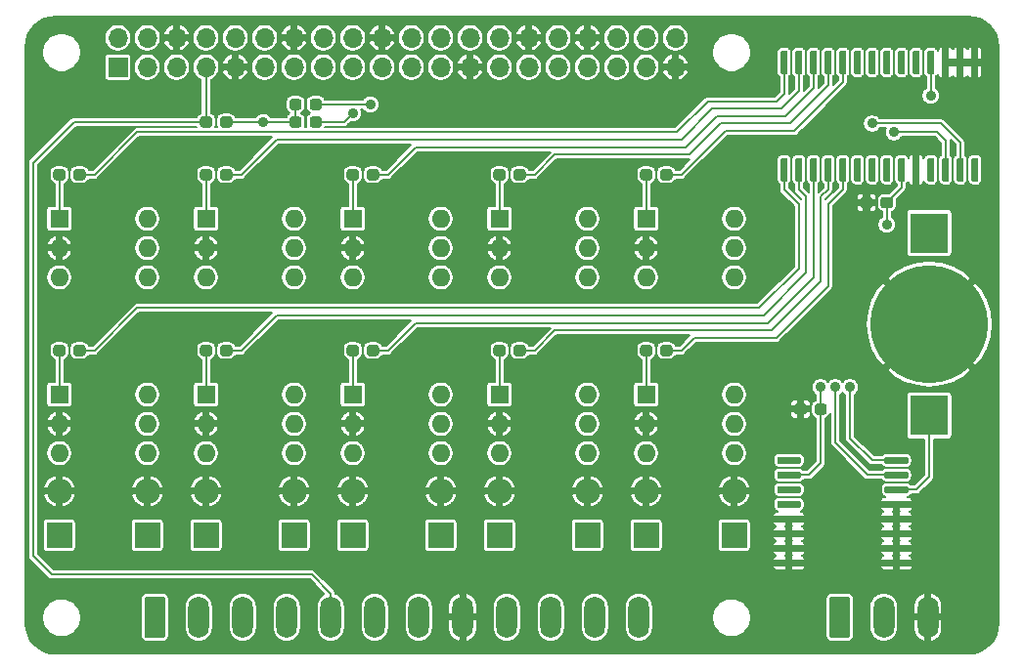
<source format=gtl>
G04 #@! TF.GenerationSoftware,KiCad,Pcbnew,5.1.5-52549c5~84~ubuntu19.04.1*
G04 #@! TF.CreationDate,2020-02-11T15:19:44+02:00*
G04 #@! TF.ProjectId,switch-control-hat,73776974-6368-42d6-936f-6e74726f6c2d,rev?*
G04 #@! TF.SameCoordinates,Original*
G04 #@! TF.FileFunction,Copper,L1,Top*
G04 #@! TF.FilePolarity,Positive*
%FSLAX46Y46*%
G04 Gerber Fmt 4.6, Leading zero omitted, Abs format (unit mm)*
G04 Created by KiCad (PCBNEW 5.1.5-52549c5~84~ubuntu19.04.1) date 2020-02-11 15:19:44*
%MOMM*%
%LPD*%
G04 APERTURE LIST*
%ADD10C,0.100000*%
%ADD11C,10.200000*%
%ADD12R,3.300000X3.500000*%
%ADD13R,1.700000X1.700000*%
%ADD14O,1.700000X1.700000*%
%ADD15O,1.800000X3.600000*%
%ADD16R,2.200000X2.200000*%
%ADD17O,2.200000X2.200000*%
%ADD18R,1.600000X1.600000*%
%ADD19O,1.600000X1.600000*%
%ADD20C,0.900000*%
%ADD21C,0.200000*%
%ADD22C,0.203200*%
G04 APERTURE END LIST*
G04 #@! TA.AperFunction,SMDPad,CuDef*
D10*
G36*
X266204703Y-97335722D02*
G01*
X266219264Y-97337882D01*
X266233543Y-97341459D01*
X266247403Y-97346418D01*
X266260710Y-97352712D01*
X266273336Y-97360280D01*
X266285159Y-97369048D01*
X266296066Y-97378934D01*
X266305952Y-97389841D01*
X266314720Y-97401664D01*
X266322288Y-97414290D01*
X266328582Y-97427597D01*
X266333541Y-97441457D01*
X266337118Y-97455736D01*
X266339278Y-97470297D01*
X266340000Y-97485000D01*
X266340000Y-99235000D01*
X266339278Y-99249703D01*
X266337118Y-99264264D01*
X266333541Y-99278543D01*
X266328582Y-99292403D01*
X266322288Y-99305710D01*
X266314720Y-99318336D01*
X266305952Y-99330159D01*
X266296066Y-99341066D01*
X266285159Y-99350952D01*
X266273336Y-99359720D01*
X266260710Y-99367288D01*
X266247403Y-99373582D01*
X266233543Y-99378541D01*
X266219264Y-99382118D01*
X266204703Y-99384278D01*
X266190000Y-99385000D01*
X265890000Y-99385000D01*
X265875297Y-99384278D01*
X265860736Y-99382118D01*
X265846457Y-99378541D01*
X265832597Y-99373582D01*
X265819290Y-99367288D01*
X265806664Y-99359720D01*
X265794841Y-99350952D01*
X265783934Y-99341066D01*
X265774048Y-99330159D01*
X265765280Y-99318336D01*
X265757712Y-99305710D01*
X265751418Y-99292403D01*
X265746459Y-99278543D01*
X265742882Y-99264264D01*
X265740722Y-99249703D01*
X265740000Y-99235000D01*
X265740000Y-97485000D01*
X265740722Y-97470297D01*
X265742882Y-97455736D01*
X265746459Y-97441457D01*
X265751418Y-97427597D01*
X265757712Y-97414290D01*
X265765280Y-97401664D01*
X265774048Y-97389841D01*
X265783934Y-97378934D01*
X265794841Y-97369048D01*
X265806664Y-97360280D01*
X265819290Y-97352712D01*
X265832597Y-97346418D01*
X265846457Y-97341459D01*
X265860736Y-97337882D01*
X265875297Y-97335722D01*
X265890000Y-97335000D01*
X266190000Y-97335000D01*
X266204703Y-97335722D01*
G37*
G04 #@! TD.AperFunction*
G04 #@! TA.AperFunction,SMDPad,CuDef*
G36*
X267474703Y-97335722D02*
G01*
X267489264Y-97337882D01*
X267503543Y-97341459D01*
X267517403Y-97346418D01*
X267530710Y-97352712D01*
X267543336Y-97360280D01*
X267555159Y-97369048D01*
X267566066Y-97378934D01*
X267575952Y-97389841D01*
X267584720Y-97401664D01*
X267592288Y-97414290D01*
X267598582Y-97427597D01*
X267603541Y-97441457D01*
X267607118Y-97455736D01*
X267609278Y-97470297D01*
X267610000Y-97485000D01*
X267610000Y-99235000D01*
X267609278Y-99249703D01*
X267607118Y-99264264D01*
X267603541Y-99278543D01*
X267598582Y-99292403D01*
X267592288Y-99305710D01*
X267584720Y-99318336D01*
X267575952Y-99330159D01*
X267566066Y-99341066D01*
X267555159Y-99350952D01*
X267543336Y-99359720D01*
X267530710Y-99367288D01*
X267517403Y-99373582D01*
X267503543Y-99378541D01*
X267489264Y-99382118D01*
X267474703Y-99384278D01*
X267460000Y-99385000D01*
X267160000Y-99385000D01*
X267145297Y-99384278D01*
X267130736Y-99382118D01*
X267116457Y-99378541D01*
X267102597Y-99373582D01*
X267089290Y-99367288D01*
X267076664Y-99359720D01*
X267064841Y-99350952D01*
X267053934Y-99341066D01*
X267044048Y-99330159D01*
X267035280Y-99318336D01*
X267027712Y-99305710D01*
X267021418Y-99292403D01*
X267016459Y-99278543D01*
X267012882Y-99264264D01*
X267010722Y-99249703D01*
X267010000Y-99235000D01*
X267010000Y-97485000D01*
X267010722Y-97470297D01*
X267012882Y-97455736D01*
X267016459Y-97441457D01*
X267021418Y-97427597D01*
X267027712Y-97414290D01*
X267035280Y-97401664D01*
X267044048Y-97389841D01*
X267053934Y-97378934D01*
X267064841Y-97369048D01*
X267076664Y-97360280D01*
X267089290Y-97352712D01*
X267102597Y-97346418D01*
X267116457Y-97341459D01*
X267130736Y-97337882D01*
X267145297Y-97335722D01*
X267160000Y-97335000D01*
X267460000Y-97335000D01*
X267474703Y-97335722D01*
G37*
G04 #@! TD.AperFunction*
G04 #@! TA.AperFunction,SMDPad,CuDef*
G36*
X268744703Y-97335722D02*
G01*
X268759264Y-97337882D01*
X268773543Y-97341459D01*
X268787403Y-97346418D01*
X268800710Y-97352712D01*
X268813336Y-97360280D01*
X268825159Y-97369048D01*
X268836066Y-97378934D01*
X268845952Y-97389841D01*
X268854720Y-97401664D01*
X268862288Y-97414290D01*
X268868582Y-97427597D01*
X268873541Y-97441457D01*
X268877118Y-97455736D01*
X268879278Y-97470297D01*
X268880000Y-97485000D01*
X268880000Y-99235000D01*
X268879278Y-99249703D01*
X268877118Y-99264264D01*
X268873541Y-99278543D01*
X268868582Y-99292403D01*
X268862288Y-99305710D01*
X268854720Y-99318336D01*
X268845952Y-99330159D01*
X268836066Y-99341066D01*
X268825159Y-99350952D01*
X268813336Y-99359720D01*
X268800710Y-99367288D01*
X268787403Y-99373582D01*
X268773543Y-99378541D01*
X268759264Y-99382118D01*
X268744703Y-99384278D01*
X268730000Y-99385000D01*
X268430000Y-99385000D01*
X268415297Y-99384278D01*
X268400736Y-99382118D01*
X268386457Y-99378541D01*
X268372597Y-99373582D01*
X268359290Y-99367288D01*
X268346664Y-99359720D01*
X268334841Y-99350952D01*
X268323934Y-99341066D01*
X268314048Y-99330159D01*
X268305280Y-99318336D01*
X268297712Y-99305710D01*
X268291418Y-99292403D01*
X268286459Y-99278543D01*
X268282882Y-99264264D01*
X268280722Y-99249703D01*
X268280000Y-99235000D01*
X268280000Y-97485000D01*
X268280722Y-97470297D01*
X268282882Y-97455736D01*
X268286459Y-97441457D01*
X268291418Y-97427597D01*
X268297712Y-97414290D01*
X268305280Y-97401664D01*
X268314048Y-97389841D01*
X268323934Y-97378934D01*
X268334841Y-97369048D01*
X268346664Y-97360280D01*
X268359290Y-97352712D01*
X268372597Y-97346418D01*
X268386457Y-97341459D01*
X268400736Y-97337882D01*
X268415297Y-97335722D01*
X268430000Y-97335000D01*
X268730000Y-97335000D01*
X268744703Y-97335722D01*
G37*
G04 #@! TD.AperFunction*
G04 #@! TA.AperFunction,SMDPad,CuDef*
G36*
X270014703Y-97335722D02*
G01*
X270029264Y-97337882D01*
X270043543Y-97341459D01*
X270057403Y-97346418D01*
X270070710Y-97352712D01*
X270083336Y-97360280D01*
X270095159Y-97369048D01*
X270106066Y-97378934D01*
X270115952Y-97389841D01*
X270124720Y-97401664D01*
X270132288Y-97414290D01*
X270138582Y-97427597D01*
X270143541Y-97441457D01*
X270147118Y-97455736D01*
X270149278Y-97470297D01*
X270150000Y-97485000D01*
X270150000Y-99235000D01*
X270149278Y-99249703D01*
X270147118Y-99264264D01*
X270143541Y-99278543D01*
X270138582Y-99292403D01*
X270132288Y-99305710D01*
X270124720Y-99318336D01*
X270115952Y-99330159D01*
X270106066Y-99341066D01*
X270095159Y-99350952D01*
X270083336Y-99359720D01*
X270070710Y-99367288D01*
X270057403Y-99373582D01*
X270043543Y-99378541D01*
X270029264Y-99382118D01*
X270014703Y-99384278D01*
X270000000Y-99385000D01*
X269700000Y-99385000D01*
X269685297Y-99384278D01*
X269670736Y-99382118D01*
X269656457Y-99378541D01*
X269642597Y-99373582D01*
X269629290Y-99367288D01*
X269616664Y-99359720D01*
X269604841Y-99350952D01*
X269593934Y-99341066D01*
X269584048Y-99330159D01*
X269575280Y-99318336D01*
X269567712Y-99305710D01*
X269561418Y-99292403D01*
X269556459Y-99278543D01*
X269552882Y-99264264D01*
X269550722Y-99249703D01*
X269550000Y-99235000D01*
X269550000Y-97485000D01*
X269550722Y-97470297D01*
X269552882Y-97455736D01*
X269556459Y-97441457D01*
X269561418Y-97427597D01*
X269567712Y-97414290D01*
X269575280Y-97401664D01*
X269584048Y-97389841D01*
X269593934Y-97378934D01*
X269604841Y-97369048D01*
X269616664Y-97360280D01*
X269629290Y-97352712D01*
X269642597Y-97346418D01*
X269656457Y-97341459D01*
X269670736Y-97337882D01*
X269685297Y-97335722D01*
X269700000Y-97335000D01*
X270000000Y-97335000D01*
X270014703Y-97335722D01*
G37*
G04 #@! TD.AperFunction*
G04 #@! TA.AperFunction,SMDPad,CuDef*
G36*
X271284703Y-97335722D02*
G01*
X271299264Y-97337882D01*
X271313543Y-97341459D01*
X271327403Y-97346418D01*
X271340710Y-97352712D01*
X271353336Y-97360280D01*
X271365159Y-97369048D01*
X271376066Y-97378934D01*
X271385952Y-97389841D01*
X271394720Y-97401664D01*
X271402288Y-97414290D01*
X271408582Y-97427597D01*
X271413541Y-97441457D01*
X271417118Y-97455736D01*
X271419278Y-97470297D01*
X271420000Y-97485000D01*
X271420000Y-99235000D01*
X271419278Y-99249703D01*
X271417118Y-99264264D01*
X271413541Y-99278543D01*
X271408582Y-99292403D01*
X271402288Y-99305710D01*
X271394720Y-99318336D01*
X271385952Y-99330159D01*
X271376066Y-99341066D01*
X271365159Y-99350952D01*
X271353336Y-99359720D01*
X271340710Y-99367288D01*
X271327403Y-99373582D01*
X271313543Y-99378541D01*
X271299264Y-99382118D01*
X271284703Y-99384278D01*
X271270000Y-99385000D01*
X270970000Y-99385000D01*
X270955297Y-99384278D01*
X270940736Y-99382118D01*
X270926457Y-99378541D01*
X270912597Y-99373582D01*
X270899290Y-99367288D01*
X270886664Y-99359720D01*
X270874841Y-99350952D01*
X270863934Y-99341066D01*
X270854048Y-99330159D01*
X270845280Y-99318336D01*
X270837712Y-99305710D01*
X270831418Y-99292403D01*
X270826459Y-99278543D01*
X270822882Y-99264264D01*
X270820722Y-99249703D01*
X270820000Y-99235000D01*
X270820000Y-97485000D01*
X270820722Y-97470297D01*
X270822882Y-97455736D01*
X270826459Y-97441457D01*
X270831418Y-97427597D01*
X270837712Y-97414290D01*
X270845280Y-97401664D01*
X270854048Y-97389841D01*
X270863934Y-97378934D01*
X270874841Y-97369048D01*
X270886664Y-97360280D01*
X270899290Y-97352712D01*
X270912597Y-97346418D01*
X270926457Y-97341459D01*
X270940736Y-97337882D01*
X270955297Y-97335722D01*
X270970000Y-97335000D01*
X271270000Y-97335000D01*
X271284703Y-97335722D01*
G37*
G04 #@! TD.AperFunction*
G04 #@! TA.AperFunction,SMDPad,CuDef*
G36*
X272554703Y-97335722D02*
G01*
X272569264Y-97337882D01*
X272583543Y-97341459D01*
X272597403Y-97346418D01*
X272610710Y-97352712D01*
X272623336Y-97360280D01*
X272635159Y-97369048D01*
X272646066Y-97378934D01*
X272655952Y-97389841D01*
X272664720Y-97401664D01*
X272672288Y-97414290D01*
X272678582Y-97427597D01*
X272683541Y-97441457D01*
X272687118Y-97455736D01*
X272689278Y-97470297D01*
X272690000Y-97485000D01*
X272690000Y-99235000D01*
X272689278Y-99249703D01*
X272687118Y-99264264D01*
X272683541Y-99278543D01*
X272678582Y-99292403D01*
X272672288Y-99305710D01*
X272664720Y-99318336D01*
X272655952Y-99330159D01*
X272646066Y-99341066D01*
X272635159Y-99350952D01*
X272623336Y-99359720D01*
X272610710Y-99367288D01*
X272597403Y-99373582D01*
X272583543Y-99378541D01*
X272569264Y-99382118D01*
X272554703Y-99384278D01*
X272540000Y-99385000D01*
X272240000Y-99385000D01*
X272225297Y-99384278D01*
X272210736Y-99382118D01*
X272196457Y-99378541D01*
X272182597Y-99373582D01*
X272169290Y-99367288D01*
X272156664Y-99359720D01*
X272144841Y-99350952D01*
X272133934Y-99341066D01*
X272124048Y-99330159D01*
X272115280Y-99318336D01*
X272107712Y-99305710D01*
X272101418Y-99292403D01*
X272096459Y-99278543D01*
X272092882Y-99264264D01*
X272090722Y-99249703D01*
X272090000Y-99235000D01*
X272090000Y-97485000D01*
X272090722Y-97470297D01*
X272092882Y-97455736D01*
X272096459Y-97441457D01*
X272101418Y-97427597D01*
X272107712Y-97414290D01*
X272115280Y-97401664D01*
X272124048Y-97389841D01*
X272133934Y-97378934D01*
X272144841Y-97369048D01*
X272156664Y-97360280D01*
X272169290Y-97352712D01*
X272182597Y-97346418D01*
X272196457Y-97341459D01*
X272210736Y-97337882D01*
X272225297Y-97335722D01*
X272240000Y-97335000D01*
X272540000Y-97335000D01*
X272554703Y-97335722D01*
G37*
G04 #@! TD.AperFunction*
G04 #@! TA.AperFunction,SMDPad,CuDef*
G36*
X273824703Y-97335722D02*
G01*
X273839264Y-97337882D01*
X273853543Y-97341459D01*
X273867403Y-97346418D01*
X273880710Y-97352712D01*
X273893336Y-97360280D01*
X273905159Y-97369048D01*
X273916066Y-97378934D01*
X273925952Y-97389841D01*
X273934720Y-97401664D01*
X273942288Y-97414290D01*
X273948582Y-97427597D01*
X273953541Y-97441457D01*
X273957118Y-97455736D01*
X273959278Y-97470297D01*
X273960000Y-97485000D01*
X273960000Y-99235000D01*
X273959278Y-99249703D01*
X273957118Y-99264264D01*
X273953541Y-99278543D01*
X273948582Y-99292403D01*
X273942288Y-99305710D01*
X273934720Y-99318336D01*
X273925952Y-99330159D01*
X273916066Y-99341066D01*
X273905159Y-99350952D01*
X273893336Y-99359720D01*
X273880710Y-99367288D01*
X273867403Y-99373582D01*
X273853543Y-99378541D01*
X273839264Y-99382118D01*
X273824703Y-99384278D01*
X273810000Y-99385000D01*
X273510000Y-99385000D01*
X273495297Y-99384278D01*
X273480736Y-99382118D01*
X273466457Y-99378541D01*
X273452597Y-99373582D01*
X273439290Y-99367288D01*
X273426664Y-99359720D01*
X273414841Y-99350952D01*
X273403934Y-99341066D01*
X273394048Y-99330159D01*
X273385280Y-99318336D01*
X273377712Y-99305710D01*
X273371418Y-99292403D01*
X273366459Y-99278543D01*
X273362882Y-99264264D01*
X273360722Y-99249703D01*
X273360000Y-99235000D01*
X273360000Y-97485000D01*
X273360722Y-97470297D01*
X273362882Y-97455736D01*
X273366459Y-97441457D01*
X273371418Y-97427597D01*
X273377712Y-97414290D01*
X273385280Y-97401664D01*
X273394048Y-97389841D01*
X273403934Y-97378934D01*
X273414841Y-97369048D01*
X273426664Y-97360280D01*
X273439290Y-97352712D01*
X273452597Y-97346418D01*
X273466457Y-97341459D01*
X273480736Y-97337882D01*
X273495297Y-97335722D01*
X273510000Y-97335000D01*
X273810000Y-97335000D01*
X273824703Y-97335722D01*
G37*
G04 #@! TD.AperFunction*
G04 #@! TA.AperFunction,SMDPad,CuDef*
G36*
X275094703Y-97335722D02*
G01*
X275109264Y-97337882D01*
X275123543Y-97341459D01*
X275137403Y-97346418D01*
X275150710Y-97352712D01*
X275163336Y-97360280D01*
X275175159Y-97369048D01*
X275186066Y-97378934D01*
X275195952Y-97389841D01*
X275204720Y-97401664D01*
X275212288Y-97414290D01*
X275218582Y-97427597D01*
X275223541Y-97441457D01*
X275227118Y-97455736D01*
X275229278Y-97470297D01*
X275230000Y-97485000D01*
X275230000Y-99235000D01*
X275229278Y-99249703D01*
X275227118Y-99264264D01*
X275223541Y-99278543D01*
X275218582Y-99292403D01*
X275212288Y-99305710D01*
X275204720Y-99318336D01*
X275195952Y-99330159D01*
X275186066Y-99341066D01*
X275175159Y-99350952D01*
X275163336Y-99359720D01*
X275150710Y-99367288D01*
X275137403Y-99373582D01*
X275123543Y-99378541D01*
X275109264Y-99382118D01*
X275094703Y-99384278D01*
X275080000Y-99385000D01*
X274780000Y-99385000D01*
X274765297Y-99384278D01*
X274750736Y-99382118D01*
X274736457Y-99378541D01*
X274722597Y-99373582D01*
X274709290Y-99367288D01*
X274696664Y-99359720D01*
X274684841Y-99350952D01*
X274673934Y-99341066D01*
X274664048Y-99330159D01*
X274655280Y-99318336D01*
X274647712Y-99305710D01*
X274641418Y-99292403D01*
X274636459Y-99278543D01*
X274632882Y-99264264D01*
X274630722Y-99249703D01*
X274630000Y-99235000D01*
X274630000Y-97485000D01*
X274630722Y-97470297D01*
X274632882Y-97455736D01*
X274636459Y-97441457D01*
X274641418Y-97427597D01*
X274647712Y-97414290D01*
X274655280Y-97401664D01*
X274664048Y-97389841D01*
X274673934Y-97378934D01*
X274684841Y-97369048D01*
X274696664Y-97360280D01*
X274709290Y-97352712D01*
X274722597Y-97346418D01*
X274736457Y-97341459D01*
X274750736Y-97337882D01*
X274765297Y-97335722D01*
X274780000Y-97335000D01*
X275080000Y-97335000D01*
X275094703Y-97335722D01*
G37*
G04 #@! TD.AperFunction*
G04 #@! TA.AperFunction,SMDPad,CuDef*
G36*
X276364703Y-97335722D02*
G01*
X276379264Y-97337882D01*
X276393543Y-97341459D01*
X276407403Y-97346418D01*
X276420710Y-97352712D01*
X276433336Y-97360280D01*
X276445159Y-97369048D01*
X276456066Y-97378934D01*
X276465952Y-97389841D01*
X276474720Y-97401664D01*
X276482288Y-97414290D01*
X276488582Y-97427597D01*
X276493541Y-97441457D01*
X276497118Y-97455736D01*
X276499278Y-97470297D01*
X276500000Y-97485000D01*
X276500000Y-99235000D01*
X276499278Y-99249703D01*
X276497118Y-99264264D01*
X276493541Y-99278543D01*
X276488582Y-99292403D01*
X276482288Y-99305710D01*
X276474720Y-99318336D01*
X276465952Y-99330159D01*
X276456066Y-99341066D01*
X276445159Y-99350952D01*
X276433336Y-99359720D01*
X276420710Y-99367288D01*
X276407403Y-99373582D01*
X276393543Y-99378541D01*
X276379264Y-99382118D01*
X276364703Y-99384278D01*
X276350000Y-99385000D01*
X276050000Y-99385000D01*
X276035297Y-99384278D01*
X276020736Y-99382118D01*
X276006457Y-99378541D01*
X275992597Y-99373582D01*
X275979290Y-99367288D01*
X275966664Y-99359720D01*
X275954841Y-99350952D01*
X275943934Y-99341066D01*
X275934048Y-99330159D01*
X275925280Y-99318336D01*
X275917712Y-99305710D01*
X275911418Y-99292403D01*
X275906459Y-99278543D01*
X275902882Y-99264264D01*
X275900722Y-99249703D01*
X275900000Y-99235000D01*
X275900000Y-97485000D01*
X275900722Y-97470297D01*
X275902882Y-97455736D01*
X275906459Y-97441457D01*
X275911418Y-97427597D01*
X275917712Y-97414290D01*
X275925280Y-97401664D01*
X275934048Y-97389841D01*
X275943934Y-97378934D01*
X275954841Y-97369048D01*
X275966664Y-97360280D01*
X275979290Y-97352712D01*
X275992597Y-97346418D01*
X276006457Y-97341459D01*
X276020736Y-97337882D01*
X276035297Y-97335722D01*
X276050000Y-97335000D01*
X276350000Y-97335000D01*
X276364703Y-97335722D01*
G37*
G04 #@! TD.AperFunction*
G04 #@! TA.AperFunction,SMDPad,CuDef*
G36*
X277634703Y-97335722D02*
G01*
X277649264Y-97337882D01*
X277663543Y-97341459D01*
X277677403Y-97346418D01*
X277690710Y-97352712D01*
X277703336Y-97360280D01*
X277715159Y-97369048D01*
X277726066Y-97378934D01*
X277735952Y-97389841D01*
X277744720Y-97401664D01*
X277752288Y-97414290D01*
X277758582Y-97427597D01*
X277763541Y-97441457D01*
X277767118Y-97455736D01*
X277769278Y-97470297D01*
X277770000Y-97485000D01*
X277770000Y-99235000D01*
X277769278Y-99249703D01*
X277767118Y-99264264D01*
X277763541Y-99278543D01*
X277758582Y-99292403D01*
X277752288Y-99305710D01*
X277744720Y-99318336D01*
X277735952Y-99330159D01*
X277726066Y-99341066D01*
X277715159Y-99350952D01*
X277703336Y-99359720D01*
X277690710Y-99367288D01*
X277677403Y-99373582D01*
X277663543Y-99378541D01*
X277649264Y-99382118D01*
X277634703Y-99384278D01*
X277620000Y-99385000D01*
X277320000Y-99385000D01*
X277305297Y-99384278D01*
X277290736Y-99382118D01*
X277276457Y-99378541D01*
X277262597Y-99373582D01*
X277249290Y-99367288D01*
X277236664Y-99359720D01*
X277224841Y-99350952D01*
X277213934Y-99341066D01*
X277204048Y-99330159D01*
X277195280Y-99318336D01*
X277187712Y-99305710D01*
X277181418Y-99292403D01*
X277176459Y-99278543D01*
X277172882Y-99264264D01*
X277170722Y-99249703D01*
X277170000Y-99235000D01*
X277170000Y-97485000D01*
X277170722Y-97470297D01*
X277172882Y-97455736D01*
X277176459Y-97441457D01*
X277181418Y-97427597D01*
X277187712Y-97414290D01*
X277195280Y-97401664D01*
X277204048Y-97389841D01*
X277213934Y-97378934D01*
X277224841Y-97369048D01*
X277236664Y-97360280D01*
X277249290Y-97352712D01*
X277262597Y-97346418D01*
X277276457Y-97341459D01*
X277290736Y-97337882D01*
X277305297Y-97335722D01*
X277320000Y-97335000D01*
X277620000Y-97335000D01*
X277634703Y-97335722D01*
G37*
G04 #@! TD.AperFunction*
G04 #@! TA.AperFunction,SMDPad,CuDef*
G36*
X278904703Y-97335722D02*
G01*
X278919264Y-97337882D01*
X278933543Y-97341459D01*
X278947403Y-97346418D01*
X278960710Y-97352712D01*
X278973336Y-97360280D01*
X278985159Y-97369048D01*
X278996066Y-97378934D01*
X279005952Y-97389841D01*
X279014720Y-97401664D01*
X279022288Y-97414290D01*
X279028582Y-97427597D01*
X279033541Y-97441457D01*
X279037118Y-97455736D01*
X279039278Y-97470297D01*
X279040000Y-97485000D01*
X279040000Y-99235000D01*
X279039278Y-99249703D01*
X279037118Y-99264264D01*
X279033541Y-99278543D01*
X279028582Y-99292403D01*
X279022288Y-99305710D01*
X279014720Y-99318336D01*
X279005952Y-99330159D01*
X278996066Y-99341066D01*
X278985159Y-99350952D01*
X278973336Y-99359720D01*
X278960710Y-99367288D01*
X278947403Y-99373582D01*
X278933543Y-99378541D01*
X278919264Y-99382118D01*
X278904703Y-99384278D01*
X278890000Y-99385000D01*
X278590000Y-99385000D01*
X278575297Y-99384278D01*
X278560736Y-99382118D01*
X278546457Y-99378541D01*
X278532597Y-99373582D01*
X278519290Y-99367288D01*
X278506664Y-99359720D01*
X278494841Y-99350952D01*
X278483934Y-99341066D01*
X278474048Y-99330159D01*
X278465280Y-99318336D01*
X278457712Y-99305710D01*
X278451418Y-99292403D01*
X278446459Y-99278543D01*
X278442882Y-99264264D01*
X278440722Y-99249703D01*
X278440000Y-99235000D01*
X278440000Y-97485000D01*
X278440722Y-97470297D01*
X278442882Y-97455736D01*
X278446459Y-97441457D01*
X278451418Y-97427597D01*
X278457712Y-97414290D01*
X278465280Y-97401664D01*
X278474048Y-97389841D01*
X278483934Y-97378934D01*
X278494841Y-97369048D01*
X278506664Y-97360280D01*
X278519290Y-97352712D01*
X278532597Y-97346418D01*
X278546457Y-97341459D01*
X278560736Y-97337882D01*
X278575297Y-97335722D01*
X278590000Y-97335000D01*
X278890000Y-97335000D01*
X278904703Y-97335722D01*
G37*
G04 #@! TD.AperFunction*
G04 #@! TA.AperFunction,SMDPad,CuDef*
G36*
X280174703Y-97335722D02*
G01*
X280189264Y-97337882D01*
X280203543Y-97341459D01*
X280217403Y-97346418D01*
X280230710Y-97352712D01*
X280243336Y-97360280D01*
X280255159Y-97369048D01*
X280266066Y-97378934D01*
X280275952Y-97389841D01*
X280284720Y-97401664D01*
X280292288Y-97414290D01*
X280298582Y-97427597D01*
X280303541Y-97441457D01*
X280307118Y-97455736D01*
X280309278Y-97470297D01*
X280310000Y-97485000D01*
X280310000Y-99235000D01*
X280309278Y-99249703D01*
X280307118Y-99264264D01*
X280303541Y-99278543D01*
X280298582Y-99292403D01*
X280292288Y-99305710D01*
X280284720Y-99318336D01*
X280275952Y-99330159D01*
X280266066Y-99341066D01*
X280255159Y-99350952D01*
X280243336Y-99359720D01*
X280230710Y-99367288D01*
X280217403Y-99373582D01*
X280203543Y-99378541D01*
X280189264Y-99382118D01*
X280174703Y-99384278D01*
X280160000Y-99385000D01*
X279860000Y-99385000D01*
X279845297Y-99384278D01*
X279830736Y-99382118D01*
X279816457Y-99378541D01*
X279802597Y-99373582D01*
X279789290Y-99367288D01*
X279776664Y-99359720D01*
X279764841Y-99350952D01*
X279753934Y-99341066D01*
X279744048Y-99330159D01*
X279735280Y-99318336D01*
X279727712Y-99305710D01*
X279721418Y-99292403D01*
X279716459Y-99278543D01*
X279712882Y-99264264D01*
X279710722Y-99249703D01*
X279710000Y-99235000D01*
X279710000Y-97485000D01*
X279710722Y-97470297D01*
X279712882Y-97455736D01*
X279716459Y-97441457D01*
X279721418Y-97427597D01*
X279727712Y-97414290D01*
X279735280Y-97401664D01*
X279744048Y-97389841D01*
X279753934Y-97378934D01*
X279764841Y-97369048D01*
X279776664Y-97360280D01*
X279789290Y-97352712D01*
X279802597Y-97346418D01*
X279816457Y-97341459D01*
X279830736Y-97337882D01*
X279845297Y-97335722D01*
X279860000Y-97335000D01*
X280160000Y-97335000D01*
X280174703Y-97335722D01*
G37*
G04 #@! TD.AperFunction*
G04 #@! TA.AperFunction,SMDPad,CuDef*
G36*
X281444703Y-97335722D02*
G01*
X281459264Y-97337882D01*
X281473543Y-97341459D01*
X281487403Y-97346418D01*
X281500710Y-97352712D01*
X281513336Y-97360280D01*
X281525159Y-97369048D01*
X281536066Y-97378934D01*
X281545952Y-97389841D01*
X281554720Y-97401664D01*
X281562288Y-97414290D01*
X281568582Y-97427597D01*
X281573541Y-97441457D01*
X281577118Y-97455736D01*
X281579278Y-97470297D01*
X281580000Y-97485000D01*
X281580000Y-99235000D01*
X281579278Y-99249703D01*
X281577118Y-99264264D01*
X281573541Y-99278543D01*
X281568582Y-99292403D01*
X281562288Y-99305710D01*
X281554720Y-99318336D01*
X281545952Y-99330159D01*
X281536066Y-99341066D01*
X281525159Y-99350952D01*
X281513336Y-99359720D01*
X281500710Y-99367288D01*
X281487403Y-99373582D01*
X281473543Y-99378541D01*
X281459264Y-99382118D01*
X281444703Y-99384278D01*
X281430000Y-99385000D01*
X281130000Y-99385000D01*
X281115297Y-99384278D01*
X281100736Y-99382118D01*
X281086457Y-99378541D01*
X281072597Y-99373582D01*
X281059290Y-99367288D01*
X281046664Y-99359720D01*
X281034841Y-99350952D01*
X281023934Y-99341066D01*
X281014048Y-99330159D01*
X281005280Y-99318336D01*
X280997712Y-99305710D01*
X280991418Y-99292403D01*
X280986459Y-99278543D01*
X280982882Y-99264264D01*
X280980722Y-99249703D01*
X280980000Y-99235000D01*
X280980000Y-97485000D01*
X280980722Y-97470297D01*
X280982882Y-97455736D01*
X280986459Y-97441457D01*
X280991418Y-97427597D01*
X280997712Y-97414290D01*
X281005280Y-97401664D01*
X281014048Y-97389841D01*
X281023934Y-97378934D01*
X281034841Y-97369048D01*
X281046664Y-97360280D01*
X281059290Y-97352712D01*
X281072597Y-97346418D01*
X281086457Y-97341459D01*
X281100736Y-97337882D01*
X281115297Y-97335722D01*
X281130000Y-97335000D01*
X281430000Y-97335000D01*
X281444703Y-97335722D01*
G37*
G04 #@! TD.AperFunction*
G04 #@! TA.AperFunction,SMDPad,CuDef*
G36*
X282714703Y-97335722D02*
G01*
X282729264Y-97337882D01*
X282743543Y-97341459D01*
X282757403Y-97346418D01*
X282770710Y-97352712D01*
X282783336Y-97360280D01*
X282795159Y-97369048D01*
X282806066Y-97378934D01*
X282815952Y-97389841D01*
X282824720Y-97401664D01*
X282832288Y-97414290D01*
X282838582Y-97427597D01*
X282843541Y-97441457D01*
X282847118Y-97455736D01*
X282849278Y-97470297D01*
X282850000Y-97485000D01*
X282850000Y-99235000D01*
X282849278Y-99249703D01*
X282847118Y-99264264D01*
X282843541Y-99278543D01*
X282838582Y-99292403D01*
X282832288Y-99305710D01*
X282824720Y-99318336D01*
X282815952Y-99330159D01*
X282806066Y-99341066D01*
X282795159Y-99350952D01*
X282783336Y-99359720D01*
X282770710Y-99367288D01*
X282757403Y-99373582D01*
X282743543Y-99378541D01*
X282729264Y-99382118D01*
X282714703Y-99384278D01*
X282700000Y-99385000D01*
X282400000Y-99385000D01*
X282385297Y-99384278D01*
X282370736Y-99382118D01*
X282356457Y-99378541D01*
X282342597Y-99373582D01*
X282329290Y-99367288D01*
X282316664Y-99359720D01*
X282304841Y-99350952D01*
X282293934Y-99341066D01*
X282284048Y-99330159D01*
X282275280Y-99318336D01*
X282267712Y-99305710D01*
X282261418Y-99292403D01*
X282256459Y-99278543D01*
X282252882Y-99264264D01*
X282250722Y-99249703D01*
X282250000Y-99235000D01*
X282250000Y-97485000D01*
X282250722Y-97470297D01*
X282252882Y-97455736D01*
X282256459Y-97441457D01*
X282261418Y-97427597D01*
X282267712Y-97414290D01*
X282275280Y-97401664D01*
X282284048Y-97389841D01*
X282293934Y-97378934D01*
X282304841Y-97369048D01*
X282316664Y-97360280D01*
X282329290Y-97352712D01*
X282342597Y-97346418D01*
X282356457Y-97341459D01*
X282370736Y-97337882D01*
X282385297Y-97335722D01*
X282400000Y-97335000D01*
X282700000Y-97335000D01*
X282714703Y-97335722D01*
G37*
G04 #@! TD.AperFunction*
G04 #@! TA.AperFunction,SMDPad,CuDef*
G36*
X282714703Y-106635722D02*
G01*
X282729264Y-106637882D01*
X282743543Y-106641459D01*
X282757403Y-106646418D01*
X282770710Y-106652712D01*
X282783336Y-106660280D01*
X282795159Y-106669048D01*
X282806066Y-106678934D01*
X282815952Y-106689841D01*
X282824720Y-106701664D01*
X282832288Y-106714290D01*
X282838582Y-106727597D01*
X282843541Y-106741457D01*
X282847118Y-106755736D01*
X282849278Y-106770297D01*
X282850000Y-106785000D01*
X282850000Y-108535000D01*
X282849278Y-108549703D01*
X282847118Y-108564264D01*
X282843541Y-108578543D01*
X282838582Y-108592403D01*
X282832288Y-108605710D01*
X282824720Y-108618336D01*
X282815952Y-108630159D01*
X282806066Y-108641066D01*
X282795159Y-108650952D01*
X282783336Y-108659720D01*
X282770710Y-108667288D01*
X282757403Y-108673582D01*
X282743543Y-108678541D01*
X282729264Y-108682118D01*
X282714703Y-108684278D01*
X282700000Y-108685000D01*
X282400000Y-108685000D01*
X282385297Y-108684278D01*
X282370736Y-108682118D01*
X282356457Y-108678541D01*
X282342597Y-108673582D01*
X282329290Y-108667288D01*
X282316664Y-108659720D01*
X282304841Y-108650952D01*
X282293934Y-108641066D01*
X282284048Y-108630159D01*
X282275280Y-108618336D01*
X282267712Y-108605710D01*
X282261418Y-108592403D01*
X282256459Y-108578543D01*
X282252882Y-108564264D01*
X282250722Y-108549703D01*
X282250000Y-108535000D01*
X282250000Y-106785000D01*
X282250722Y-106770297D01*
X282252882Y-106755736D01*
X282256459Y-106741457D01*
X282261418Y-106727597D01*
X282267712Y-106714290D01*
X282275280Y-106701664D01*
X282284048Y-106689841D01*
X282293934Y-106678934D01*
X282304841Y-106669048D01*
X282316664Y-106660280D01*
X282329290Y-106652712D01*
X282342597Y-106646418D01*
X282356457Y-106641459D01*
X282370736Y-106637882D01*
X282385297Y-106635722D01*
X282400000Y-106635000D01*
X282700000Y-106635000D01*
X282714703Y-106635722D01*
G37*
G04 #@! TD.AperFunction*
G04 #@! TA.AperFunction,SMDPad,CuDef*
G36*
X281444703Y-106635722D02*
G01*
X281459264Y-106637882D01*
X281473543Y-106641459D01*
X281487403Y-106646418D01*
X281500710Y-106652712D01*
X281513336Y-106660280D01*
X281525159Y-106669048D01*
X281536066Y-106678934D01*
X281545952Y-106689841D01*
X281554720Y-106701664D01*
X281562288Y-106714290D01*
X281568582Y-106727597D01*
X281573541Y-106741457D01*
X281577118Y-106755736D01*
X281579278Y-106770297D01*
X281580000Y-106785000D01*
X281580000Y-108535000D01*
X281579278Y-108549703D01*
X281577118Y-108564264D01*
X281573541Y-108578543D01*
X281568582Y-108592403D01*
X281562288Y-108605710D01*
X281554720Y-108618336D01*
X281545952Y-108630159D01*
X281536066Y-108641066D01*
X281525159Y-108650952D01*
X281513336Y-108659720D01*
X281500710Y-108667288D01*
X281487403Y-108673582D01*
X281473543Y-108678541D01*
X281459264Y-108682118D01*
X281444703Y-108684278D01*
X281430000Y-108685000D01*
X281130000Y-108685000D01*
X281115297Y-108684278D01*
X281100736Y-108682118D01*
X281086457Y-108678541D01*
X281072597Y-108673582D01*
X281059290Y-108667288D01*
X281046664Y-108659720D01*
X281034841Y-108650952D01*
X281023934Y-108641066D01*
X281014048Y-108630159D01*
X281005280Y-108618336D01*
X280997712Y-108605710D01*
X280991418Y-108592403D01*
X280986459Y-108578543D01*
X280982882Y-108564264D01*
X280980722Y-108549703D01*
X280980000Y-108535000D01*
X280980000Y-106785000D01*
X280980722Y-106770297D01*
X280982882Y-106755736D01*
X280986459Y-106741457D01*
X280991418Y-106727597D01*
X280997712Y-106714290D01*
X281005280Y-106701664D01*
X281014048Y-106689841D01*
X281023934Y-106678934D01*
X281034841Y-106669048D01*
X281046664Y-106660280D01*
X281059290Y-106652712D01*
X281072597Y-106646418D01*
X281086457Y-106641459D01*
X281100736Y-106637882D01*
X281115297Y-106635722D01*
X281130000Y-106635000D01*
X281430000Y-106635000D01*
X281444703Y-106635722D01*
G37*
G04 #@! TD.AperFunction*
G04 #@! TA.AperFunction,SMDPad,CuDef*
G36*
X280174703Y-106635722D02*
G01*
X280189264Y-106637882D01*
X280203543Y-106641459D01*
X280217403Y-106646418D01*
X280230710Y-106652712D01*
X280243336Y-106660280D01*
X280255159Y-106669048D01*
X280266066Y-106678934D01*
X280275952Y-106689841D01*
X280284720Y-106701664D01*
X280292288Y-106714290D01*
X280298582Y-106727597D01*
X280303541Y-106741457D01*
X280307118Y-106755736D01*
X280309278Y-106770297D01*
X280310000Y-106785000D01*
X280310000Y-108535000D01*
X280309278Y-108549703D01*
X280307118Y-108564264D01*
X280303541Y-108578543D01*
X280298582Y-108592403D01*
X280292288Y-108605710D01*
X280284720Y-108618336D01*
X280275952Y-108630159D01*
X280266066Y-108641066D01*
X280255159Y-108650952D01*
X280243336Y-108659720D01*
X280230710Y-108667288D01*
X280217403Y-108673582D01*
X280203543Y-108678541D01*
X280189264Y-108682118D01*
X280174703Y-108684278D01*
X280160000Y-108685000D01*
X279860000Y-108685000D01*
X279845297Y-108684278D01*
X279830736Y-108682118D01*
X279816457Y-108678541D01*
X279802597Y-108673582D01*
X279789290Y-108667288D01*
X279776664Y-108659720D01*
X279764841Y-108650952D01*
X279753934Y-108641066D01*
X279744048Y-108630159D01*
X279735280Y-108618336D01*
X279727712Y-108605710D01*
X279721418Y-108592403D01*
X279716459Y-108578543D01*
X279712882Y-108564264D01*
X279710722Y-108549703D01*
X279710000Y-108535000D01*
X279710000Y-106785000D01*
X279710722Y-106770297D01*
X279712882Y-106755736D01*
X279716459Y-106741457D01*
X279721418Y-106727597D01*
X279727712Y-106714290D01*
X279735280Y-106701664D01*
X279744048Y-106689841D01*
X279753934Y-106678934D01*
X279764841Y-106669048D01*
X279776664Y-106660280D01*
X279789290Y-106652712D01*
X279802597Y-106646418D01*
X279816457Y-106641459D01*
X279830736Y-106637882D01*
X279845297Y-106635722D01*
X279860000Y-106635000D01*
X280160000Y-106635000D01*
X280174703Y-106635722D01*
G37*
G04 #@! TD.AperFunction*
G04 #@! TA.AperFunction,SMDPad,CuDef*
G36*
X278904703Y-106635722D02*
G01*
X278919264Y-106637882D01*
X278933543Y-106641459D01*
X278947403Y-106646418D01*
X278960710Y-106652712D01*
X278973336Y-106660280D01*
X278985159Y-106669048D01*
X278996066Y-106678934D01*
X279005952Y-106689841D01*
X279014720Y-106701664D01*
X279022288Y-106714290D01*
X279028582Y-106727597D01*
X279033541Y-106741457D01*
X279037118Y-106755736D01*
X279039278Y-106770297D01*
X279040000Y-106785000D01*
X279040000Y-108535000D01*
X279039278Y-108549703D01*
X279037118Y-108564264D01*
X279033541Y-108578543D01*
X279028582Y-108592403D01*
X279022288Y-108605710D01*
X279014720Y-108618336D01*
X279005952Y-108630159D01*
X278996066Y-108641066D01*
X278985159Y-108650952D01*
X278973336Y-108659720D01*
X278960710Y-108667288D01*
X278947403Y-108673582D01*
X278933543Y-108678541D01*
X278919264Y-108682118D01*
X278904703Y-108684278D01*
X278890000Y-108685000D01*
X278590000Y-108685000D01*
X278575297Y-108684278D01*
X278560736Y-108682118D01*
X278546457Y-108678541D01*
X278532597Y-108673582D01*
X278519290Y-108667288D01*
X278506664Y-108659720D01*
X278494841Y-108650952D01*
X278483934Y-108641066D01*
X278474048Y-108630159D01*
X278465280Y-108618336D01*
X278457712Y-108605710D01*
X278451418Y-108592403D01*
X278446459Y-108578543D01*
X278442882Y-108564264D01*
X278440722Y-108549703D01*
X278440000Y-108535000D01*
X278440000Y-106785000D01*
X278440722Y-106770297D01*
X278442882Y-106755736D01*
X278446459Y-106741457D01*
X278451418Y-106727597D01*
X278457712Y-106714290D01*
X278465280Y-106701664D01*
X278474048Y-106689841D01*
X278483934Y-106678934D01*
X278494841Y-106669048D01*
X278506664Y-106660280D01*
X278519290Y-106652712D01*
X278532597Y-106646418D01*
X278546457Y-106641459D01*
X278560736Y-106637882D01*
X278575297Y-106635722D01*
X278590000Y-106635000D01*
X278890000Y-106635000D01*
X278904703Y-106635722D01*
G37*
G04 #@! TD.AperFunction*
G04 #@! TA.AperFunction,SMDPad,CuDef*
G36*
X277634703Y-106635722D02*
G01*
X277649264Y-106637882D01*
X277663543Y-106641459D01*
X277677403Y-106646418D01*
X277690710Y-106652712D01*
X277703336Y-106660280D01*
X277715159Y-106669048D01*
X277726066Y-106678934D01*
X277735952Y-106689841D01*
X277744720Y-106701664D01*
X277752288Y-106714290D01*
X277758582Y-106727597D01*
X277763541Y-106741457D01*
X277767118Y-106755736D01*
X277769278Y-106770297D01*
X277770000Y-106785000D01*
X277770000Y-108535000D01*
X277769278Y-108549703D01*
X277767118Y-108564264D01*
X277763541Y-108578543D01*
X277758582Y-108592403D01*
X277752288Y-108605710D01*
X277744720Y-108618336D01*
X277735952Y-108630159D01*
X277726066Y-108641066D01*
X277715159Y-108650952D01*
X277703336Y-108659720D01*
X277690710Y-108667288D01*
X277677403Y-108673582D01*
X277663543Y-108678541D01*
X277649264Y-108682118D01*
X277634703Y-108684278D01*
X277620000Y-108685000D01*
X277320000Y-108685000D01*
X277305297Y-108684278D01*
X277290736Y-108682118D01*
X277276457Y-108678541D01*
X277262597Y-108673582D01*
X277249290Y-108667288D01*
X277236664Y-108659720D01*
X277224841Y-108650952D01*
X277213934Y-108641066D01*
X277204048Y-108630159D01*
X277195280Y-108618336D01*
X277187712Y-108605710D01*
X277181418Y-108592403D01*
X277176459Y-108578543D01*
X277172882Y-108564264D01*
X277170722Y-108549703D01*
X277170000Y-108535000D01*
X277170000Y-106785000D01*
X277170722Y-106770297D01*
X277172882Y-106755736D01*
X277176459Y-106741457D01*
X277181418Y-106727597D01*
X277187712Y-106714290D01*
X277195280Y-106701664D01*
X277204048Y-106689841D01*
X277213934Y-106678934D01*
X277224841Y-106669048D01*
X277236664Y-106660280D01*
X277249290Y-106652712D01*
X277262597Y-106646418D01*
X277276457Y-106641459D01*
X277290736Y-106637882D01*
X277305297Y-106635722D01*
X277320000Y-106635000D01*
X277620000Y-106635000D01*
X277634703Y-106635722D01*
G37*
G04 #@! TD.AperFunction*
G04 #@! TA.AperFunction,SMDPad,CuDef*
G36*
X276364703Y-106635722D02*
G01*
X276379264Y-106637882D01*
X276393543Y-106641459D01*
X276407403Y-106646418D01*
X276420710Y-106652712D01*
X276433336Y-106660280D01*
X276445159Y-106669048D01*
X276456066Y-106678934D01*
X276465952Y-106689841D01*
X276474720Y-106701664D01*
X276482288Y-106714290D01*
X276488582Y-106727597D01*
X276493541Y-106741457D01*
X276497118Y-106755736D01*
X276499278Y-106770297D01*
X276500000Y-106785000D01*
X276500000Y-108535000D01*
X276499278Y-108549703D01*
X276497118Y-108564264D01*
X276493541Y-108578543D01*
X276488582Y-108592403D01*
X276482288Y-108605710D01*
X276474720Y-108618336D01*
X276465952Y-108630159D01*
X276456066Y-108641066D01*
X276445159Y-108650952D01*
X276433336Y-108659720D01*
X276420710Y-108667288D01*
X276407403Y-108673582D01*
X276393543Y-108678541D01*
X276379264Y-108682118D01*
X276364703Y-108684278D01*
X276350000Y-108685000D01*
X276050000Y-108685000D01*
X276035297Y-108684278D01*
X276020736Y-108682118D01*
X276006457Y-108678541D01*
X275992597Y-108673582D01*
X275979290Y-108667288D01*
X275966664Y-108659720D01*
X275954841Y-108650952D01*
X275943934Y-108641066D01*
X275934048Y-108630159D01*
X275925280Y-108618336D01*
X275917712Y-108605710D01*
X275911418Y-108592403D01*
X275906459Y-108578543D01*
X275902882Y-108564264D01*
X275900722Y-108549703D01*
X275900000Y-108535000D01*
X275900000Y-106785000D01*
X275900722Y-106770297D01*
X275902882Y-106755736D01*
X275906459Y-106741457D01*
X275911418Y-106727597D01*
X275917712Y-106714290D01*
X275925280Y-106701664D01*
X275934048Y-106689841D01*
X275943934Y-106678934D01*
X275954841Y-106669048D01*
X275966664Y-106660280D01*
X275979290Y-106652712D01*
X275992597Y-106646418D01*
X276006457Y-106641459D01*
X276020736Y-106637882D01*
X276035297Y-106635722D01*
X276050000Y-106635000D01*
X276350000Y-106635000D01*
X276364703Y-106635722D01*
G37*
G04 #@! TD.AperFunction*
G04 #@! TA.AperFunction,SMDPad,CuDef*
G36*
X275094703Y-106635722D02*
G01*
X275109264Y-106637882D01*
X275123543Y-106641459D01*
X275137403Y-106646418D01*
X275150710Y-106652712D01*
X275163336Y-106660280D01*
X275175159Y-106669048D01*
X275186066Y-106678934D01*
X275195952Y-106689841D01*
X275204720Y-106701664D01*
X275212288Y-106714290D01*
X275218582Y-106727597D01*
X275223541Y-106741457D01*
X275227118Y-106755736D01*
X275229278Y-106770297D01*
X275230000Y-106785000D01*
X275230000Y-108535000D01*
X275229278Y-108549703D01*
X275227118Y-108564264D01*
X275223541Y-108578543D01*
X275218582Y-108592403D01*
X275212288Y-108605710D01*
X275204720Y-108618336D01*
X275195952Y-108630159D01*
X275186066Y-108641066D01*
X275175159Y-108650952D01*
X275163336Y-108659720D01*
X275150710Y-108667288D01*
X275137403Y-108673582D01*
X275123543Y-108678541D01*
X275109264Y-108682118D01*
X275094703Y-108684278D01*
X275080000Y-108685000D01*
X274780000Y-108685000D01*
X274765297Y-108684278D01*
X274750736Y-108682118D01*
X274736457Y-108678541D01*
X274722597Y-108673582D01*
X274709290Y-108667288D01*
X274696664Y-108659720D01*
X274684841Y-108650952D01*
X274673934Y-108641066D01*
X274664048Y-108630159D01*
X274655280Y-108618336D01*
X274647712Y-108605710D01*
X274641418Y-108592403D01*
X274636459Y-108578543D01*
X274632882Y-108564264D01*
X274630722Y-108549703D01*
X274630000Y-108535000D01*
X274630000Y-106785000D01*
X274630722Y-106770297D01*
X274632882Y-106755736D01*
X274636459Y-106741457D01*
X274641418Y-106727597D01*
X274647712Y-106714290D01*
X274655280Y-106701664D01*
X274664048Y-106689841D01*
X274673934Y-106678934D01*
X274684841Y-106669048D01*
X274696664Y-106660280D01*
X274709290Y-106652712D01*
X274722597Y-106646418D01*
X274736457Y-106641459D01*
X274750736Y-106637882D01*
X274765297Y-106635722D01*
X274780000Y-106635000D01*
X275080000Y-106635000D01*
X275094703Y-106635722D01*
G37*
G04 #@! TD.AperFunction*
G04 #@! TA.AperFunction,SMDPad,CuDef*
G36*
X273824703Y-106635722D02*
G01*
X273839264Y-106637882D01*
X273853543Y-106641459D01*
X273867403Y-106646418D01*
X273880710Y-106652712D01*
X273893336Y-106660280D01*
X273905159Y-106669048D01*
X273916066Y-106678934D01*
X273925952Y-106689841D01*
X273934720Y-106701664D01*
X273942288Y-106714290D01*
X273948582Y-106727597D01*
X273953541Y-106741457D01*
X273957118Y-106755736D01*
X273959278Y-106770297D01*
X273960000Y-106785000D01*
X273960000Y-108535000D01*
X273959278Y-108549703D01*
X273957118Y-108564264D01*
X273953541Y-108578543D01*
X273948582Y-108592403D01*
X273942288Y-108605710D01*
X273934720Y-108618336D01*
X273925952Y-108630159D01*
X273916066Y-108641066D01*
X273905159Y-108650952D01*
X273893336Y-108659720D01*
X273880710Y-108667288D01*
X273867403Y-108673582D01*
X273853543Y-108678541D01*
X273839264Y-108682118D01*
X273824703Y-108684278D01*
X273810000Y-108685000D01*
X273510000Y-108685000D01*
X273495297Y-108684278D01*
X273480736Y-108682118D01*
X273466457Y-108678541D01*
X273452597Y-108673582D01*
X273439290Y-108667288D01*
X273426664Y-108659720D01*
X273414841Y-108650952D01*
X273403934Y-108641066D01*
X273394048Y-108630159D01*
X273385280Y-108618336D01*
X273377712Y-108605710D01*
X273371418Y-108592403D01*
X273366459Y-108578543D01*
X273362882Y-108564264D01*
X273360722Y-108549703D01*
X273360000Y-108535000D01*
X273360000Y-106785000D01*
X273360722Y-106770297D01*
X273362882Y-106755736D01*
X273366459Y-106741457D01*
X273371418Y-106727597D01*
X273377712Y-106714290D01*
X273385280Y-106701664D01*
X273394048Y-106689841D01*
X273403934Y-106678934D01*
X273414841Y-106669048D01*
X273426664Y-106660280D01*
X273439290Y-106652712D01*
X273452597Y-106646418D01*
X273466457Y-106641459D01*
X273480736Y-106637882D01*
X273495297Y-106635722D01*
X273510000Y-106635000D01*
X273810000Y-106635000D01*
X273824703Y-106635722D01*
G37*
G04 #@! TD.AperFunction*
G04 #@! TA.AperFunction,SMDPad,CuDef*
G36*
X272554703Y-106635722D02*
G01*
X272569264Y-106637882D01*
X272583543Y-106641459D01*
X272597403Y-106646418D01*
X272610710Y-106652712D01*
X272623336Y-106660280D01*
X272635159Y-106669048D01*
X272646066Y-106678934D01*
X272655952Y-106689841D01*
X272664720Y-106701664D01*
X272672288Y-106714290D01*
X272678582Y-106727597D01*
X272683541Y-106741457D01*
X272687118Y-106755736D01*
X272689278Y-106770297D01*
X272690000Y-106785000D01*
X272690000Y-108535000D01*
X272689278Y-108549703D01*
X272687118Y-108564264D01*
X272683541Y-108578543D01*
X272678582Y-108592403D01*
X272672288Y-108605710D01*
X272664720Y-108618336D01*
X272655952Y-108630159D01*
X272646066Y-108641066D01*
X272635159Y-108650952D01*
X272623336Y-108659720D01*
X272610710Y-108667288D01*
X272597403Y-108673582D01*
X272583543Y-108678541D01*
X272569264Y-108682118D01*
X272554703Y-108684278D01*
X272540000Y-108685000D01*
X272240000Y-108685000D01*
X272225297Y-108684278D01*
X272210736Y-108682118D01*
X272196457Y-108678541D01*
X272182597Y-108673582D01*
X272169290Y-108667288D01*
X272156664Y-108659720D01*
X272144841Y-108650952D01*
X272133934Y-108641066D01*
X272124048Y-108630159D01*
X272115280Y-108618336D01*
X272107712Y-108605710D01*
X272101418Y-108592403D01*
X272096459Y-108578543D01*
X272092882Y-108564264D01*
X272090722Y-108549703D01*
X272090000Y-108535000D01*
X272090000Y-106785000D01*
X272090722Y-106770297D01*
X272092882Y-106755736D01*
X272096459Y-106741457D01*
X272101418Y-106727597D01*
X272107712Y-106714290D01*
X272115280Y-106701664D01*
X272124048Y-106689841D01*
X272133934Y-106678934D01*
X272144841Y-106669048D01*
X272156664Y-106660280D01*
X272169290Y-106652712D01*
X272182597Y-106646418D01*
X272196457Y-106641459D01*
X272210736Y-106637882D01*
X272225297Y-106635722D01*
X272240000Y-106635000D01*
X272540000Y-106635000D01*
X272554703Y-106635722D01*
G37*
G04 #@! TD.AperFunction*
G04 #@! TA.AperFunction,SMDPad,CuDef*
G36*
X271284703Y-106635722D02*
G01*
X271299264Y-106637882D01*
X271313543Y-106641459D01*
X271327403Y-106646418D01*
X271340710Y-106652712D01*
X271353336Y-106660280D01*
X271365159Y-106669048D01*
X271376066Y-106678934D01*
X271385952Y-106689841D01*
X271394720Y-106701664D01*
X271402288Y-106714290D01*
X271408582Y-106727597D01*
X271413541Y-106741457D01*
X271417118Y-106755736D01*
X271419278Y-106770297D01*
X271420000Y-106785000D01*
X271420000Y-108535000D01*
X271419278Y-108549703D01*
X271417118Y-108564264D01*
X271413541Y-108578543D01*
X271408582Y-108592403D01*
X271402288Y-108605710D01*
X271394720Y-108618336D01*
X271385952Y-108630159D01*
X271376066Y-108641066D01*
X271365159Y-108650952D01*
X271353336Y-108659720D01*
X271340710Y-108667288D01*
X271327403Y-108673582D01*
X271313543Y-108678541D01*
X271299264Y-108682118D01*
X271284703Y-108684278D01*
X271270000Y-108685000D01*
X270970000Y-108685000D01*
X270955297Y-108684278D01*
X270940736Y-108682118D01*
X270926457Y-108678541D01*
X270912597Y-108673582D01*
X270899290Y-108667288D01*
X270886664Y-108659720D01*
X270874841Y-108650952D01*
X270863934Y-108641066D01*
X270854048Y-108630159D01*
X270845280Y-108618336D01*
X270837712Y-108605710D01*
X270831418Y-108592403D01*
X270826459Y-108578543D01*
X270822882Y-108564264D01*
X270820722Y-108549703D01*
X270820000Y-108535000D01*
X270820000Y-106785000D01*
X270820722Y-106770297D01*
X270822882Y-106755736D01*
X270826459Y-106741457D01*
X270831418Y-106727597D01*
X270837712Y-106714290D01*
X270845280Y-106701664D01*
X270854048Y-106689841D01*
X270863934Y-106678934D01*
X270874841Y-106669048D01*
X270886664Y-106660280D01*
X270899290Y-106652712D01*
X270912597Y-106646418D01*
X270926457Y-106641459D01*
X270940736Y-106637882D01*
X270955297Y-106635722D01*
X270970000Y-106635000D01*
X271270000Y-106635000D01*
X271284703Y-106635722D01*
G37*
G04 #@! TD.AperFunction*
G04 #@! TA.AperFunction,SMDPad,CuDef*
G36*
X270014703Y-106635722D02*
G01*
X270029264Y-106637882D01*
X270043543Y-106641459D01*
X270057403Y-106646418D01*
X270070710Y-106652712D01*
X270083336Y-106660280D01*
X270095159Y-106669048D01*
X270106066Y-106678934D01*
X270115952Y-106689841D01*
X270124720Y-106701664D01*
X270132288Y-106714290D01*
X270138582Y-106727597D01*
X270143541Y-106741457D01*
X270147118Y-106755736D01*
X270149278Y-106770297D01*
X270150000Y-106785000D01*
X270150000Y-108535000D01*
X270149278Y-108549703D01*
X270147118Y-108564264D01*
X270143541Y-108578543D01*
X270138582Y-108592403D01*
X270132288Y-108605710D01*
X270124720Y-108618336D01*
X270115952Y-108630159D01*
X270106066Y-108641066D01*
X270095159Y-108650952D01*
X270083336Y-108659720D01*
X270070710Y-108667288D01*
X270057403Y-108673582D01*
X270043543Y-108678541D01*
X270029264Y-108682118D01*
X270014703Y-108684278D01*
X270000000Y-108685000D01*
X269700000Y-108685000D01*
X269685297Y-108684278D01*
X269670736Y-108682118D01*
X269656457Y-108678541D01*
X269642597Y-108673582D01*
X269629290Y-108667288D01*
X269616664Y-108659720D01*
X269604841Y-108650952D01*
X269593934Y-108641066D01*
X269584048Y-108630159D01*
X269575280Y-108618336D01*
X269567712Y-108605710D01*
X269561418Y-108592403D01*
X269556459Y-108578543D01*
X269552882Y-108564264D01*
X269550722Y-108549703D01*
X269550000Y-108535000D01*
X269550000Y-106785000D01*
X269550722Y-106770297D01*
X269552882Y-106755736D01*
X269556459Y-106741457D01*
X269561418Y-106727597D01*
X269567712Y-106714290D01*
X269575280Y-106701664D01*
X269584048Y-106689841D01*
X269593934Y-106678934D01*
X269604841Y-106669048D01*
X269616664Y-106660280D01*
X269629290Y-106652712D01*
X269642597Y-106646418D01*
X269656457Y-106641459D01*
X269670736Y-106637882D01*
X269685297Y-106635722D01*
X269700000Y-106635000D01*
X270000000Y-106635000D01*
X270014703Y-106635722D01*
G37*
G04 #@! TD.AperFunction*
G04 #@! TA.AperFunction,SMDPad,CuDef*
G36*
X268744703Y-106635722D02*
G01*
X268759264Y-106637882D01*
X268773543Y-106641459D01*
X268787403Y-106646418D01*
X268800710Y-106652712D01*
X268813336Y-106660280D01*
X268825159Y-106669048D01*
X268836066Y-106678934D01*
X268845952Y-106689841D01*
X268854720Y-106701664D01*
X268862288Y-106714290D01*
X268868582Y-106727597D01*
X268873541Y-106741457D01*
X268877118Y-106755736D01*
X268879278Y-106770297D01*
X268880000Y-106785000D01*
X268880000Y-108535000D01*
X268879278Y-108549703D01*
X268877118Y-108564264D01*
X268873541Y-108578543D01*
X268868582Y-108592403D01*
X268862288Y-108605710D01*
X268854720Y-108618336D01*
X268845952Y-108630159D01*
X268836066Y-108641066D01*
X268825159Y-108650952D01*
X268813336Y-108659720D01*
X268800710Y-108667288D01*
X268787403Y-108673582D01*
X268773543Y-108678541D01*
X268759264Y-108682118D01*
X268744703Y-108684278D01*
X268730000Y-108685000D01*
X268430000Y-108685000D01*
X268415297Y-108684278D01*
X268400736Y-108682118D01*
X268386457Y-108678541D01*
X268372597Y-108673582D01*
X268359290Y-108667288D01*
X268346664Y-108659720D01*
X268334841Y-108650952D01*
X268323934Y-108641066D01*
X268314048Y-108630159D01*
X268305280Y-108618336D01*
X268297712Y-108605710D01*
X268291418Y-108592403D01*
X268286459Y-108578543D01*
X268282882Y-108564264D01*
X268280722Y-108549703D01*
X268280000Y-108535000D01*
X268280000Y-106785000D01*
X268280722Y-106770297D01*
X268282882Y-106755736D01*
X268286459Y-106741457D01*
X268291418Y-106727597D01*
X268297712Y-106714290D01*
X268305280Y-106701664D01*
X268314048Y-106689841D01*
X268323934Y-106678934D01*
X268334841Y-106669048D01*
X268346664Y-106660280D01*
X268359290Y-106652712D01*
X268372597Y-106646418D01*
X268386457Y-106641459D01*
X268400736Y-106637882D01*
X268415297Y-106635722D01*
X268430000Y-106635000D01*
X268730000Y-106635000D01*
X268744703Y-106635722D01*
G37*
G04 #@! TD.AperFunction*
G04 #@! TA.AperFunction,SMDPad,CuDef*
G36*
X267474703Y-106635722D02*
G01*
X267489264Y-106637882D01*
X267503543Y-106641459D01*
X267517403Y-106646418D01*
X267530710Y-106652712D01*
X267543336Y-106660280D01*
X267555159Y-106669048D01*
X267566066Y-106678934D01*
X267575952Y-106689841D01*
X267584720Y-106701664D01*
X267592288Y-106714290D01*
X267598582Y-106727597D01*
X267603541Y-106741457D01*
X267607118Y-106755736D01*
X267609278Y-106770297D01*
X267610000Y-106785000D01*
X267610000Y-108535000D01*
X267609278Y-108549703D01*
X267607118Y-108564264D01*
X267603541Y-108578543D01*
X267598582Y-108592403D01*
X267592288Y-108605710D01*
X267584720Y-108618336D01*
X267575952Y-108630159D01*
X267566066Y-108641066D01*
X267555159Y-108650952D01*
X267543336Y-108659720D01*
X267530710Y-108667288D01*
X267517403Y-108673582D01*
X267503543Y-108678541D01*
X267489264Y-108682118D01*
X267474703Y-108684278D01*
X267460000Y-108685000D01*
X267160000Y-108685000D01*
X267145297Y-108684278D01*
X267130736Y-108682118D01*
X267116457Y-108678541D01*
X267102597Y-108673582D01*
X267089290Y-108667288D01*
X267076664Y-108659720D01*
X267064841Y-108650952D01*
X267053934Y-108641066D01*
X267044048Y-108630159D01*
X267035280Y-108618336D01*
X267027712Y-108605710D01*
X267021418Y-108592403D01*
X267016459Y-108578543D01*
X267012882Y-108564264D01*
X267010722Y-108549703D01*
X267010000Y-108535000D01*
X267010000Y-106785000D01*
X267010722Y-106770297D01*
X267012882Y-106755736D01*
X267016459Y-106741457D01*
X267021418Y-106727597D01*
X267027712Y-106714290D01*
X267035280Y-106701664D01*
X267044048Y-106689841D01*
X267053934Y-106678934D01*
X267064841Y-106669048D01*
X267076664Y-106660280D01*
X267089290Y-106652712D01*
X267102597Y-106646418D01*
X267116457Y-106641459D01*
X267130736Y-106637882D01*
X267145297Y-106635722D01*
X267160000Y-106635000D01*
X267460000Y-106635000D01*
X267474703Y-106635722D01*
G37*
G04 #@! TD.AperFunction*
G04 #@! TA.AperFunction,SMDPad,CuDef*
G36*
X266204703Y-106635722D02*
G01*
X266219264Y-106637882D01*
X266233543Y-106641459D01*
X266247403Y-106646418D01*
X266260710Y-106652712D01*
X266273336Y-106660280D01*
X266285159Y-106669048D01*
X266296066Y-106678934D01*
X266305952Y-106689841D01*
X266314720Y-106701664D01*
X266322288Y-106714290D01*
X266328582Y-106727597D01*
X266333541Y-106741457D01*
X266337118Y-106755736D01*
X266339278Y-106770297D01*
X266340000Y-106785000D01*
X266340000Y-108535000D01*
X266339278Y-108549703D01*
X266337118Y-108564264D01*
X266333541Y-108578543D01*
X266328582Y-108592403D01*
X266322288Y-108605710D01*
X266314720Y-108618336D01*
X266305952Y-108630159D01*
X266296066Y-108641066D01*
X266285159Y-108650952D01*
X266273336Y-108659720D01*
X266260710Y-108667288D01*
X266247403Y-108673582D01*
X266233543Y-108678541D01*
X266219264Y-108682118D01*
X266204703Y-108684278D01*
X266190000Y-108685000D01*
X265890000Y-108685000D01*
X265875297Y-108684278D01*
X265860736Y-108682118D01*
X265846457Y-108678541D01*
X265832597Y-108673582D01*
X265819290Y-108667288D01*
X265806664Y-108659720D01*
X265794841Y-108650952D01*
X265783934Y-108641066D01*
X265774048Y-108630159D01*
X265765280Y-108618336D01*
X265757712Y-108605710D01*
X265751418Y-108592403D01*
X265746459Y-108578543D01*
X265742882Y-108564264D01*
X265740722Y-108549703D01*
X265740000Y-108535000D01*
X265740000Y-106785000D01*
X265740722Y-106770297D01*
X265742882Y-106755736D01*
X265746459Y-106741457D01*
X265751418Y-106727597D01*
X265757712Y-106714290D01*
X265765280Y-106701664D01*
X265774048Y-106689841D01*
X265783934Y-106678934D01*
X265794841Y-106669048D01*
X265806664Y-106660280D01*
X265819290Y-106652712D01*
X265832597Y-106646418D01*
X265846457Y-106641459D01*
X265860736Y-106637882D01*
X265875297Y-106635722D01*
X265890000Y-106635000D01*
X266190000Y-106635000D01*
X266204703Y-106635722D01*
G37*
G04 #@! TD.AperFunction*
G04 #@! TA.AperFunction,SMDPad,CuDef*
G36*
X225809779Y-103044144D02*
G01*
X225832834Y-103047563D01*
X225855443Y-103053227D01*
X225877387Y-103061079D01*
X225898457Y-103071044D01*
X225918448Y-103083026D01*
X225937168Y-103096910D01*
X225954438Y-103112562D01*
X225970090Y-103129832D01*
X225983974Y-103148552D01*
X225995956Y-103168543D01*
X226005921Y-103189613D01*
X226013773Y-103211557D01*
X226019437Y-103234166D01*
X226022856Y-103257221D01*
X226024000Y-103280500D01*
X226024000Y-103755500D01*
X226022856Y-103778779D01*
X226019437Y-103801834D01*
X226013773Y-103824443D01*
X226005921Y-103846387D01*
X225995956Y-103867457D01*
X225983974Y-103887448D01*
X225970090Y-103906168D01*
X225954438Y-103923438D01*
X225937168Y-103939090D01*
X225918448Y-103952974D01*
X225898457Y-103964956D01*
X225877387Y-103974921D01*
X225855443Y-103982773D01*
X225832834Y-103988437D01*
X225809779Y-103991856D01*
X225786500Y-103993000D01*
X225211500Y-103993000D01*
X225188221Y-103991856D01*
X225165166Y-103988437D01*
X225142557Y-103982773D01*
X225120613Y-103974921D01*
X225099543Y-103964956D01*
X225079552Y-103952974D01*
X225060832Y-103939090D01*
X225043562Y-103923438D01*
X225027910Y-103906168D01*
X225014026Y-103887448D01*
X225002044Y-103867457D01*
X224992079Y-103846387D01*
X224984227Y-103824443D01*
X224978563Y-103801834D01*
X224975144Y-103778779D01*
X224974000Y-103755500D01*
X224974000Y-103280500D01*
X224975144Y-103257221D01*
X224978563Y-103234166D01*
X224984227Y-103211557D01*
X224992079Y-103189613D01*
X225002044Y-103168543D01*
X225014026Y-103148552D01*
X225027910Y-103129832D01*
X225043562Y-103112562D01*
X225060832Y-103096910D01*
X225079552Y-103083026D01*
X225099543Y-103071044D01*
X225120613Y-103061079D01*
X225142557Y-103053227D01*
X225165166Y-103047563D01*
X225188221Y-103044144D01*
X225211500Y-103043000D01*
X225786500Y-103043000D01*
X225809779Y-103044144D01*
G37*
G04 #@! TD.AperFunction*
G04 #@! TA.AperFunction,SMDPad,CuDef*
G36*
X224059779Y-103044144D02*
G01*
X224082834Y-103047563D01*
X224105443Y-103053227D01*
X224127387Y-103061079D01*
X224148457Y-103071044D01*
X224168448Y-103083026D01*
X224187168Y-103096910D01*
X224204438Y-103112562D01*
X224220090Y-103129832D01*
X224233974Y-103148552D01*
X224245956Y-103168543D01*
X224255921Y-103189613D01*
X224263773Y-103211557D01*
X224269437Y-103234166D01*
X224272856Y-103257221D01*
X224274000Y-103280500D01*
X224274000Y-103755500D01*
X224272856Y-103778779D01*
X224269437Y-103801834D01*
X224263773Y-103824443D01*
X224255921Y-103846387D01*
X224245956Y-103867457D01*
X224233974Y-103887448D01*
X224220090Y-103906168D01*
X224204438Y-103923438D01*
X224187168Y-103939090D01*
X224168448Y-103952974D01*
X224148457Y-103964956D01*
X224127387Y-103974921D01*
X224105443Y-103982773D01*
X224082834Y-103988437D01*
X224059779Y-103991856D01*
X224036500Y-103993000D01*
X223461500Y-103993000D01*
X223438221Y-103991856D01*
X223415166Y-103988437D01*
X223392557Y-103982773D01*
X223370613Y-103974921D01*
X223349543Y-103964956D01*
X223329552Y-103952974D01*
X223310832Y-103939090D01*
X223293562Y-103923438D01*
X223277910Y-103906168D01*
X223264026Y-103887448D01*
X223252044Y-103867457D01*
X223242079Y-103846387D01*
X223234227Y-103824443D01*
X223228563Y-103801834D01*
X223225144Y-103778779D01*
X223224000Y-103755500D01*
X223224000Y-103280500D01*
X223225144Y-103257221D01*
X223228563Y-103234166D01*
X223234227Y-103211557D01*
X223242079Y-103189613D01*
X223252044Y-103168543D01*
X223264026Y-103148552D01*
X223277910Y-103129832D01*
X223293562Y-103112562D01*
X223310832Y-103096910D01*
X223329552Y-103083026D01*
X223349543Y-103071044D01*
X223370613Y-103061079D01*
X223392557Y-103053227D01*
X223415166Y-103047563D01*
X223438221Y-103044144D01*
X223461500Y-103043000D01*
X224036500Y-103043000D01*
X224059779Y-103044144D01*
G37*
G04 #@! TD.AperFunction*
G04 #@! TA.AperFunction,SMDPad,CuDef*
G36*
X224059779Y-101520144D02*
G01*
X224082834Y-101523563D01*
X224105443Y-101529227D01*
X224127387Y-101537079D01*
X224148457Y-101547044D01*
X224168448Y-101559026D01*
X224187168Y-101572910D01*
X224204438Y-101588562D01*
X224220090Y-101605832D01*
X224233974Y-101624552D01*
X224245956Y-101644543D01*
X224255921Y-101665613D01*
X224263773Y-101687557D01*
X224269437Y-101710166D01*
X224272856Y-101733221D01*
X224274000Y-101756500D01*
X224274000Y-102231500D01*
X224272856Y-102254779D01*
X224269437Y-102277834D01*
X224263773Y-102300443D01*
X224255921Y-102322387D01*
X224245956Y-102343457D01*
X224233974Y-102363448D01*
X224220090Y-102382168D01*
X224204438Y-102399438D01*
X224187168Y-102415090D01*
X224168448Y-102428974D01*
X224148457Y-102440956D01*
X224127387Y-102450921D01*
X224105443Y-102458773D01*
X224082834Y-102464437D01*
X224059779Y-102467856D01*
X224036500Y-102469000D01*
X223461500Y-102469000D01*
X223438221Y-102467856D01*
X223415166Y-102464437D01*
X223392557Y-102458773D01*
X223370613Y-102450921D01*
X223349543Y-102440956D01*
X223329552Y-102428974D01*
X223310832Y-102415090D01*
X223293562Y-102399438D01*
X223277910Y-102382168D01*
X223264026Y-102363448D01*
X223252044Y-102343457D01*
X223242079Y-102322387D01*
X223234227Y-102300443D01*
X223228563Y-102277834D01*
X223225144Y-102254779D01*
X223224000Y-102231500D01*
X223224000Y-101756500D01*
X223225144Y-101733221D01*
X223228563Y-101710166D01*
X223234227Y-101687557D01*
X223242079Y-101665613D01*
X223252044Y-101644543D01*
X223264026Y-101624552D01*
X223277910Y-101605832D01*
X223293562Y-101588562D01*
X223310832Y-101572910D01*
X223329552Y-101559026D01*
X223349543Y-101547044D01*
X223370613Y-101537079D01*
X223392557Y-101529227D01*
X223415166Y-101523563D01*
X223438221Y-101520144D01*
X223461500Y-101519000D01*
X224036500Y-101519000D01*
X224059779Y-101520144D01*
G37*
G04 #@! TD.AperFunction*
G04 #@! TA.AperFunction,SMDPad,CuDef*
G36*
X225809779Y-101520144D02*
G01*
X225832834Y-101523563D01*
X225855443Y-101529227D01*
X225877387Y-101537079D01*
X225898457Y-101547044D01*
X225918448Y-101559026D01*
X225937168Y-101572910D01*
X225954438Y-101588562D01*
X225970090Y-101605832D01*
X225983974Y-101624552D01*
X225995956Y-101644543D01*
X226005921Y-101665613D01*
X226013773Y-101687557D01*
X226019437Y-101710166D01*
X226022856Y-101733221D01*
X226024000Y-101756500D01*
X226024000Y-102231500D01*
X226022856Y-102254779D01*
X226019437Y-102277834D01*
X226013773Y-102300443D01*
X226005921Y-102322387D01*
X225995956Y-102343457D01*
X225983974Y-102363448D01*
X225970090Y-102382168D01*
X225954438Y-102399438D01*
X225937168Y-102415090D01*
X225918448Y-102428974D01*
X225898457Y-102440956D01*
X225877387Y-102450921D01*
X225855443Y-102458773D01*
X225832834Y-102464437D01*
X225809779Y-102467856D01*
X225786500Y-102469000D01*
X225211500Y-102469000D01*
X225188221Y-102467856D01*
X225165166Y-102464437D01*
X225142557Y-102458773D01*
X225120613Y-102450921D01*
X225099543Y-102440956D01*
X225079552Y-102428974D01*
X225060832Y-102415090D01*
X225043562Y-102399438D01*
X225027910Y-102382168D01*
X225014026Y-102363448D01*
X225002044Y-102343457D01*
X224992079Y-102322387D01*
X224984227Y-102300443D01*
X224978563Y-102277834D01*
X224975144Y-102254779D01*
X224974000Y-102231500D01*
X224974000Y-101756500D01*
X224975144Y-101733221D01*
X224978563Y-101710166D01*
X224984227Y-101687557D01*
X224992079Y-101665613D01*
X225002044Y-101644543D01*
X225014026Y-101624552D01*
X225027910Y-101605832D01*
X225043562Y-101588562D01*
X225060832Y-101572910D01*
X225079552Y-101559026D01*
X225099543Y-101547044D01*
X225120613Y-101537079D01*
X225142557Y-101529227D01*
X225165166Y-101523563D01*
X225188221Y-101520144D01*
X225211500Y-101519000D01*
X225786500Y-101519000D01*
X225809779Y-101520144D01*
G37*
G04 #@! TD.AperFunction*
G04 #@! TA.AperFunction,SMDPad,CuDef*
G36*
X273490779Y-110029144D02*
G01*
X273513834Y-110032563D01*
X273536443Y-110038227D01*
X273558387Y-110046079D01*
X273579457Y-110056044D01*
X273599448Y-110068026D01*
X273618168Y-110081910D01*
X273635438Y-110097562D01*
X273651090Y-110114832D01*
X273664974Y-110133552D01*
X273676956Y-110153543D01*
X273686921Y-110174613D01*
X273694773Y-110196557D01*
X273700437Y-110219166D01*
X273703856Y-110242221D01*
X273705000Y-110265500D01*
X273705000Y-110740500D01*
X273703856Y-110763779D01*
X273700437Y-110786834D01*
X273694773Y-110809443D01*
X273686921Y-110831387D01*
X273676956Y-110852457D01*
X273664974Y-110872448D01*
X273651090Y-110891168D01*
X273635438Y-110908438D01*
X273618168Y-110924090D01*
X273599448Y-110937974D01*
X273579457Y-110949956D01*
X273558387Y-110959921D01*
X273536443Y-110967773D01*
X273513834Y-110973437D01*
X273490779Y-110976856D01*
X273467500Y-110978000D01*
X272892500Y-110978000D01*
X272869221Y-110976856D01*
X272846166Y-110973437D01*
X272823557Y-110967773D01*
X272801613Y-110959921D01*
X272780543Y-110949956D01*
X272760552Y-110937974D01*
X272741832Y-110924090D01*
X272724562Y-110908438D01*
X272708910Y-110891168D01*
X272695026Y-110872448D01*
X272683044Y-110852457D01*
X272673079Y-110831387D01*
X272665227Y-110809443D01*
X272659563Y-110786834D01*
X272656144Y-110763779D01*
X272655000Y-110740500D01*
X272655000Y-110265500D01*
X272656144Y-110242221D01*
X272659563Y-110219166D01*
X272665227Y-110196557D01*
X272673079Y-110174613D01*
X272683044Y-110153543D01*
X272695026Y-110133552D01*
X272708910Y-110114832D01*
X272724562Y-110097562D01*
X272741832Y-110081910D01*
X272760552Y-110068026D01*
X272780543Y-110056044D01*
X272801613Y-110046079D01*
X272823557Y-110038227D01*
X272846166Y-110032563D01*
X272869221Y-110029144D01*
X272892500Y-110028000D01*
X273467500Y-110028000D01*
X273490779Y-110029144D01*
G37*
G04 #@! TD.AperFunction*
G04 #@! TA.AperFunction,SMDPad,CuDef*
G36*
X275240779Y-110029144D02*
G01*
X275263834Y-110032563D01*
X275286443Y-110038227D01*
X275308387Y-110046079D01*
X275329457Y-110056044D01*
X275349448Y-110068026D01*
X275368168Y-110081910D01*
X275385438Y-110097562D01*
X275401090Y-110114832D01*
X275414974Y-110133552D01*
X275426956Y-110153543D01*
X275436921Y-110174613D01*
X275444773Y-110196557D01*
X275450437Y-110219166D01*
X275453856Y-110242221D01*
X275455000Y-110265500D01*
X275455000Y-110740500D01*
X275453856Y-110763779D01*
X275450437Y-110786834D01*
X275444773Y-110809443D01*
X275436921Y-110831387D01*
X275426956Y-110852457D01*
X275414974Y-110872448D01*
X275401090Y-110891168D01*
X275385438Y-110908438D01*
X275368168Y-110924090D01*
X275349448Y-110937974D01*
X275329457Y-110949956D01*
X275308387Y-110959921D01*
X275286443Y-110967773D01*
X275263834Y-110973437D01*
X275240779Y-110976856D01*
X275217500Y-110978000D01*
X274642500Y-110978000D01*
X274619221Y-110976856D01*
X274596166Y-110973437D01*
X274573557Y-110967773D01*
X274551613Y-110959921D01*
X274530543Y-110949956D01*
X274510552Y-110937974D01*
X274491832Y-110924090D01*
X274474562Y-110908438D01*
X274458910Y-110891168D01*
X274445026Y-110872448D01*
X274433044Y-110852457D01*
X274423079Y-110831387D01*
X274415227Y-110809443D01*
X274409563Y-110786834D01*
X274406144Y-110763779D01*
X274405000Y-110740500D01*
X274405000Y-110265500D01*
X274406144Y-110242221D01*
X274409563Y-110219166D01*
X274415227Y-110196557D01*
X274423079Y-110174613D01*
X274433044Y-110153543D01*
X274445026Y-110133552D01*
X274458910Y-110114832D01*
X274474562Y-110097562D01*
X274491832Y-110081910D01*
X274510552Y-110068026D01*
X274530543Y-110056044D01*
X274551613Y-110046079D01*
X274573557Y-110038227D01*
X274596166Y-110032563D01*
X274619221Y-110029144D01*
X274642500Y-110028000D01*
X275217500Y-110028000D01*
X275240779Y-110029144D01*
G37*
G04 #@! TD.AperFunction*
D11*
X278613000Y-121044000D03*
D12*
X278613000Y-113144000D03*
X278613000Y-128944000D03*
D13*
X208370000Y-98770000D03*
D14*
X208370000Y-96230000D03*
X210910000Y-98770000D03*
X210910000Y-96230000D03*
X213450000Y-98770000D03*
X213450000Y-96230000D03*
X215990000Y-98770000D03*
X215990000Y-96230000D03*
X218530000Y-98770000D03*
X218530000Y-96230000D03*
X221070000Y-98770000D03*
X221070000Y-96230000D03*
X223610000Y-98770000D03*
X223610000Y-96230000D03*
X226150000Y-98770000D03*
X226150000Y-96230000D03*
X228690000Y-98770000D03*
X228690000Y-96230000D03*
X231230000Y-98770000D03*
X231230000Y-96230000D03*
X233770000Y-98770000D03*
X233770000Y-96230000D03*
X236310000Y-98770000D03*
X236310000Y-96230000D03*
X238850000Y-98770000D03*
X238850000Y-96230000D03*
X241390000Y-98770000D03*
X241390000Y-96230000D03*
X243930000Y-98770000D03*
X243930000Y-96230000D03*
X246470000Y-98770000D03*
X246470000Y-96230000D03*
X249010000Y-98770000D03*
X249010000Y-96230000D03*
X251550000Y-98770000D03*
X251550000Y-96230000D03*
X254090000Y-98770000D03*
X254090000Y-96230000D03*
X256630000Y-98770000D03*
X256630000Y-96230000D03*
D15*
X253467000Y-146444000D03*
X249657000Y-146444000D03*
X245847000Y-146444000D03*
X242037000Y-146444000D03*
X238227000Y-146444000D03*
X234417000Y-146444000D03*
X230607000Y-146444000D03*
X226797000Y-146444000D03*
X222987000Y-146444000D03*
X219177000Y-146444000D03*
X215367000Y-146444000D03*
G04 #@! TA.AperFunction,ComponentPad*
D10*
G36*
X212231504Y-144645204D02*
G01*
X212255773Y-144648804D01*
X212279571Y-144654765D01*
X212302671Y-144663030D01*
X212324849Y-144673520D01*
X212345893Y-144686133D01*
X212365598Y-144700747D01*
X212383777Y-144717223D01*
X212400253Y-144735402D01*
X212414867Y-144755107D01*
X212427480Y-144776151D01*
X212437970Y-144798329D01*
X212446235Y-144821429D01*
X212452196Y-144845227D01*
X212455796Y-144869496D01*
X212457000Y-144894000D01*
X212457000Y-147994000D01*
X212455796Y-148018504D01*
X212452196Y-148042773D01*
X212446235Y-148066571D01*
X212437970Y-148089671D01*
X212427480Y-148111849D01*
X212414867Y-148132893D01*
X212400253Y-148152598D01*
X212383777Y-148170777D01*
X212365598Y-148187253D01*
X212345893Y-148201867D01*
X212324849Y-148214480D01*
X212302671Y-148224970D01*
X212279571Y-148233235D01*
X212255773Y-148239196D01*
X212231504Y-148242796D01*
X212207000Y-148244000D01*
X210907000Y-148244000D01*
X210882496Y-148242796D01*
X210858227Y-148239196D01*
X210834429Y-148233235D01*
X210811329Y-148224970D01*
X210789151Y-148214480D01*
X210768107Y-148201867D01*
X210748402Y-148187253D01*
X210730223Y-148170777D01*
X210713747Y-148152598D01*
X210699133Y-148132893D01*
X210686520Y-148111849D01*
X210676030Y-148089671D01*
X210667765Y-148066571D01*
X210661804Y-148042773D01*
X210658204Y-148018504D01*
X210657000Y-147994000D01*
X210657000Y-144894000D01*
X210658204Y-144869496D01*
X210661804Y-144845227D01*
X210667765Y-144821429D01*
X210676030Y-144798329D01*
X210686520Y-144776151D01*
X210699133Y-144755107D01*
X210713747Y-144735402D01*
X210730223Y-144717223D01*
X210748402Y-144700747D01*
X210768107Y-144686133D01*
X210789151Y-144673520D01*
X210811329Y-144663030D01*
X210834429Y-144654765D01*
X210858227Y-144648804D01*
X210882496Y-144645204D01*
X210907000Y-144644000D01*
X212207000Y-144644000D01*
X212231504Y-144645204D01*
G37*
G04 #@! TD.AperFunction*
D16*
X223622000Y-139332000D03*
D17*
X223622000Y-135522000D03*
G04 #@! TA.AperFunction,SMDPad,CuDef*
D10*
G36*
X276659703Y-132555722D02*
G01*
X276674264Y-132557882D01*
X276688543Y-132561459D01*
X276702403Y-132566418D01*
X276715710Y-132572712D01*
X276728336Y-132580280D01*
X276740159Y-132589048D01*
X276751066Y-132598934D01*
X276760952Y-132609841D01*
X276769720Y-132621664D01*
X276777288Y-132634290D01*
X276783582Y-132647597D01*
X276788541Y-132661457D01*
X276792118Y-132675736D01*
X276794278Y-132690297D01*
X276795000Y-132705000D01*
X276795000Y-133005000D01*
X276794278Y-133019703D01*
X276792118Y-133034264D01*
X276788541Y-133048543D01*
X276783582Y-133062403D01*
X276777288Y-133075710D01*
X276769720Y-133088336D01*
X276760952Y-133100159D01*
X276751066Y-133111066D01*
X276740159Y-133120952D01*
X276728336Y-133129720D01*
X276715710Y-133137288D01*
X276702403Y-133143582D01*
X276688543Y-133148541D01*
X276674264Y-133152118D01*
X276659703Y-133154278D01*
X276645000Y-133155000D01*
X274895000Y-133155000D01*
X274880297Y-133154278D01*
X274865736Y-133152118D01*
X274851457Y-133148541D01*
X274837597Y-133143582D01*
X274824290Y-133137288D01*
X274811664Y-133129720D01*
X274799841Y-133120952D01*
X274788934Y-133111066D01*
X274779048Y-133100159D01*
X274770280Y-133088336D01*
X274762712Y-133075710D01*
X274756418Y-133062403D01*
X274751459Y-133048543D01*
X274747882Y-133034264D01*
X274745722Y-133019703D01*
X274745000Y-133005000D01*
X274745000Y-132705000D01*
X274745722Y-132690297D01*
X274747882Y-132675736D01*
X274751459Y-132661457D01*
X274756418Y-132647597D01*
X274762712Y-132634290D01*
X274770280Y-132621664D01*
X274779048Y-132609841D01*
X274788934Y-132598934D01*
X274799841Y-132589048D01*
X274811664Y-132580280D01*
X274824290Y-132572712D01*
X274837597Y-132566418D01*
X274851457Y-132561459D01*
X274865736Y-132557882D01*
X274880297Y-132555722D01*
X274895000Y-132555000D01*
X276645000Y-132555000D01*
X276659703Y-132555722D01*
G37*
G04 #@! TD.AperFunction*
G04 #@! TA.AperFunction,SMDPad,CuDef*
G36*
X276659703Y-133825722D02*
G01*
X276674264Y-133827882D01*
X276688543Y-133831459D01*
X276702403Y-133836418D01*
X276715710Y-133842712D01*
X276728336Y-133850280D01*
X276740159Y-133859048D01*
X276751066Y-133868934D01*
X276760952Y-133879841D01*
X276769720Y-133891664D01*
X276777288Y-133904290D01*
X276783582Y-133917597D01*
X276788541Y-133931457D01*
X276792118Y-133945736D01*
X276794278Y-133960297D01*
X276795000Y-133975000D01*
X276795000Y-134275000D01*
X276794278Y-134289703D01*
X276792118Y-134304264D01*
X276788541Y-134318543D01*
X276783582Y-134332403D01*
X276777288Y-134345710D01*
X276769720Y-134358336D01*
X276760952Y-134370159D01*
X276751066Y-134381066D01*
X276740159Y-134390952D01*
X276728336Y-134399720D01*
X276715710Y-134407288D01*
X276702403Y-134413582D01*
X276688543Y-134418541D01*
X276674264Y-134422118D01*
X276659703Y-134424278D01*
X276645000Y-134425000D01*
X274895000Y-134425000D01*
X274880297Y-134424278D01*
X274865736Y-134422118D01*
X274851457Y-134418541D01*
X274837597Y-134413582D01*
X274824290Y-134407288D01*
X274811664Y-134399720D01*
X274799841Y-134390952D01*
X274788934Y-134381066D01*
X274779048Y-134370159D01*
X274770280Y-134358336D01*
X274762712Y-134345710D01*
X274756418Y-134332403D01*
X274751459Y-134318543D01*
X274747882Y-134304264D01*
X274745722Y-134289703D01*
X274745000Y-134275000D01*
X274745000Y-133975000D01*
X274745722Y-133960297D01*
X274747882Y-133945736D01*
X274751459Y-133931457D01*
X274756418Y-133917597D01*
X274762712Y-133904290D01*
X274770280Y-133891664D01*
X274779048Y-133879841D01*
X274788934Y-133868934D01*
X274799841Y-133859048D01*
X274811664Y-133850280D01*
X274824290Y-133842712D01*
X274837597Y-133836418D01*
X274851457Y-133831459D01*
X274865736Y-133827882D01*
X274880297Y-133825722D01*
X274895000Y-133825000D01*
X276645000Y-133825000D01*
X276659703Y-133825722D01*
G37*
G04 #@! TD.AperFunction*
G04 #@! TA.AperFunction,SMDPad,CuDef*
G36*
X276659703Y-135095722D02*
G01*
X276674264Y-135097882D01*
X276688543Y-135101459D01*
X276702403Y-135106418D01*
X276715710Y-135112712D01*
X276728336Y-135120280D01*
X276740159Y-135129048D01*
X276751066Y-135138934D01*
X276760952Y-135149841D01*
X276769720Y-135161664D01*
X276777288Y-135174290D01*
X276783582Y-135187597D01*
X276788541Y-135201457D01*
X276792118Y-135215736D01*
X276794278Y-135230297D01*
X276795000Y-135245000D01*
X276795000Y-135545000D01*
X276794278Y-135559703D01*
X276792118Y-135574264D01*
X276788541Y-135588543D01*
X276783582Y-135602403D01*
X276777288Y-135615710D01*
X276769720Y-135628336D01*
X276760952Y-135640159D01*
X276751066Y-135651066D01*
X276740159Y-135660952D01*
X276728336Y-135669720D01*
X276715710Y-135677288D01*
X276702403Y-135683582D01*
X276688543Y-135688541D01*
X276674264Y-135692118D01*
X276659703Y-135694278D01*
X276645000Y-135695000D01*
X274895000Y-135695000D01*
X274880297Y-135694278D01*
X274865736Y-135692118D01*
X274851457Y-135688541D01*
X274837597Y-135683582D01*
X274824290Y-135677288D01*
X274811664Y-135669720D01*
X274799841Y-135660952D01*
X274788934Y-135651066D01*
X274779048Y-135640159D01*
X274770280Y-135628336D01*
X274762712Y-135615710D01*
X274756418Y-135602403D01*
X274751459Y-135588543D01*
X274747882Y-135574264D01*
X274745722Y-135559703D01*
X274745000Y-135545000D01*
X274745000Y-135245000D01*
X274745722Y-135230297D01*
X274747882Y-135215736D01*
X274751459Y-135201457D01*
X274756418Y-135187597D01*
X274762712Y-135174290D01*
X274770280Y-135161664D01*
X274779048Y-135149841D01*
X274788934Y-135138934D01*
X274799841Y-135129048D01*
X274811664Y-135120280D01*
X274824290Y-135112712D01*
X274837597Y-135106418D01*
X274851457Y-135101459D01*
X274865736Y-135097882D01*
X274880297Y-135095722D01*
X274895000Y-135095000D01*
X276645000Y-135095000D01*
X276659703Y-135095722D01*
G37*
G04 #@! TD.AperFunction*
G04 #@! TA.AperFunction,SMDPad,CuDef*
G36*
X276659703Y-136365722D02*
G01*
X276674264Y-136367882D01*
X276688543Y-136371459D01*
X276702403Y-136376418D01*
X276715710Y-136382712D01*
X276728336Y-136390280D01*
X276740159Y-136399048D01*
X276751066Y-136408934D01*
X276760952Y-136419841D01*
X276769720Y-136431664D01*
X276777288Y-136444290D01*
X276783582Y-136457597D01*
X276788541Y-136471457D01*
X276792118Y-136485736D01*
X276794278Y-136500297D01*
X276795000Y-136515000D01*
X276795000Y-136815000D01*
X276794278Y-136829703D01*
X276792118Y-136844264D01*
X276788541Y-136858543D01*
X276783582Y-136872403D01*
X276777288Y-136885710D01*
X276769720Y-136898336D01*
X276760952Y-136910159D01*
X276751066Y-136921066D01*
X276740159Y-136930952D01*
X276728336Y-136939720D01*
X276715710Y-136947288D01*
X276702403Y-136953582D01*
X276688543Y-136958541D01*
X276674264Y-136962118D01*
X276659703Y-136964278D01*
X276645000Y-136965000D01*
X274895000Y-136965000D01*
X274880297Y-136964278D01*
X274865736Y-136962118D01*
X274851457Y-136958541D01*
X274837597Y-136953582D01*
X274824290Y-136947288D01*
X274811664Y-136939720D01*
X274799841Y-136930952D01*
X274788934Y-136921066D01*
X274779048Y-136910159D01*
X274770280Y-136898336D01*
X274762712Y-136885710D01*
X274756418Y-136872403D01*
X274751459Y-136858543D01*
X274747882Y-136844264D01*
X274745722Y-136829703D01*
X274745000Y-136815000D01*
X274745000Y-136515000D01*
X274745722Y-136500297D01*
X274747882Y-136485736D01*
X274751459Y-136471457D01*
X274756418Y-136457597D01*
X274762712Y-136444290D01*
X274770280Y-136431664D01*
X274779048Y-136419841D01*
X274788934Y-136408934D01*
X274799841Y-136399048D01*
X274811664Y-136390280D01*
X274824290Y-136382712D01*
X274837597Y-136376418D01*
X274851457Y-136371459D01*
X274865736Y-136367882D01*
X274880297Y-136365722D01*
X274895000Y-136365000D01*
X276645000Y-136365000D01*
X276659703Y-136365722D01*
G37*
G04 #@! TD.AperFunction*
G04 #@! TA.AperFunction,SMDPad,CuDef*
G36*
X276659703Y-137635722D02*
G01*
X276674264Y-137637882D01*
X276688543Y-137641459D01*
X276702403Y-137646418D01*
X276715710Y-137652712D01*
X276728336Y-137660280D01*
X276740159Y-137669048D01*
X276751066Y-137678934D01*
X276760952Y-137689841D01*
X276769720Y-137701664D01*
X276777288Y-137714290D01*
X276783582Y-137727597D01*
X276788541Y-137741457D01*
X276792118Y-137755736D01*
X276794278Y-137770297D01*
X276795000Y-137785000D01*
X276795000Y-138085000D01*
X276794278Y-138099703D01*
X276792118Y-138114264D01*
X276788541Y-138128543D01*
X276783582Y-138142403D01*
X276777288Y-138155710D01*
X276769720Y-138168336D01*
X276760952Y-138180159D01*
X276751066Y-138191066D01*
X276740159Y-138200952D01*
X276728336Y-138209720D01*
X276715710Y-138217288D01*
X276702403Y-138223582D01*
X276688543Y-138228541D01*
X276674264Y-138232118D01*
X276659703Y-138234278D01*
X276645000Y-138235000D01*
X274895000Y-138235000D01*
X274880297Y-138234278D01*
X274865736Y-138232118D01*
X274851457Y-138228541D01*
X274837597Y-138223582D01*
X274824290Y-138217288D01*
X274811664Y-138209720D01*
X274799841Y-138200952D01*
X274788934Y-138191066D01*
X274779048Y-138180159D01*
X274770280Y-138168336D01*
X274762712Y-138155710D01*
X274756418Y-138142403D01*
X274751459Y-138128543D01*
X274747882Y-138114264D01*
X274745722Y-138099703D01*
X274745000Y-138085000D01*
X274745000Y-137785000D01*
X274745722Y-137770297D01*
X274747882Y-137755736D01*
X274751459Y-137741457D01*
X274756418Y-137727597D01*
X274762712Y-137714290D01*
X274770280Y-137701664D01*
X274779048Y-137689841D01*
X274788934Y-137678934D01*
X274799841Y-137669048D01*
X274811664Y-137660280D01*
X274824290Y-137652712D01*
X274837597Y-137646418D01*
X274851457Y-137641459D01*
X274865736Y-137637882D01*
X274880297Y-137635722D01*
X274895000Y-137635000D01*
X276645000Y-137635000D01*
X276659703Y-137635722D01*
G37*
G04 #@! TD.AperFunction*
G04 #@! TA.AperFunction,SMDPad,CuDef*
G36*
X276659703Y-138905722D02*
G01*
X276674264Y-138907882D01*
X276688543Y-138911459D01*
X276702403Y-138916418D01*
X276715710Y-138922712D01*
X276728336Y-138930280D01*
X276740159Y-138939048D01*
X276751066Y-138948934D01*
X276760952Y-138959841D01*
X276769720Y-138971664D01*
X276777288Y-138984290D01*
X276783582Y-138997597D01*
X276788541Y-139011457D01*
X276792118Y-139025736D01*
X276794278Y-139040297D01*
X276795000Y-139055000D01*
X276795000Y-139355000D01*
X276794278Y-139369703D01*
X276792118Y-139384264D01*
X276788541Y-139398543D01*
X276783582Y-139412403D01*
X276777288Y-139425710D01*
X276769720Y-139438336D01*
X276760952Y-139450159D01*
X276751066Y-139461066D01*
X276740159Y-139470952D01*
X276728336Y-139479720D01*
X276715710Y-139487288D01*
X276702403Y-139493582D01*
X276688543Y-139498541D01*
X276674264Y-139502118D01*
X276659703Y-139504278D01*
X276645000Y-139505000D01*
X274895000Y-139505000D01*
X274880297Y-139504278D01*
X274865736Y-139502118D01*
X274851457Y-139498541D01*
X274837597Y-139493582D01*
X274824290Y-139487288D01*
X274811664Y-139479720D01*
X274799841Y-139470952D01*
X274788934Y-139461066D01*
X274779048Y-139450159D01*
X274770280Y-139438336D01*
X274762712Y-139425710D01*
X274756418Y-139412403D01*
X274751459Y-139398543D01*
X274747882Y-139384264D01*
X274745722Y-139369703D01*
X274745000Y-139355000D01*
X274745000Y-139055000D01*
X274745722Y-139040297D01*
X274747882Y-139025736D01*
X274751459Y-139011457D01*
X274756418Y-138997597D01*
X274762712Y-138984290D01*
X274770280Y-138971664D01*
X274779048Y-138959841D01*
X274788934Y-138948934D01*
X274799841Y-138939048D01*
X274811664Y-138930280D01*
X274824290Y-138922712D01*
X274837597Y-138916418D01*
X274851457Y-138911459D01*
X274865736Y-138907882D01*
X274880297Y-138905722D01*
X274895000Y-138905000D01*
X276645000Y-138905000D01*
X276659703Y-138905722D01*
G37*
G04 #@! TD.AperFunction*
G04 #@! TA.AperFunction,SMDPad,CuDef*
G36*
X276659703Y-140175722D02*
G01*
X276674264Y-140177882D01*
X276688543Y-140181459D01*
X276702403Y-140186418D01*
X276715710Y-140192712D01*
X276728336Y-140200280D01*
X276740159Y-140209048D01*
X276751066Y-140218934D01*
X276760952Y-140229841D01*
X276769720Y-140241664D01*
X276777288Y-140254290D01*
X276783582Y-140267597D01*
X276788541Y-140281457D01*
X276792118Y-140295736D01*
X276794278Y-140310297D01*
X276795000Y-140325000D01*
X276795000Y-140625000D01*
X276794278Y-140639703D01*
X276792118Y-140654264D01*
X276788541Y-140668543D01*
X276783582Y-140682403D01*
X276777288Y-140695710D01*
X276769720Y-140708336D01*
X276760952Y-140720159D01*
X276751066Y-140731066D01*
X276740159Y-140740952D01*
X276728336Y-140749720D01*
X276715710Y-140757288D01*
X276702403Y-140763582D01*
X276688543Y-140768541D01*
X276674264Y-140772118D01*
X276659703Y-140774278D01*
X276645000Y-140775000D01*
X274895000Y-140775000D01*
X274880297Y-140774278D01*
X274865736Y-140772118D01*
X274851457Y-140768541D01*
X274837597Y-140763582D01*
X274824290Y-140757288D01*
X274811664Y-140749720D01*
X274799841Y-140740952D01*
X274788934Y-140731066D01*
X274779048Y-140720159D01*
X274770280Y-140708336D01*
X274762712Y-140695710D01*
X274756418Y-140682403D01*
X274751459Y-140668543D01*
X274747882Y-140654264D01*
X274745722Y-140639703D01*
X274745000Y-140625000D01*
X274745000Y-140325000D01*
X274745722Y-140310297D01*
X274747882Y-140295736D01*
X274751459Y-140281457D01*
X274756418Y-140267597D01*
X274762712Y-140254290D01*
X274770280Y-140241664D01*
X274779048Y-140229841D01*
X274788934Y-140218934D01*
X274799841Y-140209048D01*
X274811664Y-140200280D01*
X274824290Y-140192712D01*
X274837597Y-140186418D01*
X274851457Y-140181459D01*
X274865736Y-140177882D01*
X274880297Y-140175722D01*
X274895000Y-140175000D01*
X276645000Y-140175000D01*
X276659703Y-140175722D01*
G37*
G04 #@! TD.AperFunction*
G04 #@! TA.AperFunction,SMDPad,CuDef*
G36*
X276659703Y-141445722D02*
G01*
X276674264Y-141447882D01*
X276688543Y-141451459D01*
X276702403Y-141456418D01*
X276715710Y-141462712D01*
X276728336Y-141470280D01*
X276740159Y-141479048D01*
X276751066Y-141488934D01*
X276760952Y-141499841D01*
X276769720Y-141511664D01*
X276777288Y-141524290D01*
X276783582Y-141537597D01*
X276788541Y-141551457D01*
X276792118Y-141565736D01*
X276794278Y-141580297D01*
X276795000Y-141595000D01*
X276795000Y-141895000D01*
X276794278Y-141909703D01*
X276792118Y-141924264D01*
X276788541Y-141938543D01*
X276783582Y-141952403D01*
X276777288Y-141965710D01*
X276769720Y-141978336D01*
X276760952Y-141990159D01*
X276751066Y-142001066D01*
X276740159Y-142010952D01*
X276728336Y-142019720D01*
X276715710Y-142027288D01*
X276702403Y-142033582D01*
X276688543Y-142038541D01*
X276674264Y-142042118D01*
X276659703Y-142044278D01*
X276645000Y-142045000D01*
X274895000Y-142045000D01*
X274880297Y-142044278D01*
X274865736Y-142042118D01*
X274851457Y-142038541D01*
X274837597Y-142033582D01*
X274824290Y-142027288D01*
X274811664Y-142019720D01*
X274799841Y-142010952D01*
X274788934Y-142001066D01*
X274779048Y-141990159D01*
X274770280Y-141978336D01*
X274762712Y-141965710D01*
X274756418Y-141952403D01*
X274751459Y-141938543D01*
X274747882Y-141924264D01*
X274745722Y-141909703D01*
X274745000Y-141895000D01*
X274745000Y-141595000D01*
X274745722Y-141580297D01*
X274747882Y-141565736D01*
X274751459Y-141551457D01*
X274756418Y-141537597D01*
X274762712Y-141524290D01*
X274770280Y-141511664D01*
X274779048Y-141499841D01*
X274788934Y-141488934D01*
X274799841Y-141479048D01*
X274811664Y-141470280D01*
X274824290Y-141462712D01*
X274837597Y-141456418D01*
X274851457Y-141451459D01*
X274865736Y-141447882D01*
X274880297Y-141445722D01*
X274895000Y-141445000D01*
X276645000Y-141445000D01*
X276659703Y-141445722D01*
G37*
G04 #@! TD.AperFunction*
G04 #@! TA.AperFunction,SMDPad,CuDef*
G36*
X267359703Y-141445722D02*
G01*
X267374264Y-141447882D01*
X267388543Y-141451459D01*
X267402403Y-141456418D01*
X267415710Y-141462712D01*
X267428336Y-141470280D01*
X267440159Y-141479048D01*
X267451066Y-141488934D01*
X267460952Y-141499841D01*
X267469720Y-141511664D01*
X267477288Y-141524290D01*
X267483582Y-141537597D01*
X267488541Y-141551457D01*
X267492118Y-141565736D01*
X267494278Y-141580297D01*
X267495000Y-141595000D01*
X267495000Y-141895000D01*
X267494278Y-141909703D01*
X267492118Y-141924264D01*
X267488541Y-141938543D01*
X267483582Y-141952403D01*
X267477288Y-141965710D01*
X267469720Y-141978336D01*
X267460952Y-141990159D01*
X267451066Y-142001066D01*
X267440159Y-142010952D01*
X267428336Y-142019720D01*
X267415710Y-142027288D01*
X267402403Y-142033582D01*
X267388543Y-142038541D01*
X267374264Y-142042118D01*
X267359703Y-142044278D01*
X267345000Y-142045000D01*
X265595000Y-142045000D01*
X265580297Y-142044278D01*
X265565736Y-142042118D01*
X265551457Y-142038541D01*
X265537597Y-142033582D01*
X265524290Y-142027288D01*
X265511664Y-142019720D01*
X265499841Y-142010952D01*
X265488934Y-142001066D01*
X265479048Y-141990159D01*
X265470280Y-141978336D01*
X265462712Y-141965710D01*
X265456418Y-141952403D01*
X265451459Y-141938543D01*
X265447882Y-141924264D01*
X265445722Y-141909703D01*
X265445000Y-141895000D01*
X265445000Y-141595000D01*
X265445722Y-141580297D01*
X265447882Y-141565736D01*
X265451459Y-141551457D01*
X265456418Y-141537597D01*
X265462712Y-141524290D01*
X265470280Y-141511664D01*
X265479048Y-141499841D01*
X265488934Y-141488934D01*
X265499841Y-141479048D01*
X265511664Y-141470280D01*
X265524290Y-141462712D01*
X265537597Y-141456418D01*
X265551457Y-141451459D01*
X265565736Y-141447882D01*
X265580297Y-141445722D01*
X265595000Y-141445000D01*
X267345000Y-141445000D01*
X267359703Y-141445722D01*
G37*
G04 #@! TD.AperFunction*
G04 #@! TA.AperFunction,SMDPad,CuDef*
G36*
X267359703Y-140175722D02*
G01*
X267374264Y-140177882D01*
X267388543Y-140181459D01*
X267402403Y-140186418D01*
X267415710Y-140192712D01*
X267428336Y-140200280D01*
X267440159Y-140209048D01*
X267451066Y-140218934D01*
X267460952Y-140229841D01*
X267469720Y-140241664D01*
X267477288Y-140254290D01*
X267483582Y-140267597D01*
X267488541Y-140281457D01*
X267492118Y-140295736D01*
X267494278Y-140310297D01*
X267495000Y-140325000D01*
X267495000Y-140625000D01*
X267494278Y-140639703D01*
X267492118Y-140654264D01*
X267488541Y-140668543D01*
X267483582Y-140682403D01*
X267477288Y-140695710D01*
X267469720Y-140708336D01*
X267460952Y-140720159D01*
X267451066Y-140731066D01*
X267440159Y-140740952D01*
X267428336Y-140749720D01*
X267415710Y-140757288D01*
X267402403Y-140763582D01*
X267388543Y-140768541D01*
X267374264Y-140772118D01*
X267359703Y-140774278D01*
X267345000Y-140775000D01*
X265595000Y-140775000D01*
X265580297Y-140774278D01*
X265565736Y-140772118D01*
X265551457Y-140768541D01*
X265537597Y-140763582D01*
X265524290Y-140757288D01*
X265511664Y-140749720D01*
X265499841Y-140740952D01*
X265488934Y-140731066D01*
X265479048Y-140720159D01*
X265470280Y-140708336D01*
X265462712Y-140695710D01*
X265456418Y-140682403D01*
X265451459Y-140668543D01*
X265447882Y-140654264D01*
X265445722Y-140639703D01*
X265445000Y-140625000D01*
X265445000Y-140325000D01*
X265445722Y-140310297D01*
X265447882Y-140295736D01*
X265451459Y-140281457D01*
X265456418Y-140267597D01*
X265462712Y-140254290D01*
X265470280Y-140241664D01*
X265479048Y-140229841D01*
X265488934Y-140218934D01*
X265499841Y-140209048D01*
X265511664Y-140200280D01*
X265524290Y-140192712D01*
X265537597Y-140186418D01*
X265551457Y-140181459D01*
X265565736Y-140177882D01*
X265580297Y-140175722D01*
X265595000Y-140175000D01*
X267345000Y-140175000D01*
X267359703Y-140175722D01*
G37*
G04 #@! TD.AperFunction*
G04 #@! TA.AperFunction,SMDPad,CuDef*
G36*
X267359703Y-138905722D02*
G01*
X267374264Y-138907882D01*
X267388543Y-138911459D01*
X267402403Y-138916418D01*
X267415710Y-138922712D01*
X267428336Y-138930280D01*
X267440159Y-138939048D01*
X267451066Y-138948934D01*
X267460952Y-138959841D01*
X267469720Y-138971664D01*
X267477288Y-138984290D01*
X267483582Y-138997597D01*
X267488541Y-139011457D01*
X267492118Y-139025736D01*
X267494278Y-139040297D01*
X267495000Y-139055000D01*
X267495000Y-139355000D01*
X267494278Y-139369703D01*
X267492118Y-139384264D01*
X267488541Y-139398543D01*
X267483582Y-139412403D01*
X267477288Y-139425710D01*
X267469720Y-139438336D01*
X267460952Y-139450159D01*
X267451066Y-139461066D01*
X267440159Y-139470952D01*
X267428336Y-139479720D01*
X267415710Y-139487288D01*
X267402403Y-139493582D01*
X267388543Y-139498541D01*
X267374264Y-139502118D01*
X267359703Y-139504278D01*
X267345000Y-139505000D01*
X265595000Y-139505000D01*
X265580297Y-139504278D01*
X265565736Y-139502118D01*
X265551457Y-139498541D01*
X265537597Y-139493582D01*
X265524290Y-139487288D01*
X265511664Y-139479720D01*
X265499841Y-139470952D01*
X265488934Y-139461066D01*
X265479048Y-139450159D01*
X265470280Y-139438336D01*
X265462712Y-139425710D01*
X265456418Y-139412403D01*
X265451459Y-139398543D01*
X265447882Y-139384264D01*
X265445722Y-139369703D01*
X265445000Y-139355000D01*
X265445000Y-139055000D01*
X265445722Y-139040297D01*
X265447882Y-139025736D01*
X265451459Y-139011457D01*
X265456418Y-138997597D01*
X265462712Y-138984290D01*
X265470280Y-138971664D01*
X265479048Y-138959841D01*
X265488934Y-138948934D01*
X265499841Y-138939048D01*
X265511664Y-138930280D01*
X265524290Y-138922712D01*
X265537597Y-138916418D01*
X265551457Y-138911459D01*
X265565736Y-138907882D01*
X265580297Y-138905722D01*
X265595000Y-138905000D01*
X267345000Y-138905000D01*
X267359703Y-138905722D01*
G37*
G04 #@! TD.AperFunction*
G04 #@! TA.AperFunction,SMDPad,CuDef*
G36*
X267359703Y-137635722D02*
G01*
X267374264Y-137637882D01*
X267388543Y-137641459D01*
X267402403Y-137646418D01*
X267415710Y-137652712D01*
X267428336Y-137660280D01*
X267440159Y-137669048D01*
X267451066Y-137678934D01*
X267460952Y-137689841D01*
X267469720Y-137701664D01*
X267477288Y-137714290D01*
X267483582Y-137727597D01*
X267488541Y-137741457D01*
X267492118Y-137755736D01*
X267494278Y-137770297D01*
X267495000Y-137785000D01*
X267495000Y-138085000D01*
X267494278Y-138099703D01*
X267492118Y-138114264D01*
X267488541Y-138128543D01*
X267483582Y-138142403D01*
X267477288Y-138155710D01*
X267469720Y-138168336D01*
X267460952Y-138180159D01*
X267451066Y-138191066D01*
X267440159Y-138200952D01*
X267428336Y-138209720D01*
X267415710Y-138217288D01*
X267402403Y-138223582D01*
X267388543Y-138228541D01*
X267374264Y-138232118D01*
X267359703Y-138234278D01*
X267345000Y-138235000D01*
X265595000Y-138235000D01*
X265580297Y-138234278D01*
X265565736Y-138232118D01*
X265551457Y-138228541D01*
X265537597Y-138223582D01*
X265524290Y-138217288D01*
X265511664Y-138209720D01*
X265499841Y-138200952D01*
X265488934Y-138191066D01*
X265479048Y-138180159D01*
X265470280Y-138168336D01*
X265462712Y-138155710D01*
X265456418Y-138142403D01*
X265451459Y-138128543D01*
X265447882Y-138114264D01*
X265445722Y-138099703D01*
X265445000Y-138085000D01*
X265445000Y-137785000D01*
X265445722Y-137770297D01*
X265447882Y-137755736D01*
X265451459Y-137741457D01*
X265456418Y-137727597D01*
X265462712Y-137714290D01*
X265470280Y-137701664D01*
X265479048Y-137689841D01*
X265488934Y-137678934D01*
X265499841Y-137669048D01*
X265511664Y-137660280D01*
X265524290Y-137652712D01*
X265537597Y-137646418D01*
X265551457Y-137641459D01*
X265565736Y-137637882D01*
X265580297Y-137635722D01*
X265595000Y-137635000D01*
X267345000Y-137635000D01*
X267359703Y-137635722D01*
G37*
G04 #@! TD.AperFunction*
G04 #@! TA.AperFunction,SMDPad,CuDef*
G36*
X267359703Y-136365722D02*
G01*
X267374264Y-136367882D01*
X267388543Y-136371459D01*
X267402403Y-136376418D01*
X267415710Y-136382712D01*
X267428336Y-136390280D01*
X267440159Y-136399048D01*
X267451066Y-136408934D01*
X267460952Y-136419841D01*
X267469720Y-136431664D01*
X267477288Y-136444290D01*
X267483582Y-136457597D01*
X267488541Y-136471457D01*
X267492118Y-136485736D01*
X267494278Y-136500297D01*
X267495000Y-136515000D01*
X267495000Y-136815000D01*
X267494278Y-136829703D01*
X267492118Y-136844264D01*
X267488541Y-136858543D01*
X267483582Y-136872403D01*
X267477288Y-136885710D01*
X267469720Y-136898336D01*
X267460952Y-136910159D01*
X267451066Y-136921066D01*
X267440159Y-136930952D01*
X267428336Y-136939720D01*
X267415710Y-136947288D01*
X267402403Y-136953582D01*
X267388543Y-136958541D01*
X267374264Y-136962118D01*
X267359703Y-136964278D01*
X267345000Y-136965000D01*
X265595000Y-136965000D01*
X265580297Y-136964278D01*
X265565736Y-136962118D01*
X265551457Y-136958541D01*
X265537597Y-136953582D01*
X265524290Y-136947288D01*
X265511664Y-136939720D01*
X265499841Y-136930952D01*
X265488934Y-136921066D01*
X265479048Y-136910159D01*
X265470280Y-136898336D01*
X265462712Y-136885710D01*
X265456418Y-136872403D01*
X265451459Y-136858543D01*
X265447882Y-136844264D01*
X265445722Y-136829703D01*
X265445000Y-136815000D01*
X265445000Y-136515000D01*
X265445722Y-136500297D01*
X265447882Y-136485736D01*
X265451459Y-136471457D01*
X265456418Y-136457597D01*
X265462712Y-136444290D01*
X265470280Y-136431664D01*
X265479048Y-136419841D01*
X265488934Y-136408934D01*
X265499841Y-136399048D01*
X265511664Y-136390280D01*
X265524290Y-136382712D01*
X265537597Y-136376418D01*
X265551457Y-136371459D01*
X265565736Y-136367882D01*
X265580297Y-136365722D01*
X265595000Y-136365000D01*
X267345000Y-136365000D01*
X267359703Y-136365722D01*
G37*
G04 #@! TD.AperFunction*
G04 #@! TA.AperFunction,SMDPad,CuDef*
G36*
X267359703Y-135095722D02*
G01*
X267374264Y-135097882D01*
X267388543Y-135101459D01*
X267402403Y-135106418D01*
X267415710Y-135112712D01*
X267428336Y-135120280D01*
X267440159Y-135129048D01*
X267451066Y-135138934D01*
X267460952Y-135149841D01*
X267469720Y-135161664D01*
X267477288Y-135174290D01*
X267483582Y-135187597D01*
X267488541Y-135201457D01*
X267492118Y-135215736D01*
X267494278Y-135230297D01*
X267495000Y-135245000D01*
X267495000Y-135545000D01*
X267494278Y-135559703D01*
X267492118Y-135574264D01*
X267488541Y-135588543D01*
X267483582Y-135602403D01*
X267477288Y-135615710D01*
X267469720Y-135628336D01*
X267460952Y-135640159D01*
X267451066Y-135651066D01*
X267440159Y-135660952D01*
X267428336Y-135669720D01*
X267415710Y-135677288D01*
X267402403Y-135683582D01*
X267388543Y-135688541D01*
X267374264Y-135692118D01*
X267359703Y-135694278D01*
X267345000Y-135695000D01*
X265595000Y-135695000D01*
X265580297Y-135694278D01*
X265565736Y-135692118D01*
X265551457Y-135688541D01*
X265537597Y-135683582D01*
X265524290Y-135677288D01*
X265511664Y-135669720D01*
X265499841Y-135660952D01*
X265488934Y-135651066D01*
X265479048Y-135640159D01*
X265470280Y-135628336D01*
X265462712Y-135615710D01*
X265456418Y-135602403D01*
X265451459Y-135588543D01*
X265447882Y-135574264D01*
X265445722Y-135559703D01*
X265445000Y-135545000D01*
X265445000Y-135245000D01*
X265445722Y-135230297D01*
X265447882Y-135215736D01*
X265451459Y-135201457D01*
X265456418Y-135187597D01*
X265462712Y-135174290D01*
X265470280Y-135161664D01*
X265479048Y-135149841D01*
X265488934Y-135138934D01*
X265499841Y-135129048D01*
X265511664Y-135120280D01*
X265524290Y-135112712D01*
X265537597Y-135106418D01*
X265551457Y-135101459D01*
X265565736Y-135097882D01*
X265580297Y-135095722D01*
X265595000Y-135095000D01*
X267345000Y-135095000D01*
X267359703Y-135095722D01*
G37*
G04 #@! TD.AperFunction*
G04 #@! TA.AperFunction,SMDPad,CuDef*
G36*
X267359703Y-133825722D02*
G01*
X267374264Y-133827882D01*
X267388543Y-133831459D01*
X267402403Y-133836418D01*
X267415710Y-133842712D01*
X267428336Y-133850280D01*
X267440159Y-133859048D01*
X267451066Y-133868934D01*
X267460952Y-133879841D01*
X267469720Y-133891664D01*
X267477288Y-133904290D01*
X267483582Y-133917597D01*
X267488541Y-133931457D01*
X267492118Y-133945736D01*
X267494278Y-133960297D01*
X267495000Y-133975000D01*
X267495000Y-134275000D01*
X267494278Y-134289703D01*
X267492118Y-134304264D01*
X267488541Y-134318543D01*
X267483582Y-134332403D01*
X267477288Y-134345710D01*
X267469720Y-134358336D01*
X267460952Y-134370159D01*
X267451066Y-134381066D01*
X267440159Y-134390952D01*
X267428336Y-134399720D01*
X267415710Y-134407288D01*
X267402403Y-134413582D01*
X267388543Y-134418541D01*
X267374264Y-134422118D01*
X267359703Y-134424278D01*
X267345000Y-134425000D01*
X265595000Y-134425000D01*
X265580297Y-134424278D01*
X265565736Y-134422118D01*
X265551457Y-134418541D01*
X265537597Y-134413582D01*
X265524290Y-134407288D01*
X265511664Y-134399720D01*
X265499841Y-134390952D01*
X265488934Y-134381066D01*
X265479048Y-134370159D01*
X265470280Y-134358336D01*
X265462712Y-134345710D01*
X265456418Y-134332403D01*
X265451459Y-134318543D01*
X265447882Y-134304264D01*
X265445722Y-134289703D01*
X265445000Y-134275000D01*
X265445000Y-133975000D01*
X265445722Y-133960297D01*
X265447882Y-133945736D01*
X265451459Y-133931457D01*
X265456418Y-133917597D01*
X265462712Y-133904290D01*
X265470280Y-133891664D01*
X265479048Y-133879841D01*
X265488934Y-133868934D01*
X265499841Y-133859048D01*
X265511664Y-133850280D01*
X265524290Y-133842712D01*
X265537597Y-133836418D01*
X265551457Y-133831459D01*
X265565736Y-133827882D01*
X265580297Y-133825722D01*
X265595000Y-133825000D01*
X267345000Y-133825000D01*
X267359703Y-133825722D01*
G37*
G04 #@! TD.AperFunction*
G04 #@! TA.AperFunction,SMDPad,CuDef*
G36*
X267359703Y-132555722D02*
G01*
X267374264Y-132557882D01*
X267388543Y-132561459D01*
X267402403Y-132566418D01*
X267415710Y-132572712D01*
X267428336Y-132580280D01*
X267440159Y-132589048D01*
X267451066Y-132598934D01*
X267460952Y-132609841D01*
X267469720Y-132621664D01*
X267477288Y-132634290D01*
X267483582Y-132647597D01*
X267488541Y-132661457D01*
X267492118Y-132675736D01*
X267494278Y-132690297D01*
X267495000Y-132705000D01*
X267495000Y-133005000D01*
X267494278Y-133019703D01*
X267492118Y-133034264D01*
X267488541Y-133048543D01*
X267483582Y-133062403D01*
X267477288Y-133075710D01*
X267469720Y-133088336D01*
X267460952Y-133100159D01*
X267451066Y-133111066D01*
X267440159Y-133120952D01*
X267428336Y-133129720D01*
X267415710Y-133137288D01*
X267402403Y-133143582D01*
X267388543Y-133148541D01*
X267374264Y-133152118D01*
X267359703Y-133154278D01*
X267345000Y-133155000D01*
X265595000Y-133155000D01*
X265580297Y-133154278D01*
X265565736Y-133152118D01*
X265551457Y-133148541D01*
X265537597Y-133143582D01*
X265524290Y-133137288D01*
X265511664Y-133129720D01*
X265499841Y-133120952D01*
X265488934Y-133111066D01*
X265479048Y-133100159D01*
X265470280Y-133088336D01*
X265462712Y-133075710D01*
X265456418Y-133062403D01*
X265451459Y-133048543D01*
X265447882Y-133034264D01*
X265445722Y-133019703D01*
X265445000Y-133005000D01*
X265445000Y-132705000D01*
X265445722Y-132690297D01*
X265447882Y-132675736D01*
X265451459Y-132661457D01*
X265456418Y-132647597D01*
X265462712Y-132634290D01*
X265470280Y-132621664D01*
X265479048Y-132609841D01*
X265488934Y-132598934D01*
X265499841Y-132589048D01*
X265511664Y-132580280D01*
X265524290Y-132572712D01*
X265537597Y-132566418D01*
X265551457Y-132561459D01*
X265565736Y-132557882D01*
X265580297Y-132555722D01*
X265595000Y-132555000D01*
X267345000Y-132555000D01*
X267359703Y-132555722D01*
G37*
G04 #@! TD.AperFunction*
G04 #@! TA.AperFunction,SMDPad,CuDef*
G36*
X216312779Y-103044144D02*
G01*
X216335834Y-103047563D01*
X216358443Y-103053227D01*
X216380387Y-103061079D01*
X216401457Y-103071044D01*
X216421448Y-103083026D01*
X216440168Y-103096910D01*
X216457438Y-103112562D01*
X216473090Y-103129832D01*
X216486974Y-103148552D01*
X216498956Y-103168543D01*
X216508921Y-103189613D01*
X216516773Y-103211557D01*
X216522437Y-103234166D01*
X216525856Y-103257221D01*
X216527000Y-103280500D01*
X216527000Y-103755500D01*
X216525856Y-103778779D01*
X216522437Y-103801834D01*
X216516773Y-103824443D01*
X216508921Y-103846387D01*
X216498956Y-103867457D01*
X216486974Y-103887448D01*
X216473090Y-103906168D01*
X216457438Y-103923438D01*
X216440168Y-103939090D01*
X216421448Y-103952974D01*
X216401457Y-103964956D01*
X216380387Y-103974921D01*
X216358443Y-103982773D01*
X216335834Y-103988437D01*
X216312779Y-103991856D01*
X216289500Y-103993000D01*
X215714500Y-103993000D01*
X215691221Y-103991856D01*
X215668166Y-103988437D01*
X215645557Y-103982773D01*
X215623613Y-103974921D01*
X215602543Y-103964956D01*
X215582552Y-103952974D01*
X215563832Y-103939090D01*
X215546562Y-103923438D01*
X215530910Y-103906168D01*
X215517026Y-103887448D01*
X215505044Y-103867457D01*
X215495079Y-103846387D01*
X215487227Y-103824443D01*
X215481563Y-103801834D01*
X215478144Y-103778779D01*
X215477000Y-103755500D01*
X215477000Y-103280500D01*
X215478144Y-103257221D01*
X215481563Y-103234166D01*
X215487227Y-103211557D01*
X215495079Y-103189613D01*
X215505044Y-103168543D01*
X215517026Y-103148552D01*
X215530910Y-103129832D01*
X215546562Y-103112562D01*
X215563832Y-103096910D01*
X215582552Y-103083026D01*
X215602543Y-103071044D01*
X215623613Y-103061079D01*
X215645557Y-103053227D01*
X215668166Y-103047563D01*
X215691221Y-103044144D01*
X215714500Y-103043000D01*
X216289500Y-103043000D01*
X216312779Y-103044144D01*
G37*
G04 #@! TD.AperFunction*
G04 #@! TA.AperFunction,SMDPad,CuDef*
G36*
X218062779Y-103044144D02*
G01*
X218085834Y-103047563D01*
X218108443Y-103053227D01*
X218130387Y-103061079D01*
X218151457Y-103071044D01*
X218171448Y-103083026D01*
X218190168Y-103096910D01*
X218207438Y-103112562D01*
X218223090Y-103129832D01*
X218236974Y-103148552D01*
X218248956Y-103168543D01*
X218258921Y-103189613D01*
X218266773Y-103211557D01*
X218272437Y-103234166D01*
X218275856Y-103257221D01*
X218277000Y-103280500D01*
X218277000Y-103755500D01*
X218275856Y-103778779D01*
X218272437Y-103801834D01*
X218266773Y-103824443D01*
X218258921Y-103846387D01*
X218248956Y-103867457D01*
X218236974Y-103887448D01*
X218223090Y-103906168D01*
X218207438Y-103923438D01*
X218190168Y-103939090D01*
X218171448Y-103952974D01*
X218151457Y-103964956D01*
X218130387Y-103974921D01*
X218108443Y-103982773D01*
X218085834Y-103988437D01*
X218062779Y-103991856D01*
X218039500Y-103993000D01*
X217464500Y-103993000D01*
X217441221Y-103991856D01*
X217418166Y-103988437D01*
X217395557Y-103982773D01*
X217373613Y-103974921D01*
X217352543Y-103964956D01*
X217332552Y-103952974D01*
X217313832Y-103939090D01*
X217296562Y-103923438D01*
X217280910Y-103906168D01*
X217267026Y-103887448D01*
X217255044Y-103867457D01*
X217245079Y-103846387D01*
X217237227Y-103824443D01*
X217231563Y-103801834D01*
X217228144Y-103778779D01*
X217227000Y-103755500D01*
X217227000Y-103280500D01*
X217228144Y-103257221D01*
X217231563Y-103234166D01*
X217237227Y-103211557D01*
X217245079Y-103189613D01*
X217255044Y-103168543D01*
X217267026Y-103148552D01*
X217280910Y-103129832D01*
X217296562Y-103112562D01*
X217313832Y-103096910D01*
X217332552Y-103083026D01*
X217352543Y-103071044D01*
X217373613Y-103061079D01*
X217395557Y-103053227D01*
X217418166Y-103047563D01*
X217441221Y-103044144D01*
X217464500Y-103043000D01*
X218039500Y-103043000D01*
X218062779Y-103044144D01*
G37*
G04 #@! TD.AperFunction*
G04 #@! TA.AperFunction,SMDPad,CuDef*
G36*
X267775779Y-127936144D02*
G01*
X267798834Y-127939563D01*
X267821443Y-127945227D01*
X267843387Y-127953079D01*
X267864457Y-127963044D01*
X267884448Y-127975026D01*
X267903168Y-127988910D01*
X267920438Y-128004562D01*
X267936090Y-128021832D01*
X267949974Y-128040552D01*
X267961956Y-128060543D01*
X267971921Y-128081613D01*
X267979773Y-128103557D01*
X267985437Y-128126166D01*
X267988856Y-128149221D01*
X267990000Y-128172500D01*
X267990000Y-128647500D01*
X267988856Y-128670779D01*
X267985437Y-128693834D01*
X267979773Y-128716443D01*
X267971921Y-128738387D01*
X267961956Y-128759457D01*
X267949974Y-128779448D01*
X267936090Y-128798168D01*
X267920438Y-128815438D01*
X267903168Y-128831090D01*
X267884448Y-128844974D01*
X267864457Y-128856956D01*
X267843387Y-128866921D01*
X267821443Y-128874773D01*
X267798834Y-128880437D01*
X267775779Y-128883856D01*
X267752500Y-128885000D01*
X267177500Y-128885000D01*
X267154221Y-128883856D01*
X267131166Y-128880437D01*
X267108557Y-128874773D01*
X267086613Y-128866921D01*
X267065543Y-128856956D01*
X267045552Y-128844974D01*
X267026832Y-128831090D01*
X267009562Y-128815438D01*
X266993910Y-128798168D01*
X266980026Y-128779448D01*
X266968044Y-128759457D01*
X266958079Y-128738387D01*
X266950227Y-128716443D01*
X266944563Y-128693834D01*
X266941144Y-128670779D01*
X266940000Y-128647500D01*
X266940000Y-128172500D01*
X266941144Y-128149221D01*
X266944563Y-128126166D01*
X266950227Y-128103557D01*
X266958079Y-128081613D01*
X266968044Y-128060543D01*
X266980026Y-128040552D01*
X266993910Y-128021832D01*
X267009562Y-128004562D01*
X267026832Y-127988910D01*
X267045552Y-127975026D01*
X267065543Y-127963044D01*
X267086613Y-127953079D01*
X267108557Y-127945227D01*
X267131166Y-127939563D01*
X267154221Y-127936144D01*
X267177500Y-127935000D01*
X267752500Y-127935000D01*
X267775779Y-127936144D01*
G37*
G04 #@! TD.AperFunction*
G04 #@! TA.AperFunction,SMDPad,CuDef*
G36*
X269525779Y-127936144D02*
G01*
X269548834Y-127939563D01*
X269571443Y-127945227D01*
X269593387Y-127953079D01*
X269614457Y-127963044D01*
X269634448Y-127975026D01*
X269653168Y-127988910D01*
X269670438Y-128004562D01*
X269686090Y-128021832D01*
X269699974Y-128040552D01*
X269711956Y-128060543D01*
X269721921Y-128081613D01*
X269729773Y-128103557D01*
X269735437Y-128126166D01*
X269738856Y-128149221D01*
X269740000Y-128172500D01*
X269740000Y-128647500D01*
X269738856Y-128670779D01*
X269735437Y-128693834D01*
X269729773Y-128716443D01*
X269721921Y-128738387D01*
X269711956Y-128759457D01*
X269699974Y-128779448D01*
X269686090Y-128798168D01*
X269670438Y-128815438D01*
X269653168Y-128831090D01*
X269634448Y-128844974D01*
X269614457Y-128856956D01*
X269593387Y-128866921D01*
X269571443Y-128874773D01*
X269548834Y-128880437D01*
X269525779Y-128883856D01*
X269502500Y-128885000D01*
X268927500Y-128885000D01*
X268904221Y-128883856D01*
X268881166Y-128880437D01*
X268858557Y-128874773D01*
X268836613Y-128866921D01*
X268815543Y-128856956D01*
X268795552Y-128844974D01*
X268776832Y-128831090D01*
X268759562Y-128815438D01*
X268743910Y-128798168D01*
X268730026Y-128779448D01*
X268718044Y-128759457D01*
X268708079Y-128738387D01*
X268700227Y-128716443D01*
X268694563Y-128693834D01*
X268691144Y-128670779D01*
X268690000Y-128647500D01*
X268690000Y-128172500D01*
X268691144Y-128149221D01*
X268694563Y-128126166D01*
X268700227Y-128103557D01*
X268708079Y-128081613D01*
X268718044Y-128060543D01*
X268730026Y-128040552D01*
X268743910Y-128021832D01*
X268759562Y-128004562D01*
X268776832Y-127988910D01*
X268795552Y-127975026D01*
X268815543Y-127963044D01*
X268836613Y-127953079D01*
X268858557Y-127945227D01*
X268881166Y-127939563D01*
X268904221Y-127936144D01*
X268927500Y-127935000D01*
X269502500Y-127935000D01*
X269525779Y-127936144D01*
G37*
G04 #@! TD.AperFunction*
D18*
X216002000Y-111900000D03*
D19*
X223622000Y-116980000D03*
X216002000Y-114440000D03*
X223622000Y-114440000D03*
X216002000Y-116980000D03*
X223622000Y-111900000D03*
G04 #@! TA.AperFunction,SMDPad,CuDef*
D10*
G36*
X254412779Y-107616144D02*
G01*
X254435834Y-107619563D01*
X254458443Y-107625227D01*
X254480387Y-107633079D01*
X254501457Y-107643044D01*
X254521448Y-107655026D01*
X254540168Y-107668910D01*
X254557438Y-107684562D01*
X254573090Y-107701832D01*
X254586974Y-107720552D01*
X254598956Y-107740543D01*
X254608921Y-107761613D01*
X254616773Y-107783557D01*
X254622437Y-107806166D01*
X254625856Y-107829221D01*
X254627000Y-107852500D01*
X254627000Y-108327500D01*
X254625856Y-108350779D01*
X254622437Y-108373834D01*
X254616773Y-108396443D01*
X254608921Y-108418387D01*
X254598956Y-108439457D01*
X254586974Y-108459448D01*
X254573090Y-108478168D01*
X254557438Y-108495438D01*
X254540168Y-108511090D01*
X254521448Y-108524974D01*
X254501457Y-108536956D01*
X254480387Y-108546921D01*
X254458443Y-108554773D01*
X254435834Y-108560437D01*
X254412779Y-108563856D01*
X254389500Y-108565000D01*
X253814500Y-108565000D01*
X253791221Y-108563856D01*
X253768166Y-108560437D01*
X253745557Y-108554773D01*
X253723613Y-108546921D01*
X253702543Y-108536956D01*
X253682552Y-108524974D01*
X253663832Y-108511090D01*
X253646562Y-108495438D01*
X253630910Y-108478168D01*
X253617026Y-108459448D01*
X253605044Y-108439457D01*
X253595079Y-108418387D01*
X253587227Y-108396443D01*
X253581563Y-108373834D01*
X253578144Y-108350779D01*
X253577000Y-108327500D01*
X253577000Y-107852500D01*
X253578144Y-107829221D01*
X253581563Y-107806166D01*
X253587227Y-107783557D01*
X253595079Y-107761613D01*
X253605044Y-107740543D01*
X253617026Y-107720552D01*
X253630910Y-107701832D01*
X253646562Y-107684562D01*
X253663832Y-107668910D01*
X253682552Y-107655026D01*
X253702543Y-107643044D01*
X253723613Y-107633079D01*
X253745557Y-107625227D01*
X253768166Y-107619563D01*
X253791221Y-107616144D01*
X253814500Y-107615000D01*
X254389500Y-107615000D01*
X254412779Y-107616144D01*
G37*
G04 #@! TD.AperFunction*
G04 #@! TA.AperFunction,SMDPad,CuDef*
G36*
X256162779Y-107616144D02*
G01*
X256185834Y-107619563D01*
X256208443Y-107625227D01*
X256230387Y-107633079D01*
X256251457Y-107643044D01*
X256271448Y-107655026D01*
X256290168Y-107668910D01*
X256307438Y-107684562D01*
X256323090Y-107701832D01*
X256336974Y-107720552D01*
X256348956Y-107740543D01*
X256358921Y-107761613D01*
X256366773Y-107783557D01*
X256372437Y-107806166D01*
X256375856Y-107829221D01*
X256377000Y-107852500D01*
X256377000Y-108327500D01*
X256375856Y-108350779D01*
X256372437Y-108373834D01*
X256366773Y-108396443D01*
X256358921Y-108418387D01*
X256348956Y-108439457D01*
X256336974Y-108459448D01*
X256323090Y-108478168D01*
X256307438Y-108495438D01*
X256290168Y-108511090D01*
X256271448Y-108524974D01*
X256251457Y-108536956D01*
X256230387Y-108546921D01*
X256208443Y-108554773D01*
X256185834Y-108560437D01*
X256162779Y-108563856D01*
X256139500Y-108565000D01*
X255564500Y-108565000D01*
X255541221Y-108563856D01*
X255518166Y-108560437D01*
X255495557Y-108554773D01*
X255473613Y-108546921D01*
X255452543Y-108536956D01*
X255432552Y-108524974D01*
X255413832Y-108511090D01*
X255396562Y-108495438D01*
X255380910Y-108478168D01*
X255367026Y-108459448D01*
X255355044Y-108439457D01*
X255345079Y-108418387D01*
X255337227Y-108396443D01*
X255331563Y-108373834D01*
X255328144Y-108350779D01*
X255327000Y-108327500D01*
X255327000Y-107852500D01*
X255328144Y-107829221D01*
X255331563Y-107806166D01*
X255337227Y-107783557D01*
X255345079Y-107761613D01*
X255355044Y-107740543D01*
X255367026Y-107720552D01*
X255380910Y-107701832D01*
X255396562Y-107684562D01*
X255413832Y-107668910D01*
X255432552Y-107655026D01*
X255452543Y-107643044D01*
X255473613Y-107633079D01*
X255495557Y-107625227D01*
X255518166Y-107619563D01*
X255541221Y-107616144D01*
X255564500Y-107615000D01*
X256139500Y-107615000D01*
X256162779Y-107616144D01*
G37*
G04 #@! TD.AperFunction*
G04 #@! TA.AperFunction,SMDPad,CuDef*
G36*
X256162779Y-122856144D02*
G01*
X256185834Y-122859563D01*
X256208443Y-122865227D01*
X256230387Y-122873079D01*
X256251457Y-122883044D01*
X256271448Y-122895026D01*
X256290168Y-122908910D01*
X256307438Y-122924562D01*
X256323090Y-122941832D01*
X256336974Y-122960552D01*
X256348956Y-122980543D01*
X256358921Y-123001613D01*
X256366773Y-123023557D01*
X256372437Y-123046166D01*
X256375856Y-123069221D01*
X256377000Y-123092500D01*
X256377000Y-123567500D01*
X256375856Y-123590779D01*
X256372437Y-123613834D01*
X256366773Y-123636443D01*
X256358921Y-123658387D01*
X256348956Y-123679457D01*
X256336974Y-123699448D01*
X256323090Y-123718168D01*
X256307438Y-123735438D01*
X256290168Y-123751090D01*
X256271448Y-123764974D01*
X256251457Y-123776956D01*
X256230387Y-123786921D01*
X256208443Y-123794773D01*
X256185834Y-123800437D01*
X256162779Y-123803856D01*
X256139500Y-123805000D01*
X255564500Y-123805000D01*
X255541221Y-123803856D01*
X255518166Y-123800437D01*
X255495557Y-123794773D01*
X255473613Y-123786921D01*
X255452543Y-123776956D01*
X255432552Y-123764974D01*
X255413832Y-123751090D01*
X255396562Y-123735438D01*
X255380910Y-123718168D01*
X255367026Y-123699448D01*
X255355044Y-123679457D01*
X255345079Y-123658387D01*
X255337227Y-123636443D01*
X255331563Y-123613834D01*
X255328144Y-123590779D01*
X255327000Y-123567500D01*
X255327000Y-123092500D01*
X255328144Y-123069221D01*
X255331563Y-123046166D01*
X255337227Y-123023557D01*
X255345079Y-123001613D01*
X255355044Y-122980543D01*
X255367026Y-122960552D01*
X255380910Y-122941832D01*
X255396562Y-122924562D01*
X255413832Y-122908910D01*
X255432552Y-122895026D01*
X255452543Y-122883044D01*
X255473613Y-122873079D01*
X255495557Y-122865227D01*
X255518166Y-122859563D01*
X255541221Y-122856144D01*
X255564500Y-122855000D01*
X256139500Y-122855000D01*
X256162779Y-122856144D01*
G37*
G04 #@! TD.AperFunction*
G04 #@! TA.AperFunction,SMDPad,CuDef*
G36*
X254412779Y-122856144D02*
G01*
X254435834Y-122859563D01*
X254458443Y-122865227D01*
X254480387Y-122873079D01*
X254501457Y-122883044D01*
X254521448Y-122895026D01*
X254540168Y-122908910D01*
X254557438Y-122924562D01*
X254573090Y-122941832D01*
X254586974Y-122960552D01*
X254598956Y-122980543D01*
X254608921Y-123001613D01*
X254616773Y-123023557D01*
X254622437Y-123046166D01*
X254625856Y-123069221D01*
X254627000Y-123092500D01*
X254627000Y-123567500D01*
X254625856Y-123590779D01*
X254622437Y-123613834D01*
X254616773Y-123636443D01*
X254608921Y-123658387D01*
X254598956Y-123679457D01*
X254586974Y-123699448D01*
X254573090Y-123718168D01*
X254557438Y-123735438D01*
X254540168Y-123751090D01*
X254521448Y-123764974D01*
X254501457Y-123776956D01*
X254480387Y-123786921D01*
X254458443Y-123794773D01*
X254435834Y-123800437D01*
X254412779Y-123803856D01*
X254389500Y-123805000D01*
X253814500Y-123805000D01*
X253791221Y-123803856D01*
X253768166Y-123800437D01*
X253745557Y-123794773D01*
X253723613Y-123786921D01*
X253702543Y-123776956D01*
X253682552Y-123764974D01*
X253663832Y-123751090D01*
X253646562Y-123735438D01*
X253630910Y-123718168D01*
X253617026Y-123699448D01*
X253605044Y-123679457D01*
X253595079Y-123658387D01*
X253587227Y-123636443D01*
X253581563Y-123613834D01*
X253578144Y-123590779D01*
X253577000Y-123567500D01*
X253577000Y-123092500D01*
X253578144Y-123069221D01*
X253581563Y-123046166D01*
X253587227Y-123023557D01*
X253595079Y-123001613D01*
X253605044Y-122980543D01*
X253617026Y-122960552D01*
X253630910Y-122941832D01*
X253646562Y-122924562D01*
X253663832Y-122908910D01*
X253682552Y-122895026D01*
X253702543Y-122883044D01*
X253723613Y-122873079D01*
X253745557Y-122865227D01*
X253768166Y-122859563D01*
X253791221Y-122856144D01*
X253814500Y-122855000D01*
X254389500Y-122855000D01*
X254412779Y-122856144D01*
G37*
G04 #@! TD.AperFunction*
D17*
X261722000Y-135522000D03*
D16*
X261722000Y-139332000D03*
G04 #@! TA.AperFunction,SMDPad,CuDef*
D10*
G36*
X230762779Y-122856144D02*
G01*
X230785834Y-122859563D01*
X230808443Y-122865227D01*
X230830387Y-122873079D01*
X230851457Y-122883044D01*
X230871448Y-122895026D01*
X230890168Y-122908910D01*
X230907438Y-122924562D01*
X230923090Y-122941832D01*
X230936974Y-122960552D01*
X230948956Y-122980543D01*
X230958921Y-123001613D01*
X230966773Y-123023557D01*
X230972437Y-123046166D01*
X230975856Y-123069221D01*
X230977000Y-123092500D01*
X230977000Y-123567500D01*
X230975856Y-123590779D01*
X230972437Y-123613834D01*
X230966773Y-123636443D01*
X230958921Y-123658387D01*
X230948956Y-123679457D01*
X230936974Y-123699448D01*
X230923090Y-123718168D01*
X230907438Y-123735438D01*
X230890168Y-123751090D01*
X230871448Y-123764974D01*
X230851457Y-123776956D01*
X230830387Y-123786921D01*
X230808443Y-123794773D01*
X230785834Y-123800437D01*
X230762779Y-123803856D01*
X230739500Y-123805000D01*
X230164500Y-123805000D01*
X230141221Y-123803856D01*
X230118166Y-123800437D01*
X230095557Y-123794773D01*
X230073613Y-123786921D01*
X230052543Y-123776956D01*
X230032552Y-123764974D01*
X230013832Y-123751090D01*
X229996562Y-123735438D01*
X229980910Y-123718168D01*
X229967026Y-123699448D01*
X229955044Y-123679457D01*
X229945079Y-123658387D01*
X229937227Y-123636443D01*
X229931563Y-123613834D01*
X229928144Y-123590779D01*
X229927000Y-123567500D01*
X229927000Y-123092500D01*
X229928144Y-123069221D01*
X229931563Y-123046166D01*
X229937227Y-123023557D01*
X229945079Y-123001613D01*
X229955044Y-122980543D01*
X229967026Y-122960552D01*
X229980910Y-122941832D01*
X229996562Y-122924562D01*
X230013832Y-122908910D01*
X230032552Y-122895026D01*
X230052543Y-122883044D01*
X230073613Y-122873079D01*
X230095557Y-122865227D01*
X230118166Y-122859563D01*
X230141221Y-122856144D01*
X230164500Y-122855000D01*
X230739500Y-122855000D01*
X230762779Y-122856144D01*
G37*
G04 #@! TD.AperFunction*
G04 #@! TA.AperFunction,SMDPad,CuDef*
G36*
X229012779Y-122856144D02*
G01*
X229035834Y-122859563D01*
X229058443Y-122865227D01*
X229080387Y-122873079D01*
X229101457Y-122883044D01*
X229121448Y-122895026D01*
X229140168Y-122908910D01*
X229157438Y-122924562D01*
X229173090Y-122941832D01*
X229186974Y-122960552D01*
X229198956Y-122980543D01*
X229208921Y-123001613D01*
X229216773Y-123023557D01*
X229222437Y-123046166D01*
X229225856Y-123069221D01*
X229227000Y-123092500D01*
X229227000Y-123567500D01*
X229225856Y-123590779D01*
X229222437Y-123613834D01*
X229216773Y-123636443D01*
X229208921Y-123658387D01*
X229198956Y-123679457D01*
X229186974Y-123699448D01*
X229173090Y-123718168D01*
X229157438Y-123735438D01*
X229140168Y-123751090D01*
X229121448Y-123764974D01*
X229101457Y-123776956D01*
X229080387Y-123786921D01*
X229058443Y-123794773D01*
X229035834Y-123800437D01*
X229012779Y-123803856D01*
X228989500Y-123805000D01*
X228414500Y-123805000D01*
X228391221Y-123803856D01*
X228368166Y-123800437D01*
X228345557Y-123794773D01*
X228323613Y-123786921D01*
X228302543Y-123776956D01*
X228282552Y-123764974D01*
X228263832Y-123751090D01*
X228246562Y-123735438D01*
X228230910Y-123718168D01*
X228217026Y-123699448D01*
X228205044Y-123679457D01*
X228195079Y-123658387D01*
X228187227Y-123636443D01*
X228181563Y-123613834D01*
X228178144Y-123590779D01*
X228177000Y-123567500D01*
X228177000Y-123092500D01*
X228178144Y-123069221D01*
X228181563Y-123046166D01*
X228187227Y-123023557D01*
X228195079Y-123001613D01*
X228205044Y-122980543D01*
X228217026Y-122960552D01*
X228230910Y-122941832D01*
X228246562Y-122924562D01*
X228263832Y-122908910D01*
X228282552Y-122895026D01*
X228302543Y-122883044D01*
X228323613Y-122873079D01*
X228345557Y-122865227D01*
X228368166Y-122859563D01*
X228391221Y-122856144D01*
X228414500Y-122855000D01*
X228989500Y-122855000D01*
X229012779Y-122856144D01*
G37*
G04 #@! TD.AperFunction*
D17*
X210922000Y-135522000D03*
D16*
X210922000Y-139332000D03*
D17*
X203302000Y-135522000D03*
D16*
X203302000Y-139332000D03*
D15*
X278486000Y-146444000D03*
X274676000Y-146444000D03*
G04 #@! TA.AperFunction,ComponentPad*
D10*
G36*
X271540504Y-144645204D02*
G01*
X271564773Y-144648804D01*
X271588571Y-144654765D01*
X271611671Y-144663030D01*
X271633849Y-144673520D01*
X271654893Y-144686133D01*
X271674598Y-144700747D01*
X271692777Y-144717223D01*
X271709253Y-144735402D01*
X271723867Y-144755107D01*
X271736480Y-144776151D01*
X271746970Y-144798329D01*
X271755235Y-144821429D01*
X271761196Y-144845227D01*
X271764796Y-144869496D01*
X271766000Y-144894000D01*
X271766000Y-147994000D01*
X271764796Y-148018504D01*
X271761196Y-148042773D01*
X271755235Y-148066571D01*
X271746970Y-148089671D01*
X271736480Y-148111849D01*
X271723867Y-148132893D01*
X271709253Y-148152598D01*
X271692777Y-148170777D01*
X271674598Y-148187253D01*
X271654893Y-148201867D01*
X271633849Y-148214480D01*
X271611671Y-148224970D01*
X271588571Y-148233235D01*
X271564773Y-148239196D01*
X271540504Y-148242796D01*
X271516000Y-148244000D01*
X270216000Y-148244000D01*
X270191496Y-148242796D01*
X270167227Y-148239196D01*
X270143429Y-148233235D01*
X270120329Y-148224970D01*
X270098151Y-148214480D01*
X270077107Y-148201867D01*
X270057402Y-148187253D01*
X270039223Y-148170777D01*
X270022747Y-148152598D01*
X270008133Y-148132893D01*
X269995520Y-148111849D01*
X269985030Y-148089671D01*
X269976765Y-148066571D01*
X269970804Y-148042773D01*
X269967204Y-148018504D01*
X269966000Y-147994000D01*
X269966000Y-144894000D01*
X269967204Y-144869496D01*
X269970804Y-144845227D01*
X269976765Y-144821429D01*
X269985030Y-144798329D01*
X269995520Y-144776151D01*
X270008133Y-144755107D01*
X270022747Y-144735402D01*
X270039223Y-144717223D01*
X270057402Y-144700747D01*
X270077107Y-144686133D01*
X270098151Y-144673520D01*
X270120329Y-144663030D01*
X270143429Y-144654765D01*
X270167227Y-144648804D01*
X270191496Y-144645204D01*
X270216000Y-144644000D01*
X271516000Y-144644000D01*
X271540504Y-144645204D01*
G37*
G04 #@! TD.AperFunction*
D17*
X254102000Y-135522000D03*
D16*
X254102000Y-139332000D03*
D17*
X249022000Y-135522000D03*
D16*
X249022000Y-139332000D03*
D17*
X241402000Y-135522000D03*
D16*
X241402000Y-139332000D03*
D17*
X236322000Y-135522000D03*
D16*
X236322000Y-139332000D03*
D17*
X228702000Y-135522000D03*
D16*
X228702000Y-139332000D03*
D17*
X216002000Y-135522000D03*
D16*
X216002000Y-139332000D03*
D19*
X261722000Y-127140000D03*
X254102000Y-132220000D03*
X261722000Y-129680000D03*
X254102000Y-129680000D03*
X261722000Y-132220000D03*
D18*
X254102000Y-127140000D03*
X254102000Y-111900000D03*
D19*
X261722000Y-116980000D03*
X254102000Y-114440000D03*
X261722000Y-114440000D03*
X254102000Y-116980000D03*
X261722000Y-111900000D03*
X249022000Y-127140000D03*
X241402000Y-132220000D03*
X249022000Y-129680000D03*
X241402000Y-129680000D03*
X249022000Y-132220000D03*
D18*
X241402000Y-127140000D03*
G04 #@! TA.AperFunction,SMDPad,CuDef*
D10*
G36*
X241712779Y-107616144D02*
G01*
X241735834Y-107619563D01*
X241758443Y-107625227D01*
X241780387Y-107633079D01*
X241801457Y-107643044D01*
X241821448Y-107655026D01*
X241840168Y-107668910D01*
X241857438Y-107684562D01*
X241873090Y-107701832D01*
X241886974Y-107720552D01*
X241898956Y-107740543D01*
X241908921Y-107761613D01*
X241916773Y-107783557D01*
X241922437Y-107806166D01*
X241925856Y-107829221D01*
X241927000Y-107852500D01*
X241927000Y-108327500D01*
X241925856Y-108350779D01*
X241922437Y-108373834D01*
X241916773Y-108396443D01*
X241908921Y-108418387D01*
X241898956Y-108439457D01*
X241886974Y-108459448D01*
X241873090Y-108478168D01*
X241857438Y-108495438D01*
X241840168Y-108511090D01*
X241821448Y-108524974D01*
X241801457Y-108536956D01*
X241780387Y-108546921D01*
X241758443Y-108554773D01*
X241735834Y-108560437D01*
X241712779Y-108563856D01*
X241689500Y-108565000D01*
X241114500Y-108565000D01*
X241091221Y-108563856D01*
X241068166Y-108560437D01*
X241045557Y-108554773D01*
X241023613Y-108546921D01*
X241002543Y-108536956D01*
X240982552Y-108524974D01*
X240963832Y-108511090D01*
X240946562Y-108495438D01*
X240930910Y-108478168D01*
X240917026Y-108459448D01*
X240905044Y-108439457D01*
X240895079Y-108418387D01*
X240887227Y-108396443D01*
X240881563Y-108373834D01*
X240878144Y-108350779D01*
X240877000Y-108327500D01*
X240877000Y-107852500D01*
X240878144Y-107829221D01*
X240881563Y-107806166D01*
X240887227Y-107783557D01*
X240895079Y-107761613D01*
X240905044Y-107740543D01*
X240917026Y-107720552D01*
X240930910Y-107701832D01*
X240946562Y-107684562D01*
X240963832Y-107668910D01*
X240982552Y-107655026D01*
X241002543Y-107643044D01*
X241023613Y-107633079D01*
X241045557Y-107625227D01*
X241068166Y-107619563D01*
X241091221Y-107616144D01*
X241114500Y-107615000D01*
X241689500Y-107615000D01*
X241712779Y-107616144D01*
G37*
G04 #@! TD.AperFunction*
G04 #@! TA.AperFunction,SMDPad,CuDef*
G36*
X243462779Y-107616144D02*
G01*
X243485834Y-107619563D01*
X243508443Y-107625227D01*
X243530387Y-107633079D01*
X243551457Y-107643044D01*
X243571448Y-107655026D01*
X243590168Y-107668910D01*
X243607438Y-107684562D01*
X243623090Y-107701832D01*
X243636974Y-107720552D01*
X243648956Y-107740543D01*
X243658921Y-107761613D01*
X243666773Y-107783557D01*
X243672437Y-107806166D01*
X243675856Y-107829221D01*
X243677000Y-107852500D01*
X243677000Y-108327500D01*
X243675856Y-108350779D01*
X243672437Y-108373834D01*
X243666773Y-108396443D01*
X243658921Y-108418387D01*
X243648956Y-108439457D01*
X243636974Y-108459448D01*
X243623090Y-108478168D01*
X243607438Y-108495438D01*
X243590168Y-108511090D01*
X243571448Y-108524974D01*
X243551457Y-108536956D01*
X243530387Y-108546921D01*
X243508443Y-108554773D01*
X243485834Y-108560437D01*
X243462779Y-108563856D01*
X243439500Y-108565000D01*
X242864500Y-108565000D01*
X242841221Y-108563856D01*
X242818166Y-108560437D01*
X242795557Y-108554773D01*
X242773613Y-108546921D01*
X242752543Y-108536956D01*
X242732552Y-108524974D01*
X242713832Y-108511090D01*
X242696562Y-108495438D01*
X242680910Y-108478168D01*
X242667026Y-108459448D01*
X242655044Y-108439457D01*
X242645079Y-108418387D01*
X242637227Y-108396443D01*
X242631563Y-108373834D01*
X242628144Y-108350779D01*
X242627000Y-108327500D01*
X242627000Y-107852500D01*
X242628144Y-107829221D01*
X242631563Y-107806166D01*
X242637227Y-107783557D01*
X242645079Y-107761613D01*
X242655044Y-107740543D01*
X242667026Y-107720552D01*
X242680910Y-107701832D01*
X242696562Y-107684562D01*
X242713832Y-107668910D01*
X242732552Y-107655026D01*
X242752543Y-107643044D01*
X242773613Y-107633079D01*
X242795557Y-107625227D01*
X242818166Y-107619563D01*
X242841221Y-107616144D01*
X242864500Y-107615000D01*
X243439500Y-107615000D01*
X243462779Y-107616144D01*
G37*
G04 #@! TD.AperFunction*
G04 #@! TA.AperFunction,SMDPad,CuDef*
G36*
X243462779Y-122856144D02*
G01*
X243485834Y-122859563D01*
X243508443Y-122865227D01*
X243530387Y-122873079D01*
X243551457Y-122883044D01*
X243571448Y-122895026D01*
X243590168Y-122908910D01*
X243607438Y-122924562D01*
X243623090Y-122941832D01*
X243636974Y-122960552D01*
X243648956Y-122980543D01*
X243658921Y-123001613D01*
X243666773Y-123023557D01*
X243672437Y-123046166D01*
X243675856Y-123069221D01*
X243677000Y-123092500D01*
X243677000Y-123567500D01*
X243675856Y-123590779D01*
X243672437Y-123613834D01*
X243666773Y-123636443D01*
X243658921Y-123658387D01*
X243648956Y-123679457D01*
X243636974Y-123699448D01*
X243623090Y-123718168D01*
X243607438Y-123735438D01*
X243590168Y-123751090D01*
X243571448Y-123764974D01*
X243551457Y-123776956D01*
X243530387Y-123786921D01*
X243508443Y-123794773D01*
X243485834Y-123800437D01*
X243462779Y-123803856D01*
X243439500Y-123805000D01*
X242864500Y-123805000D01*
X242841221Y-123803856D01*
X242818166Y-123800437D01*
X242795557Y-123794773D01*
X242773613Y-123786921D01*
X242752543Y-123776956D01*
X242732552Y-123764974D01*
X242713832Y-123751090D01*
X242696562Y-123735438D01*
X242680910Y-123718168D01*
X242667026Y-123699448D01*
X242655044Y-123679457D01*
X242645079Y-123658387D01*
X242637227Y-123636443D01*
X242631563Y-123613834D01*
X242628144Y-123590779D01*
X242627000Y-123567500D01*
X242627000Y-123092500D01*
X242628144Y-123069221D01*
X242631563Y-123046166D01*
X242637227Y-123023557D01*
X242645079Y-123001613D01*
X242655044Y-122980543D01*
X242667026Y-122960552D01*
X242680910Y-122941832D01*
X242696562Y-122924562D01*
X242713832Y-122908910D01*
X242732552Y-122895026D01*
X242752543Y-122883044D01*
X242773613Y-122873079D01*
X242795557Y-122865227D01*
X242818166Y-122859563D01*
X242841221Y-122856144D01*
X242864500Y-122855000D01*
X243439500Y-122855000D01*
X243462779Y-122856144D01*
G37*
G04 #@! TD.AperFunction*
G04 #@! TA.AperFunction,SMDPad,CuDef*
G36*
X241712779Y-122856144D02*
G01*
X241735834Y-122859563D01*
X241758443Y-122865227D01*
X241780387Y-122873079D01*
X241801457Y-122883044D01*
X241821448Y-122895026D01*
X241840168Y-122908910D01*
X241857438Y-122924562D01*
X241873090Y-122941832D01*
X241886974Y-122960552D01*
X241898956Y-122980543D01*
X241908921Y-123001613D01*
X241916773Y-123023557D01*
X241922437Y-123046166D01*
X241925856Y-123069221D01*
X241927000Y-123092500D01*
X241927000Y-123567500D01*
X241925856Y-123590779D01*
X241922437Y-123613834D01*
X241916773Y-123636443D01*
X241908921Y-123658387D01*
X241898956Y-123679457D01*
X241886974Y-123699448D01*
X241873090Y-123718168D01*
X241857438Y-123735438D01*
X241840168Y-123751090D01*
X241821448Y-123764974D01*
X241801457Y-123776956D01*
X241780387Y-123786921D01*
X241758443Y-123794773D01*
X241735834Y-123800437D01*
X241712779Y-123803856D01*
X241689500Y-123805000D01*
X241114500Y-123805000D01*
X241091221Y-123803856D01*
X241068166Y-123800437D01*
X241045557Y-123794773D01*
X241023613Y-123786921D01*
X241002543Y-123776956D01*
X240982552Y-123764974D01*
X240963832Y-123751090D01*
X240946562Y-123735438D01*
X240930910Y-123718168D01*
X240917026Y-123699448D01*
X240905044Y-123679457D01*
X240895079Y-123658387D01*
X240887227Y-123636443D01*
X240881563Y-123613834D01*
X240878144Y-123590779D01*
X240877000Y-123567500D01*
X240877000Y-123092500D01*
X240878144Y-123069221D01*
X240881563Y-123046166D01*
X240887227Y-123023557D01*
X240895079Y-123001613D01*
X240905044Y-122980543D01*
X240917026Y-122960552D01*
X240930910Y-122941832D01*
X240946562Y-122924562D01*
X240963832Y-122908910D01*
X240982552Y-122895026D01*
X241002543Y-122883044D01*
X241023613Y-122873079D01*
X241045557Y-122865227D01*
X241068166Y-122859563D01*
X241091221Y-122856144D01*
X241114500Y-122855000D01*
X241689500Y-122855000D01*
X241712779Y-122856144D01*
G37*
G04 #@! TD.AperFunction*
D18*
X241402000Y-111900000D03*
D19*
X249022000Y-116980000D03*
X241402000Y-114440000D03*
X249022000Y-114440000D03*
X241402000Y-116980000D03*
X249022000Y-111900000D03*
X236322000Y-127140000D03*
X228702000Y-132220000D03*
X236322000Y-129680000D03*
X228702000Y-129680000D03*
X236322000Y-132220000D03*
D18*
X228702000Y-127140000D03*
G04 #@! TA.AperFunction,SMDPad,CuDef*
D10*
G36*
X229012779Y-107616144D02*
G01*
X229035834Y-107619563D01*
X229058443Y-107625227D01*
X229080387Y-107633079D01*
X229101457Y-107643044D01*
X229121448Y-107655026D01*
X229140168Y-107668910D01*
X229157438Y-107684562D01*
X229173090Y-107701832D01*
X229186974Y-107720552D01*
X229198956Y-107740543D01*
X229208921Y-107761613D01*
X229216773Y-107783557D01*
X229222437Y-107806166D01*
X229225856Y-107829221D01*
X229227000Y-107852500D01*
X229227000Y-108327500D01*
X229225856Y-108350779D01*
X229222437Y-108373834D01*
X229216773Y-108396443D01*
X229208921Y-108418387D01*
X229198956Y-108439457D01*
X229186974Y-108459448D01*
X229173090Y-108478168D01*
X229157438Y-108495438D01*
X229140168Y-108511090D01*
X229121448Y-108524974D01*
X229101457Y-108536956D01*
X229080387Y-108546921D01*
X229058443Y-108554773D01*
X229035834Y-108560437D01*
X229012779Y-108563856D01*
X228989500Y-108565000D01*
X228414500Y-108565000D01*
X228391221Y-108563856D01*
X228368166Y-108560437D01*
X228345557Y-108554773D01*
X228323613Y-108546921D01*
X228302543Y-108536956D01*
X228282552Y-108524974D01*
X228263832Y-108511090D01*
X228246562Y-108495438D01*
X228230910Y-108478168D01*
X228217026Y-108459448D01*
X228205044Y-108439457D01*
X228195079Y-108418387D01*
X228187227Y-108396443D01*
X228181563Y-108373834D01*
X228178144Y-108350779D01*
X228177000Y-108327500D01*
X228177000Y-107852500D01*
X228178144Y-107829221D01*
X228181563Y-107806166D01*
X228187227Y-107783557D01*
X228195079Y-107761613D01*
X228205044Y-107740543D01*
X228217026Y-107720552D01*
X228230910Y-107701832D01*
X228246562Y-107684562D01*
X228263832Y-107668910D01*
X228282552Y-107655026D01*
X228302543Y-107643044D01*
X228323613Y-107633079D01*
X228345557Y-107625227D01*
X228368166Y-107619563D01*
X228391221Y-107616144D01*
X228414500Y-107615000D01*
X228989500Y-107615000D01*
X229012779Y-107616144D01*
G37*
G04 #@! TD.AperFunction*
G04 #@! TA.AperFunction,SMDPad,CuDef*
G36*
X230762779Y-107616144D02*
G01*
X230785834Y-107619563D01*
X230808443Y-107625227D01*
X230830387Y-107633079D01*
X230851457Y-107643044D01*
X230871448Y-107655026D01*
X230890168Y-107668910D01*
X230907438Y-107684562D01*
X230923090Y-107701832D01*
X230936974Y-107720552D01*
X230948956Y-107740543D01*
X230958921Y-107761613D01*
X230966773Y-107783557D01*
X230972437Y-107806166D01*
X230975856Y-107829221D01*
X230977000Y-107852500D01*
X230977000Y-108327500D01*
X230975856Y-108350779D01*
X230972437Y-108373834D01*
X230966773Y-108396443D01*
X230958921Y-108418387D01*
X230948956Y-108439457D01*
X230936974Y-108459448D01*
X230923090Y-108478168D01*
X230907438Y-108495438D01*
X230890168Y-108511090D01*
X230871448Y-108524974D01*
X230851457Y-108536956D01*
X230830387Y-108546921D01*
X230808443Y-108554773D01*
X230785834Y-108560437D01*
X230762779Y-108563856D01*
X230739500Y-108565000D01*
X230164500Y-108565000D01*
X230141221Y-108563856D01*
X230118166Y-108560437D01*
X230095557Y-108554773D01*
X230073613Y-108546921D01*
X230052543Y-108536956D01*
X230032552Y-108524974D01*
X230013832Y-108511090D01*
X229996562Y-108495438D01*
X229980910Y-108478168D01*
X229967026Y-108459448D01*
X229955044Y-108439457D01*
X229945079Y-108418387D01*
X229937227Y-108396443D01*
X229931563Y-108373834D01*
X229928144Y-108350779D01*
X229927000Y-108327500D01*
X229927000Y-107852500D01*
X229928144Y-107829221D01*
X229931563Y-107806166D01*
X229937227Y-107783557D01*
X229945079Y-107761613D01*
X229955044Y-107740543D01*
X229967026Y-107720552D01*
X229980910Y-107701832D01*
X229996562Y-107684562D01*
X230013832Y-107668910D01*
X230032552Y-107655026D01*
X230052543Y-107643044D01*
X230073613Y-107633079D01*
X230095557Y-107625227D01*
X230118166Y-107619563D01*
X230141221Y-107616144D01*
X230164500Y-107615000D01*
X230739500Y-107615000D01*
X230762779Y-107616144D01*
G37*
G04 #@! TD.AperFunction*
D18*
X228702000Y-111900000D03*
D19*
X236322000Y-116980000D03*
X228702000Y-114440000D03*
X236322000Y-114440000D03*
X228702000Y-116980000D03*
X236322000Y-111900000D03*
X223622000Y-127140000D03*
X216002000Y-132220000D03*
X223622000Y-129680000D03*
X216002000Y-129680000D03*
X223622000Y-132220000D03*
D18*
X216002000Y-127140000D03*
G04 #@! TA.AperFunction,SMDPad,CuDef*
D10*
G36*
X216312779Y-107616144D02*
G01*
X216335834Y-107619563D01*
X216358443Y-107625227D01*
X216380387Y-107633079D01*
X216401457Y-107643044D01*
X216421448Y-107655026D01*
X216440168Y-107668910D01*
X216457438Y-107684562D01*
X216473090Y-107701832D01*
X216486974Y-107720552D01*
X216498956Y-107740543D01*
X216508921Y-107761613D01*
X216516773Y-107783557D01*
X216522437Y-107806166D01*
X216525856Y-107829221D01*
X216527000Y-107852500D01*
X216527000Y-108327500D01*
X216525856Y-108350779D01*
X216522437Y-108373834D01*
X216516773Y-108396443D01*
X216508921Y-108418387D01*
X216498956Y-108439457D01*
X216486974Y-108459448D01*
X216473090Y-108478168D01*
X216457438Y-108495438D01*
X216440168Y-108511090D01*
X216421448Y-108524974D01*
X216401457Y-108536956D01*
X216380387Y-108546921D01*
X216358443Y-108554773D01*
X216335834Y-108560437D01*
X216312779Y-108563856D01*
X216289500Y-108565000D01*
X215714500Y-108565000D01*
X215691221Y-108563856D01*
X215668166Y-108560437D01*
X215645557Y-108554773D01*
X215623613Y-108546921D01*
X215602543Y-108536956D01*
X215582552Y-108524974D01*
X215563832Y-108511090D01*
X215546562Y-108495438D01*
X215530910Y-108478168D01*
X215517026Y-108459448D01*
X215505044Y-108439457D01*
X215495079Y-108418387D01*
X215487227Y-108396443D01*
X215481563Y-108373834D01*
X215478144Y-108350779D01*
X215477000Y-108327500D01*
X215477000Y-107852500D01*
X215478144Y-107829221D01*
X215481563Y-107806166D01*
X215487227Y-107783557D01*
X215495079Y-107761613D01*
X215505044Y-107740543D01*
X215517026Y-107720552D01*
X215530910Y-107701832D01*
X215546562Y-107684562D01*
X215563832Y-107668910D01*
X215582552Y-107655026D01*
X215602543Y-107643044D01*
X215623613Y-107633079D01*
X215645557Y-107625227D01*
X215668166Y-107619563D01*
X215691221Y-107616144D01*
X215714500Y-107615000D01*
X216289500Y-107615000D01*
X216312779Y-107616144D01*
G37*
G04 #@! TD.AperFunction*
G04 #@! TA.AperFunction,SMDPad,CuDef*
G36*
X218062779Y-107616144D02*
G01*
X218085834Y-107619563D01*
X218108443Y-107625227D01*
X218130387Y-107633079D01*
X218151457Y-107643044D01*
X218171448Y-107655026D01*
X218190168Y-107668910D01*
X218207438Y-107684562D01*
X218223090Y-107701832D01*
X218236974Y-107720552D01*
X218248956Y-107740543D01*
X218258921Y-107761613D01*
X218266773Y-107783557D01*
X218272437Y-107806166D01*
X218275856Y-107829221D01*
X218277000Y-107852500D01*
X218277000Y-108327500D01*
X218275856Y-108350779D01*
X218272437Y-108373834D01*
X218266773Y-108396443D01*
X218258921Y-108418387D01*
X218248956Y-108439457D01*
X218236974Y-108459448D01*
X218223090Y-108478168D01*
X218207438Y-108495438D01*
X218190168Y-108511090D01*
X218171448Y-108524974D01*
X218151457Y-108536956D01*
X218130387Y-108546921D01*
X218108443Y-108554773D01*
X218085834Y-108560437D01*
X218062779Y-108563856D01*
X218039500Y-108565000D01*
X217464500Y-108565000D01*
X217441221Y-108563856D01*
X217418166Y-108560437D01*
X217395557Y-108554773D01*
X217373613Y-108546921D01*
X217352543Y-108536956D01*
X217332552Y-108524974D01*
X217313832Y-108511090D01*
X217296562Y-108495438D01*
X217280910Y-108478168D01*
X217267026Y-108459448D01*
X217255044Y-108439457D01*
X217245079Y-108418387D01*
X217237227Y-108396443D01*
X217231563Y-108373834D01*
X217228144Y-108350779D01*
X217227000Y-108327500D01*
X217227000Y-107852500D01*
X217228144Y-107829221D01*
X217231563Y-107806166D01*
X217237227Y-107783557D01*
X217245079Y-107761613D01*
X217255044Y-107740543D01*
X217267026Y-107720552D01*
X217280910Y-107701832D01*
X217296562Y-107684562D01*
X217313832Y-107668910D01*
X217332552Y-107655026D01*
X217352543Y-107643044D01*
X217373613Y-107633079D01*
X217395557Y-107625227D01*
X217418166Y-107619563D01*
X217441221Y-107616144D01*
X217464500Y-107615000D01*
X218039500Y-107615000D01*
X218062779Y-107616144D01*
G37*
G04 #@! TD.AperFunction*
G04 #@! TA.AperFunction,SMDPad,CuDef*
G36*
X218062779Y-122856144D02*
G01*
X218085834Y-122859563D01*
X218108443Y-122865227D01*
X218130387Y-122873079D01*
X218151457Y-122883044D01*
X218171448Y-122895026D01*
X218190168Y-122908910D01*
X218207438Y-122924562D01*
X218223090Y-122941832D01*
X218236974Y-122960552D01*
X218248956Y-122980543D01*
X218258921Y-123001613D01*
X218266773Y-123023557D01*
X218272437Y-123046166D01*
X218275856Y-123069221D01*
X218277000Y-123092500D01*
X218277000Y-123567500D01*
X218275856Y-123590779D01*
X218272437Y-123613834D01*
X218266773Y-123636443D01*
X218258921Y-123658387D01*
X218248956Y-123679457D01*
X218236974Y-123699448D01*
X218223090Y-123718168D01*
X218207438Y-123735438D01*
X218190168Y-123751090D01*
X218171448Y-123764974D01*
X218151457Y-123776956D01*
X218130387Y-123786921D01*
X218108443Y-123794773D01*
X218085834Y-123800437D01*
X218062779Y-123803856D01*
X218039500Y-123805000D01*
X217464500Y-123805000D01*
X217441221Y-123803856D01*
X217418166Y-123800437D01*
X217395557Y-123794773D01*
X217373613Y-123786921D01*
X217352543Y-123776956D01*
X217332552Y-123764974D01*
X217313832Y-123751090D01*
X217296562Y-123735438D01*
X217280910Y-123718168D01*
X217267026Y-123699448D01*
X217255044Y-123679457D01*
X217245079Y-123658387D01*
X217237227Y-123636443D01*
X217231563Y-123613834D01*
X217228144Y-123590779D01*
X217227000Y-123567500D01*
X217227000Y-123092500D01*
X217228144Y-123069221D01*
X217231563Y-123046166D01*
X217237227Y-123023557D01*
X217245079Y-123001613D01*
X217255044Y-122980543D01*
X217267026Y-122960552D01*
X217280910Y-122941832D01*
X217296562Y-122924562D01*
X217313832Y-122908910D01*
X217332552Y-122895026D01*
X217352543Y-122883044D01*
X217373613Y-122873079D01*
X217395557Y-122865227D01*
X217418166Y-122859563D01*
X217441221Y-122856144D01*
X217464500Y-122855000D01*
X218039500Y-122855000D01*
X218062779Y-122856144D01*
G37*
G04 #@! TD.AperFunction*
G04 #@! TA.AperFunction,SMDPad,CuDef*
G36*
X216312779Y-122856144D02*
G01*
X216335834Y-122859563D01*
X216358443Y-122865227D01*
X216380387Y-122873079D01*
X216401457Y-122883044D01*
X216421448Y-122895026D01*
X216440168Y-122908910D01*
X216457438Y-122924562D01*
X216473090Y-122941832D01*
X216486974Y-122960552D01*
X216498956Y-122980543D01*
X216508921Y-123001613D01*
X216516773Y-123023557D01*
X216522437Y-123046166D01*
X216525856Y-123069221D01*
X216527000Y-123092500D01*
X216527000Y-123567500D01*
X216525856Y-123590779D01*
X216522437Y-123613834D01*
X216516773Y-123636443D01*
X216508921Y-123658387D01*
X216498956Y-123679457D01*
X216486974Y-123699448D01*
X216473090Y-123718168D01*
X216457438Y-123735438D01*
X216440168Y-123751090D01*
X216421448Y-123764974D01*
X216401457Y-123776956D01*
X216380387Y-123786921D01*
X216358443Y-123794773D01*
X216335834Y-123800437D01*
X216312779Y-123803856D01*
X216289500Y-123805000D01*
X215714500Y-123805000D01*
X215691221Y-123803856D01*
X215668166Y-123800437D01*
X215645557Y-123794773D01*
X215623613Y-123786921D01*
X215602543Y-123776956D01*
X215582552Y-123764974D01*
X215563832Y-123751090D01*
X215546562Y-123735438D01*
X215530910Y-123718168D01*
X215517026Y-123699448D01*
X215505044Y-123679457D01*
X215495079Y-123658387D01*
X215487227Y-123636443D01*
X215481563Y-123613834D01*
X215478144Y-123590779D01*
X215477000Y-123567500D01*
X215477000Y-123092500D01*
X215478144Y-123069221D01*
X215481563Y-123046166D01*
X215487227Y-123023557D01*
X215495079Y-123001613D01*
X215505044Y-122980543D01*
X215517026Y-122960552D01*
X215530910Y-122941832D01*
X215546562Y-122924562D01*
X215563832Y-122908910D01*
X215582552Y-122895026D01*
X215602543Y-122883044D01*
X215623613Y-122873079D01*
X215645557Y-122865227D01*
X215668166Y-122859563D01*
X215691221Y-122856144D01*
X215714500Y-122855000D01*
X216289500Y-122855000D01*
X216312779Y-122856144D01*
G37*
G04 #@! TD.AperFunction*
G04 #@! TA.AperFunction,SMDPad,CuDef*
G36*
X203612779Y-122856144D02*
G01*
X203635834Y-122859563D01*
X203658443Y-122865227D01*
X203680387Y-122873079D01*
X203701457Y-122883044D01*
X203721448Y-122895026D01*
X203740168Y-122908910D01*
X203757438Y-122924562D01*
X203773090Y-122941832D01*
X203786974Y-122960552D01*
X203798956Y-122980543D01*
X203808921Y-123001613D01*
X203816773Y-123023557D01*
X203822437Y-123046166D01*
X203825856Y-123069221D01*
X203827000Y-123092500D01*
X203827000Y-123567500D01*
X203825856Y-123590779D01*
X203822437Y-123613834D01*
X203816773Y-123636443D01*
X203808921Y-123658387D01*
X203798956Y-123679457D01*
X203786974Y-123699448D01*
X203773090Y-123718168D01*
X203757438Y-123735438D01*
X203740168Y-123751090D01*
X203721448Y-123764974D01*
X203701457Y-123776956D01*
X203680387Y-123786921D01*
X203658443Y-123794773D01*
X203635834Y-123800437D01*
X203612779Y-123803856D01*
X203589500Y-123805000D01*
X203014500Y-123805000D01*
X202991221Y-123803856D01*
X202968166Y-123800437D01*
X202945557Y-123794773D01*
X202923613Y-123786921D01*
X202902543Y-123776956D01*
X202882552Y-123764974D01*
X202863832Y-123751090D01*
X202846562Y-123735438D01*
X202830910Y-123718168D01*
X202817026Y-123699448D01*
X202805044Y-123679457D01*
X202795079Y-123658387D01*
X202787227Y-123636443D01*
X202781563Y-123613834D01*
X202778144Y-123590779D01*
X202777000Y-123567500D01*
X202777000Y-123092500D01*
X202778144Y-123069221D01*
X202781563Y-123046166D01*
X202787227Y-123023557D01*
X202795079Y-123001613D01*
X202805044Y-122980543D01*
X202817026Y-122960552D01*
X202830910Y-122941832D01*
X202846562Y-122924562D01*
X202863832Y-122908910D01*
X202882552Y-122895026D01*
X202902543Y-122883044D01*
X202923613Y-122873079D01*
X202945557Y-122865227D01*
X202968166Y-122859563D01*
X202991221Y-122856144D01*
X203014500Y-122855000D01*
X203589500Y-122855000D01*
X203612779Y-122856144D01*
G37*
G04 #@! TD.AperFunction*
G04 #@! TA.AperFunction,SMDPad,CuDef*
G36*
X205362779Y-122856144D02*
G01*
X205385834Y-122859563D01*
X205408443Y-122865227D01*
X205430387Y-122873079D01*
X205451457Y-122883044D01*
X205471448Y-122895026D01*
X205490168Y-122908910D01*
X205507438Y-122924562D01*
X205523090Y-122941832D01*
X205536974Y-122960552D01*
X205548956Y-122980543D01*
X205558921Y-123001613D01*
X205566773Y-123023557D01*
X205572437Y-123046166D01*
X205575856Y-123069221D01*
X205577000Y-123092500D01*
X205577000Y-123567500D01*
X205575856Y-123590779D01*
X205572437Y-123613834D01*
X205566773Y-123636443D01*
X205558921Y-123658387D01*
X205548956Y-123679457D01*
X205536974Y-123699448D01*
X205523090Y-123718168D01*
X205507438Y-123735438D01*
X205490168Y-123751090D01*
X205471448Y-123764974D01*
X205451457Y-123776956D01*
X205430387Y-123786921D01*
X205408443Y-123794773D01*
X205385834Y-123800437D01*
X205362779Y-123803856D01*
X205339500Y-123805000D01*
X204764500Y-123805000D01*
X204741221Y-123803856D01*
X204718166Y-123800437D01*
X204695557Y-123794773D01*
X204673613Y-123786921D01*
X204652543Y-123776956D01*
X204632552Y-123764974D01*
X204613832Y-123751090D01*
X204596562Y-123735438D01*
X204580910Y-123718168D01*
X204567026Y-123699448D01*
X204555044Y-123679457D01*
X204545079Y-123658387D01*
X204537227Y-123636443D01*
X204531563Y-123613834D01*
X204528144Y-123590779D01*
X204527000Y-123567500D01*
X204527000Y-123092500D01*
X204528144Y-123069221D01*
X204531563Y-123046166D01*
X204537227Y-123023557D01*
X204545079Y-123001613D01*
X204555044Y-122980543D01*
X204567026Y-122960552D01*
X204580910Y-122941832D01*
X204596562Y-122924562D01*
X204613832Y-122908910D01*
X204632552Y-122895026D01*
X204652543Y-122883044D01*
X204673613Y-122873079D01*
X204695557Y-122865227D01*
X204718166Y-122859563D01*
X204741221Y-122856144D01*
X204764500Y-122855000D01*
X205339500Y-122855000D01*
X205362779Y-122856144D01*
G37*
G04 #@! TD.AperFunction*
D18*
X203302000Y-127140000D03*
D19*
X210922000Y-132220000D03*
X203302000Y-129680000D03*
X210922000Y-129680000D03*
X203302000Y-132220000D03*
X210922000Y-127140000D03*
X210922000Y-111900000D03*
X203302000Y-116980000D03*
X210922000Y-114440000D03*
X203302000Y-114440000D03*
X210922000Y-116980000D03*
D18*
X203302000Y-111900000D03*
G04 #@! TA.AperFunction,SMDPad,CuDef*
D10*
G36*
X205362779Y-107616144D02*
G01*
X205385834Y-107619563D01*
X205408443Y-107625227D01*
X205430387Y-107633079D01*
X205451457Y-107643044D01*
X205471448Y-107655026D01*
X205490168Y-107668910D01*
X205507438Y-107684562D01*
X205523090Y-107701832D01*
X205536974Y-107720552D01*
X205548956Y-107740543D01*
X205558921Y-107761613D01*
X205566773Y-107783557D01*
X205572437Y-107806166D01*
X205575856Y-107829221D01*
X205577000Y-107852500D01*
X205577000Y-108327500D01*
X205575856Y-108350779D01*
X205572437Y-108373834D01*
X205566773Y-108396443D01*
X205558921Y-108418387D01*
X205548956Y-108439457D01*
X205536974Y-108459448D01*
X205523090Y-108478168D01*
X205507438Y-108495438D01*
X205490168Y-108511090D01*
X205471448Y-108524974D01*
X205451457Y-108536956D01*
X205430387Y-108546921D01*
X205408443Y-108554773D01*
X205385834Y-108560437D01*
X205362779Y-108563856D01*
X205339500Y-108565000D01*
X204764500Y-108565000D01*
X204741221Y-108563856D01*
X204718166Y-108560437D01*
X204695557Y-108554773D01*
X204673613Y-108546921D01*
X204652543Y-108536956D01*
X204632552Y-108524974D01*
X204613832Y-108511090D01*
X204596562Y-108495438D01*
X204580910Y-108478168D01*
X204567026Y-108459448D01*
X204555044Y-108439457D01*
X204545079Y-108418387D01*
X204537227Y-108396443D01*
X204531563Y-108373834D01*
X204528144Y-108350779D01*
X204527000Y-108327500D01*
X204527000Y-107852500D01*
X204528144Y-107829221D01*
X204531563Y-107806166D01*
X204537227Y-107783557D01*
X204545079Y-107761613D01*
X204555044Y-107740543D01*
X204567026Y-107720552D01*
X204580910Y-107701832D01*
X204596562Y-107684562D01*
X204613832Y-107668910D01*
X204632552Y-107655026D01*
X204652543Y-107643044D01*
X204673613Y-107633079D01*
X204695557Y-107625227D01*
X204718166Y-107619563D01*
X204741221Y-107616144D01*
X204764500Y-107615000D01*
X205339500Y-107615000D01*
X205362779Y-107616144D01*
G37*
G04 #@! TD.AperFunction*
G04 #@! TA.AperFunction,SMDPad,CuDef*
G36*
X203612779Y-107616144D02*
G01*
X203635834Y-107619563D01*
X203658443Y-107625227D01*
X203680387Y-107633079D01*
X203701457Y-107643044D01*
X203721448Y-107655026D01*
X203740168Y-107668910D01*
X203757438Y-107684562D01*
X203773090Y-107701832D01*
X203786974Y-107720552D01*
X203798956Y-107740543D01*
X203808921Y-107761613D01*
X203816773Y-107783557D01*
X203822437Y-107806166D01*
X203825856Y-107829221D01*
X203827000Y-107852500D01*
X203827000Y-108327500D01*
X203825856Y-108350779D01*
X203822437Y-108373834D01*
X203816773Y-108396443D01*
X203808921Y-108418387D01*
X203798956Y-108439457D01*
X203786974Y-108459448D01*
X203773090Y-108478168D01*
X203757438Y-108495438D01*
X203740168Y-108511090D01*
X203721448Y-108524974D01*
X203701457Y-108536956D01*
X203680387Y-108546921D01*
X203658443Y-108554773D01*
X203635834Y-108560437D01*
X203612779Y-108563856D01*
X203589500Y-108565000D01*
X203014500Y-108565000D01*
X202991221Y-108563856D01*
X202968166Y-108560437D01*
X202945557Y-108554773D01*
X202923613Y-108546921D01*
X202902543Y-108536956D01*
X202882552Y-108524974D01*
X202863832Y-108511090D01*
X202846562Y-108495438D01*
X202830910Y-108478168D01*
X202817026Y-108459448D01*
X202805044Y-108439457D01*
X202795079Y-108418387D01*
X202787227Y-108396443D01*
X202781563Y-108373834D01*
X202778144Y-108350779D01*
X202777000Y-108327500D01*
X202777000Y-107852500D01*
X202778144Y-107829221D01*
X202781563Y-107806166D01*
X202787227Y-107783557D01*
X202795079Y-107761613D01*
X202805044Y-107740543D01*
X202817026Y-107720552D01*
X202830910Y-107701832D01*
X202846562Y-107684562D01*
X202863832Y-107668910D01*
X202882552Y-107655026D01*
X202902543Y-107643044D01*
X202923613Y-107633079D01*
X202945557Y-107625227D01*
X202968166Y-107619563D01*
X202991221Y-107616144D01*
X203014500Y-107615000D01*
X203589500Y-107615000D01*
X203612779Y-107616144D01*
G37*
G04 #@! TD.AperFunction*
D20*
X220955000Y-103518000D03*
X269215000Y-126505000D03*
X274930000Y-112408000D03*
X278613000Y-121044000D03*
X282423000Y-121044000D03*
X278613000Y-124854000D03*
X274803000Y-121044000D03*
X278613000Y-117234000D03*
X281280000Y-142380000D03*
X281280000Y-137300000D03*
X281280000Y-132220000D03*
X270485000Y-126505000D03*
X228702000Y-102756000D03*
X273660000Y-103645000D03*
X271755000Y-126505000D03*
X230226000Y-101994000D03*
X275565000Y-104407000D03*
X278740000Y-101232000D03*
D21*
X220955000Y-103518000D02*
X223749000Y-103518000D01*
X266470000Y-134125000D02*
X268199000Y-134125000D01*
X269215000Y-133109000D02*
X269215000Y-128410000D01*
X268199000Y-134125000D02*
X269215000Y-133109000D01*
X269215000Y-126505000D02*
X269215000Y-128410000D01*
X274930000Y-110503000D02*
X274930000Y-112408000D01*
X276200000Y-109233000D02*
X276200000Y-107660000D01*
X274930000Y-110503000D02*
X276200000Y-109233000D01*
X223749000Y-101994000D02*
X223749000Y-103518000D01*
X217752000Y-103518000D02*
X220955000Y-103518000D01*
X278613000Y-128944000D02*
X278613000Y-134252000D01*
X277470000Y-135395000D02*
X275770000Y-135395000D01*
X278613000Y-134252000D02*
X277470000Y-135395000D01*
X216002000Y-111900000D02*
X216002000Y-108090000D01*
X216002000Y-123805000D02*
X216002000Y-127140000D01*
X216002000Y-123330000D02*
X216002000Y-123805000D01*
X228702000Y-110900000D02*
X228702000Y-108090000D01*
X228702000Y-111900000D02*
X228702000Y-110900000D01*
X228702000Y-127140000D02*
X228702000Y-123330000D01*
X241402000Y-111900000D02*
X241402000Y-108090000D01*
X241402000Y-127140000D02*
X241402000Y-123330000D01*
X254102000Y-110900000D02*
X254102000Y-108090000D01*
X254102000Y-111900000D02*
X254102000Y-110900000D01*
X254102000Y-126140000D02*
X254102000Y-123330000D01*
X254102000Y-127140000D02*
X254102000Y-126140000D01*
X216002000Y-98782000D02*
X215990000Y-98770000D01*
X215990000Y-103506000D02*
X216002000Y-103518000D01*
X215990000Y-98770000D02*
X215990000Y-103506000D01*
X204572000Y-103518000D02*
X201016000Y-107074000D01*
X202667000Y-142761000D02*
X225146000Y-142761000D01*
X201016000Y-141110000D02*
X202667000Y-142761000D01*
X216002000Y-103518000D02*
X204572000Y-103518000D01*
X226797000Y-144412000D02*
X226797000Y-146444000D01*
X225146000Y-142761000D02*
X226797000Y-144412000D01*
X201016000Y-107074000D02*
X201016000Y-141110000D01*
X227940000Y-103518000D02*
X228702000Y-102756000D01*
X225499000Y-103518000D02*
X227940000Y-103518000D01*
X270485000Y-131331000D02*
X270485000Y-131204000D01*
X270485000Y-131204000D02*
X270485000Y-126505000D01*
X275770000Y-134125000D02*
X273279000Y-134125000D01*
X273279000Y-134125000D02*
X270485000Y-131331000D01*
X273660000Y-103645000D02*
X279629000Y-103645000D01*
X281280000Y-105296000D02*
X281280000Y-107660000D01*
X279629000Y-103645000D02*
X281280000Y-105296000D01*
X271755000Y-126505000D02*
X271755000Y-130950000D01*
X273660000Y-132855000D02*
X275770000Y-132855000D01*
X271755000Y-130950000D02*
X273660000Y-132855000D01*
X279248000Y-104407000D02*
X280010000Y-105169000D01*
X280010000Y-105169000D02*
X280010000Y-107660000D01*
X275565000Y-104407000D02*
X279248000Y-104407000D01*
X225499000Y-101994000D02*
X230226000Y-101994000D01*
X206350000Y-108090000D02*
X205052000Y-108090000D01*
X210048000Y-104392000D02*
X206350000Y-108090000D01*
X224115000Y-104392000D02*
X210048000Y-104392000D01*
X224115000Y-104392000D02*
X224145000Y-104392000D01*
X259436000Y-101740000D02*
X256784000Y-104392000D01*
X256784000Y-104392000D02*
X224115000Y-104392000D01*
X266040000Y-98360000D02*
X266040000Y-101105000D01*
X266040000Y-101105000D02*
X265405000Y-101740000D01*
X265405000Y-101740000D02*
X259436000Y-101740000D01*
X266040000Y-107660000D02*
X266040000Y-108217000D01*
X210048000Y-119632000D02*
X206350000Y-123330000D01*
X266040000Y-109360000D02*
X267310000Y-110630000D01*
X206350000Y-123330000D02*
X205052000Y-123330000D01*
X263896000Y-119632000D02*
X210048000Y-119632000D01*
X266040000Y-107660000D02*
X266040000Y-109360000D01*
X267310000Y-116218000D02*
X267310000Y-110630000D01*
X267310000Y-116218000D02*
X263896000Y-119632000D01*
X267310000Y-100216000D02*
X267310000Y-98360000D01*
X219050000Y-108090000D02*
X222098000Y-105042000D01*
X217752000Y-108090000D02*
X219050000Y-108090000D01*
X267310000Y-100851000D02*
X267310000Y-100216000D01*
X265786000Y-102375000D02*
X267310000Y-100851000D01*
X257150000Y-105042000D02*
X259817000Y-102375000D01*
X222098000Y-105042000D02*
X257150000Y-105042000D01*
X259817000Y-102375000D02*
X265786000Y-102375000D01*
X219050000Y-123330000D02*
X217752000Y-123330000D01*
X222098000Y-120282000D02*
X219050000Y-123330000D01*
X267310000Y-109360000D02*
X267945000Y-109995000D01*
X264262000Y-120282000D02*
X222098000Y-120282000D01*
X267310000Y-107660000D02*
X267310000Y-109360000D01*
X267945000Y-109995000D02*
X267945000Y-116599000D01*
X267945000Y-116599000D02*
X264262000Y-120282000D01*
X266167000Y-103010000D02*
X268580000Y-100597000D01*
X268580000Y-100597000D02*
X268580000Y-99962000D01*
X231750000Y-108090000D02*
X234148000Y-105692000D01*
X234148000Y-105692000D02*
X257516000Y-105692000D01*
X268580000Y-99962000D02*
X268580000Y-98360000D01*
X230452000Y-108090000D02*
X231750000Y-108090000D01*
X257516000Y-105692000D02*
X260198000Y-103010000D01*
X260198000Y-103010000D02*
X266167000Y-103010000D01*
X231750000Y-123330000D02*
X230452000Y-123330000D01*
X234148000Y-120932000D02*
X231750000Y-123330000D01*
X264628000Y-120932000D02*
X234148000Y-120932000D01*
X268580000Y-116980000D02*
X264628000Y-120932000D01*
X268580000Y-107660000D02*
X268580000Y-116980000D01*
X269850000Y-100343000D02*
X269850000Y-99708000D01*
X243152000Y-108090000D02*
X244450000Y-108090000D01*
X269850000Y-99708000D02*
X269850000Y-98360000D01*
X246198000Y-106342000D02*
X257882000Y-106342000D01*
X266548000Y-103645000D02*
X269850000Y-100343000D01*
X257882000Y-106342000D02*
X260579000Y-103645000D01*
X244450000Y-108090000D02*
X246198000Y-106342000D01*
X260579000Y-103645000D02*
X266548000Y-103645000D01*
X243152000Y-123330000D02*
X244450000Y-123330000D01*
X244450000Y-123330000D02*
X246198000Y-121582000D01*
X246198000Y-121582000D02*
X264994000Y-121582000D01*
X269215000Y-109995000D02*
X269850000Y-109360000D01*
X269850000Y-107660000D02*
X269850000Y-109360000D01*
X269215000Y-117361000D02*
X269215000Y-109995000D01*
X264994000Y-121582000D02*
X269215000Y-117361000D01*
X257150000Y-108090000D02*
X255852000Y-108090000D01*
X260960000Y-104280000D02*
X257150000Y-108090000D01*
X271120000Y-98360000D02*
X271120000Y-100089000D01*
X271120000Y-100089000D02*
X266929000Y-104280000D01*
X266929000Y-104280000D02*
X260960000Y-104280000D01*
X257150000Y-123330000D02*
X258248000Y-122232000D01*
X255852000Y-123330000D02*
X257150000Y-123330000D01*
X269850000Y-110630000D02*
X271120000Y-109360000D01*
X258248000Y-122232000D02*
X265360000Y-122232000D01*
X271120000Y-107660000D02*
X271120000Y-109360000D01*
X269850000Y-110630000D02*
X269850000Y-117742000D01*
X265360000Y-122232000D02*
X269850000Y-117742000D01*
X278740000Y-98360000D02*
X278740000Y-101232000D01*
X203302000Y-111900000D02*
X203302000Y-108090000D01*
X203302000Y-123330000D02*
X203302000Y-127140000D01*
D22*
G36*
X282508498Y-94431882D02*
G01*
X282997633Y-94579560D01*
X283448764Y-94819430D01*
X283844717Y-95142361D01*
X284170400Y-95536045D01*
X284413416Y-95985493D01*
X284564506Y-96473586D01*
X284619796Y-96999636D01*
X284619801Y-97001038D01*
X284619800Y-146981410D01*
X284568118Y-147508499D01*
X284420440Y-147997633D01*
X284180569Y-148448766D01*
X283857639Y-148844717D01*
X283463955Y-149170400D01*
X283014506Y-149413416D01*
X282526415Y-149564506D01*
X282000363Y-149619796D01*
X281999249Y-149619800D01*
X203018590Y-149619800D01*
X202491501Y-149568118D01*
X202002367Y-149420440D01*
X201551234Y-149180569D01*
X201155283Y-148857639D01*
X200829600Y-148463955D01*
X200586584Y-148014506D01*
X200435494Y-147526415D01*
X200380204Y-147000363D01*
X200380200Y-146999249D01*
X200380200Y-146334515D01*
X201819800Y-146334515D01*
X201819800Y-146665485D01*
X201884369Y-146990096D01*
X202011026Y-147295873D01*
X202194903Y-147571065D01*
X202428935Y-147805097D01*
X202704127Y-147988974D01*
X203009904Y-148115631D01*
X203334515Y-148180200D01*
X203665485Y-148180200D01*
X203990096Y-148115631D01*
X204295873Y-147988974D01*
X204571065Y-147805097D01*
X204805097Y-147571065D01*
X204988974Y-147295873D01*
X205115631Y-146990096D01*
X205180200Y-146665485D01*
X205180200Y-146334515D01*
X205115631Y-146009904D01*
X204988974Y-145704127D01*
X204805097Y-145428935D01*
X204571065Y-145194903D01*
X204295873Y-145011026D01*
X204013348Y-144894000D01*
X210325203Y-144894000D01*
X210325203Y-147994000D01*
X210336382Y-148107503D01*
X210369490Y-148216644D01*
X210423253Y-148317229D01*
X210495607Y-148405393D01*
X210583771Y-148477747D01*
X210684356Y-148531510D01*
X210793497Y-148564618D01*
X210907000Y-148575797D01*
X212207000Y-148575797D01*
X212320503Y-148564618D01*
X212429644Y-148531510D01*
X212530229Y-148477747D01*
X212618393Y-148405393D01*
X212690747Y-148317229D01*
X212744510Y-148216644D01*
X212777618Y-148107503D01*
X212788797Y-147994000D01*
X212788797Y-145483569D01*
X214136800Y-145483569D01*
X214136800Y-147404432D01*
X214154601Y-147585161D01*
X214224945Y-147817055D01*
X214339178Y-148030769D01*
X214492910Y-148218091D01*
X214680232Y-148371823D01*
X214893946Y-148486056D01*
X215125840Y-148556400D01*
X215367000Y-148580152D01*
X215608161Y-148556400D01*
X215840055Y-148486056D01*
X216053769Y-148371823D01*
X216241091Y-148218091D01*
X216394823Y-148030769D01*
X216509056Y-147817055D01*
X216579400Y-147585161D01*
X216597200Y-147404432D01*
X216597200Y-145483569D01*
X217946800Y-145483569D01*
X217946800Y-147404432D01*
X217964601Y-147585161D01*
X218034945Y-147817055D01*
X218149178Y-148030769D01*
X218302910Y-148218091D01*
X218490232Y-148371823D01*
X218703946Y-148486056D01*
X218935840Y-148556400D01*
X219177000Y-148580152D01*
X219418161Y-148556400D01*
X219650055Y-148486056D01*
X219863769Y-148371823D01*
X220051091Y-148218091D01*
X220204823Y-148030769D01*
X220319056Y-147817055D01*
X220389400Y-147585161D01*
X220407200Y-147404432D01*
X220407200Y-145483569D01*
X221756800Y-145483569D01*
X221756800Y-147404432D01*
X221774601Y-147585161D01*
X221844945Y-147817055D01*
X221959178Y-148030769D01*
X222112910Y-148218091D01*
X222300232Y-148371823D01*
X222513946Y-148486056D01*
X222745840Y-148556400D01*
X222987000Y-148580152D01*
X223228161Y-148556400D01*
X223460055Y-148486056D01*
X223673769Y-148371823D01*
X223861091Y-148218091D01*
X224014823Y-148030769D01*
X224129056Y-147817055D01*
X224199400Y-147585161D01*
X224217200Y-147404432D01*
X224217200Y-145483568D01*
X224199400Y-145302839D01*
X224129056Y-145070945D01*
X224014823Y-144857231D01*
X223861091Y-144669909D01*
X223673768Y-144516177D01*
X223460054Y-144401944D01*
X223228160Y-144331600D01*
X222987000Y-144307848D01*
X222745839Y-144331600D01*
X222513945Y-144401944D01*
X222300231Y-144516177D01*
X222112909Y-144669909D01*
X221959177Y-144857232D01*
X221844944Y-145070946D01*
X221774600Y-145302840D01*
X221756800Y-145483569D01*
X220407200Y-145483569D01*
X220407200Y-145483568D01*
X220389400Y-145302839D01*
X220319056Y-145070945D01*
X220204823Y-144857231D01*
X220051091Y-144669909D01*
X219863768Y-144516177D01*
X219650054Y-144401944D01*
X219418160Y-144331600D01*
X219177000Y-144307848D01*
X218935839Y-144331600D01*
X218703945Y-144401944D01*
X218490231Y-144516177D01*
X218302909Y-144669909D01*
X218149177Y-144857232D01*
X218034944Y-145070946D01*
X217964600Y-145302840D01*
X217946800Y-145483569D01*
X216597200Y-145483569D01*
X216597200Y-145483568D01*
X216579400Y-145302839D01*
X216509056Y-145070945D01*
X216394823Y-144857231D01*
X216241091Y-144669909D01*
X216053768Y-144516177D01*
X215840054Y-144401944D01*
X215608160Y-144331600D01*
X215367000Y-144307848D01*
X215125839Y-144331600D01*
X214893945Y-144401944D01*
X214680231Y-144516177D01*
X214492909Y-144669909D01*
X214339177Y-144857232D01*
X214224944Y-145070946D01*
X214154600Y-145302840D01*
X214136800Y-145483569D01*
X212788797Y-145483569D01*
X212788797Y-144894000D01*
X212777618Y-144780497D01*
X212744510Y-144671356D01*
X212690747Y-144570771D01*
X212618393Y-144482607D01*
X212530229Y-144410253D01*
X212429644Y-144356490D01*
X212320503Y-144323382D01*
X212207000Y-144312203D01*
X210907000Y-144312203D01*
X210793497Y-144323382D01*
X210684356Y-144356490D01*
X210583771Y-144410253D01*
X210495607Y-144482607D01*
X210423253Y-144570771D01*
X210369490Y-144671356D01*
X210336382Y-144780497D01*
X210325203Y-144894000D01*
X204013348Y-144894000D01*
X203990096Y-144884369D01*
X203665485Y-144819800D01*
X203334515Y-144819800D01*
X203009904Y-144884369D01*
X202704127Y-145011026D01*
X202428935Y-145194903D01*
X202194903Y-145428935D01*
X202011026Y-145704127D01*
X201884369Y-146009904D01*
X201819800Y-146334515D01*
X200380200Y-146334515D01*
X200380200Y-107074000D01*
X200583719Y-107074000D01*
X200585800Y-107095127D01*
X200585801Y-141088863D01*
X200583719Y-141110000D01*
X200592026Y-141194334D01*
X200616624Y-141275426D01*
X200616625Y-141275427D01*
X200656572Y-141350162D01*
X200710332Y-141415669D01*
X200726749Y-141429142D01*
X202347861Y-143050256D01*
X202361331Y-143066669D01*
X202377743Y-143080138D01*
X202426837Y-143120429D01*
X202501573Y-143160376D01*
X202582665Y-143184975D01*
X202667000Y-143193281D01*
X202688129Y-143191200D01*
X224967807Y-143191200D01*
X226229195Y-144452589D01*
X226110231Y-144516177D01*
X225922909Y-144669909D01*
X225769177Y-144857232D01*
X225654944Y-145070946D01*
X225584600Y-145302840D01*
X225566800Y-145483569D01*
X225566800Y-147404432D01*
X225584601Y-147585161D01*
X225654945Y-147817055D01*
X225769178Y-148030769D01*
X225922910Y-148218091D01*
X226110232Y-148371823D01*
X226323946Y-148486056D01*
X226555840Y-148556400D01*
X226797000Y-148580152D01*
X227038161Y-148556400D01*
X227270055Y-148486056D01*
X227483769Y-148371823D01*
X227671091Y-148218091D01*
X227824823Y-148030769D01*
X227939056Y-147817055D01*
X228009400Y-147585161D01*
X228027200Y-147404432D01*
X228027200Y-145483569D01*
X229376800Y-145483569D01*
X229376800Y-147404432D01*
X229394601Y-147585161D01*
X229464945Y-147817055D01*
X229579178Y-148030769D01*
X229732910Y-148218091D01*
X229920232Y-148371823D01*
X230133946Y-148486056D01*
X230365840Y-148556400D01*
X230607000Y-148580152D01*
X230848161Y-148556400D01*
X231080055Y-148486056D01*
X231293769Y-148371823D01*
X231481091Y-148218091D01*
X231634823Y-148030769D01*
X231749056Y-147817055D01*
X231819400Y-147585161D01*
X231837200Y-147404432D01*
X231837200Y-145483569D01*
X233186800Y-145483569D01*
X233186800Y-147404432D01*
X233204601Y-147585161D01*
X233274945Y-147817055D01*
X233389178Y-148030769D01*
X233542910Y-148218091D01*
X233730232Y-148371823D01*
X233943946Y-148486056D01*
X234175840Y-148556400D01*
X234417000Y-148580152D01*
X234658161Y-148556400D01*
X234890055Y-148486056D01*
X235103769Y-148371823D01*
X235291091Y-148218091D01*
X235444823Y-148030769D01*
X235559056Y-147817055D01*
X235629400Y-147585161D01*
X235647200Y-147404432D01*
X235647200Y-146659900D01*
X236971400Y-146659900D01*
X236971400Y-147559900D01*
X237037646Y-147800707D01*
X237149598Y-148023963D01*
X237302954Y-148221088D01*
X237491821Y-148384507D01*
X237708940Y-148507940D01*
X237820264Y-148531897D01*
X238011100Y-148490550D01*
X238011100Y-146659900D01*
X238442900Y-146659900D01*
X238442900Y-148490550D01*
X238633736Y-148531897D01*
X238745060Y-148507940D01*
X238962179Y-148384507D01*
X239151046Y-148221088D01*
X239304402Y-148023963D01*
X239416354Y-147800707D01*
X239482600Y-147559900D01*
X239482600Y-146659900D01*
X238442900Y-146659900D01*
X238011100Y-146659900D01*
X236971400Y-146659900D01*
X235647200Y-146659900D01*
X235647200Y-145483568D01*
X235631888Y-145328100D01*
X236971400Y-145328100D01*
X236971400Y-146228100D01*
X238011100Y-146228100D01*
X238011100Y-144397450D01*
X238442900Y-144397450D01*
X238442900Y-146228100D01*
X239482600Y-146228100D01*
X239482600Y-145483569D01*
X240806800Y-145483569D01*
X240806800Y-147404432D01*
X240824601Y-147585161D01*
X240894945Y-147817055D01*
X241009178Y-148030769D01*
X241162910Y-148218091D01*
X241350232Y-148371823D01*
X241563946Y-148486056D01*
X241795840Y-148556400D01*
X242037000Y-148580152D01*
X242278161Y-148556400D01*
X242510055Y-148486056D01*
X242723769Y-148371823D01*
X242911091Y-148218091D01*
X243064823Y-148030769D01*
X243179056Y-147817055D01*
X243249400Y-147585161D01*
X243267200Y-147404432D01*
X243267200Y-145483569D01*
X244616800Y-145483569D01*
X244616800Y-147404432D01*
X244634601Y-147585161D01*
X244704945Y-147817055D01*
X244819178Y-148030769D01*
X244972910Y-148218091D01*
X245160232Y-148371823D01*
X245373946Y-148486056D01*
X245605840Y-148556400D01*
X245847000Y-148580152D01*
X246088161Y-148556400D01*
X246320055Y-148486056D01*
X246533769Y-148371823D01*
X246721091Y-148218091D01*
X246874823Y-148030769D01*
X246989056Y-147817055D01*
X247059400Y-147585161D01*
X247077200Y-147404432D01*
X247077200Y-145483569D01*
X248426800Y-145483569D01*
X248426800Y-147404432D01*
X248444601Y-147585161D01*
X248514945Y-147817055D01*
X248629178Y-148030769D01*
X248782910Y-148218091D01*
X248970232Y-148371823D01*
X249183946Y-148486056D01*
X249415840Y-148556400D01*
X249657000Y-148580152D01*
X249898161Y-148556400D01*
X250130055Y-148486056D01*
X250343769Y-148371823D01*
X250531091Y-148218091D01*
X250684823Y-148030769D01*
X250799056Y-147817055D01*
X250869400Y-147585161D01*
X250887200Y-147404432D01*
X250887200Y-145483569D01*
X252236800Y-145483569D01*
X252236800Y-147404432D01*
X252254601Y-147585161D01*
X252324945Y-147817055D01*
X252439178Y-148030769D01*
X252592910Y-148218091D01*
X252780232Y-148371823D01*
X252993946Y-148486056D01*
X253225840Y-148556400D01*
X253467000Y-148580152D01*
X253708161Y-148556400D01*
X253940055Y-148486056D01*
X254153769Y-148371823D01*
X254341091Y-148218091D01*
X254494823Y-148030769D01*
X254609056Y-147817055D01*
X254679400Y-147585161D01*
X254697200Y-147404432D01*
X254697200Y-146334515D01*
X259819800Y-146334515D01*
X259819800Y-146665485D01*
X259884369Y-146990096D01*
X260011026Y-147295873D01*
X260194903Y-147571065D01*
X260428935Y-147805097D01*
X260704127Y-147988974D01*
X261009904Y-148115631D01*
X261334515Y-148180200D01*
X261665485Y-148180200D01*
X261990096Y-148115631D01*
X262295873Y-147988974D01*
X262571065Y-147805097D01*
X262805097Y-147571065D01*
X262988974Y-147295873D01*
X263115631Y-146990096D01*
X263180200Y-146665485D01*
X263180200Y-146334515D01*
X263115631Y-146009904D01*
X262988974Y-145704127D01*
X262805097Y-145428935D01*
X262571065Y-145194903D01*
X262295873Y-145011026D01*
X262013348Y-144894000D01*
X269634203Y-144894000D01*
X269634203Y-147994000D01*
X269645382Y-148107503D01*
X269678490Y-148216644D01*
X269732253Y-148317229D01*
X269804607Y-148405393D01*
X269892771Y-148477747D01*
X269993356Y-148531510D01*
X270102497Y-148564618D01*
X270216000Y-148575797D01*
X271516000Y-148575797D01*
X271629503Y-148564618D01*
X271738644Y-148531510D01*
X271839229Y-148477747D01*
X271927393Y-148405393D01*
X271999747Y-148317229D01*
X272053510Y-148216644D01*
X272086618Y-148107503D01*
X272097797Y-147994000D01*
X272097797Y-145483569D01*
X273445800Y-145483569D01*
X273445800Y-147404432D01*
X273463601Y-147585161D01*
X273533945Y-147817055D01*
X273648178Y-148030769D01*
X273801910Y-148218091D01*
X273989232Y-148371823D01*
X274202946Y-148486056D01*
X274434840Y-148556400D01*
X274676000Y-148580152D01*
X274917161Y-148556400D01*
X275149055Y-148486056D01*
X275362769Y-148371823D01*
X275550091Y-148218091D01*
X275703823Y-148030769D01*
X275818056Y-147817055D01*
X275888400Y-147585161D01*
X275906200Y-147404432D01*
X275906200Y-146659900D01*
X277230400Y-146659900D01*
X277230400Y-147559900D01*
X277296646Y-147800707D01*
X277408598Y-148023963D01*
X277561954Y-148221088D01*
X277750821Y-148384507D01*
X277967940Y-148507940D01*
X278079264Y-148531897D01*
X278270100Y-148490550D01*
X278270100Y-146659900D01*
X278701900Y-146659900D01*
X278701900Y-148490550D01*
X278892736Y-148531897D01*
X279004060Y-148507940D01*
X279221179Y-148384507D01*
X279410046Y-148221088D01*
X279563402Y-148023963D01*
X279675354Y-147800707D01*
X279741600Y-147559900D01*
X279741600Y-146659900D01*
X278701900Y-146659900D01*
X278270100Y-146659900D01*
X277230400Y-146659900D01*
X275906200Y-146659900D01*
X275906200Y-145483568D01*
X275890888Y-145328100D01*
X277230400Y-145328100D01*
X277230400Y-146228100D01*
X278270100Y-146228100D01*
X278270100Y-144397450D01*
X278701900Y-144397450D01*
X278701900Y-146228100D01*
X279741600Y-146228100D01*
X279741600Y-145328100D01*
X279675354Y-145087293D01*
X279563402Y-144864037D01*
X279410046Y-144666912D01*
X279221179Y-144503493D01*
X279004060Y-144380060D01*
X278892736Y-144356103D01*
X278701900Y-144397450D01*
X278270100Y-144397450D01*
X278079264Y-144356103D01*
X277967940Y-144380060D01*
X277750821Y-144503493D01*
X277561954Y-144666912D01*
X277408598Y-144864037D01*
X277296646Y-145087293D01*
X277230400Y-145328100D01*
X275890888Y-145328100D01*
X275888400Y-145302839D01*
X275818056Y-145070945D01*
X275703823Y-144857231D01*
X275550091Y-144669909D01*
X275362768Y-144516177D01*
X275149054Y-144401944D01*
X274917160Y-144331600D01*
X274676000Y-144307848D01*
X274434839Y-144331600D01*
X274202945Y-144401944D01*
X273989231Y-144516177D01*
X273801909Y-144669909D01*
X273648177Y-144857232D01*
X273533944Y-145070946D01*
X273463600Y-145302840D01*
X273445800Y-145483569D01*
X272097797Y-145483569D01*
X272097797Y-144894000D01*
X272086618Y-144780497D01*
X272053510Y-144671356D01*
X271999747Y-144570771D01*
X271927393Y-144482607D01*
X271839229Y-144410253D01*
X271738644Y-144356490D01*
X271629503Y-144323382D01*
X271516000Y-144312203D01*
X270216000Y-144312203D01*
X270102497Y-144323382D01*
X269993356Y-144356490D01*
X269892771Y-144410253D01*
X269804607Y-144482607D01*
X269732253Y-144570771D01*
X269678490Y-144671356D01*
X269645382Y-144780497D01*
X269634203Y-144894000D01*
X262013348Y-144894000D01*
X261990096Y-144884369D01*
X261665485Y-144819800D01*
X261334515Y-144819800D01*
X261009904Y-144884369D01*
X260704127Y-145011026D01*
X260428935Y-145194903D01*
X260194903Y-145428935D01*
X260011026Y-145704127D01*
X259884369Y-146009904D01*
X259819800Y-146334515D01*
X254697200Y-146334515D01*
X254697200Y-145483568D01*
X254679400Y-145302839D01*
X254609056Y-145070945D01*
X254494823Y-144857231D01*
X254341091Y-144669909D01*
X254153768Y-144516177D01*
X253940054Y-144401944D01*
X253708160Y-144331600D01*
X253467000Y-144307848D01*
X253225839Y-144331600D01*
X252993945Y-144401944D01*
X252780231Y-144516177D01*
X252592909Y-144669909D01*
X252439177Y-144857232D01*
X252324944Y-145070946D01*
X252254600Y-145302840D01*
X252236800Y-145483569D01*
X250887200Y-145483569D01*
X250887200Y-145483568D01*
X250869400Y-145302839D01*
X250799056Y-145070945D01*
X250684823Y-144857231D01*
X250531091Y-144669909D01*
X250343768Y-144516177D01*
X250130054Y-144401944D01*
X249898160Y-144331600D01*
X249657000Y-144307848D01*
X249415839Y-144331600D01*
X249183945Y-144401944D01*
X248970231Y-144516177D01*
X248782909Y-144669909D01*
X248629177Y-144857232D01*
X248514944Y-145070946D01*
X248444600Y-145302840D01*
X248426800Y-145483569D01*
X247077200Y-145483569D01*
X247077200Y-145483568D01*
X247059400Y-145302839D01*
X246989056Y-145070945D01*
X246874823Y-144857231D01*
X246721091Y-144669909D01*
X246533768Y-144516177D01*
X246320054Y-144401944D01*
X246088160Y-144331600D01*
X245847000Y-144307848D01*
X245605839Y-144331600D01*
X245373945Y-144401944D01*
X245160231Y-144516177D01*
X244972909Y-144669909D01*
X244819177Y-144857232D01*
X244704944Y-145070946D01*
X244634600Y-145302840D01*
X244616800Y-145483569D01*
X243267200Y-145483569D01*
X243267200Y-145483568D01*
X243249400Y-145302839D01*
X243179056Y-145070945D01*
X243064823Y-144857231D01*
X242911091Y-144669909D01*
X242723768Y-144516177D01*
X242510054Y-144401944D01*
X242278160Y-144331600D01*
X242037000Y-144307848D01*
X241795839Y-144331600D01*
X241563945Y-144401944D01*
X241350231Y-144516177D01*
X241162909Y-144669909D01*
X241009177Y-144857232D01*
X240894944Y-145070946D01*
X240824600Y-145302840D01*
X240806800Y-145483569D01*
X239482600Y-145483569D01*
X239482600Y-145328100D01*
X239416354Y-145087293D01*
X239304402Y-144864037D01*
X239151046Y-144666912D01*
X238962179Y-144503493D01*
X238745060Y-144380060D01*
X238633736Y-144356103D01*
X238442900Y-144397450D01*
X238011100Y-144397450D01*
X237820264Y-144356103D01*
X237708940Y-144380060D01*
X237491821Y-144503493D01*
X237302954Y-144666912D01*
X237149598Y-144864037D01*
X237037646Y-145087293D01*
X236971400Y-145328100D01*
X235631888Y-145328100D01*
X235629400Y-145302839D01*
X235559056Y-145070945D01*
X235444823Y-144857231D01*
X235291091Y-144669909D01*
X235103768Y-144516177D01*
X234890054Y-144401944D01*
X234658160Y-144331600D01*
X234417000Y-144307848D01*
X234175839Y-144331600D01*
X233943945Y-144401944D01*
X233730231Y-144516177D01*
X233542909Y-144669909D01*
X233389177Y-144857232D01*
X233274944Y-145070946D01*
X233204600Y-145302840D01*
X233186800Y-145483569D01*
X231837200Y-145483569D01*
X231837200Y-145483568D01*
X231819400Y-145302839D01*
X231749056Y-145070945D01*
X231634823Y-144857231D01*
X231481091Y-144669909D01*
X231293768Y-144516177D01*
X231080054Y-144401944D01*
X230848160Y-144331600D01*
X230607000Y-144307848D01*
X230365839Y-144331600D01*
X230133945Y-144401944D01*
X229920231Y-144516177D01*
X229732909Y-144669909D01*
X229579177Y-144857232D01*
X229464944Y-145070946D01*
X229394600Y-145302840D01*
X229376800Y-145483569D01*
X228027200Y-145483569D01*
X228027200Y-145483568D01*
X228009400Y-145302839D01*
X227939056Y-145070945D01*
X227824823Y-144857231D01*
X227671091Y-144669909D01*
X227483768Y-144516177D01*
X227270054Y-144401944D01*
X227227004Y-144388885D01*
X227220975Y-144327665D01*
X227196376Y-144246573D01*
X227156429Y-144171837D01*
X227116138Y-144122743D01*
X227102669Y-144106331D01*
X227086258Y-144092863D01*
X225465147Y-142471754D01*
X225451669Y-142455331D01*
X225386162Y-142401571D01*
X225311427Y-142361624D01*
X225230334Y-142337025D01*
X225167129Y-142330800D01*
X225167127Y-142330800D01*
X225146000Y-142328719D01*
X225124873Y-142330800D01*
X202845195Y-142330800D01*
X202559395Y-142045000D01*
X265087679Y-142045000D01*
X265094545Y-142114710D01*
X265114878Y-142181741D01*
X265147898Y-142243517D01*
X265192336Y-142297664D01*
X265246483Y-142342102D01*
X265308259Y-142375122D01*
X265375290Y-142395455D01*
X265445000Y-142402321D01*
X266165200Y-142400600D01*
X266254100Y-142311700D01*
X266254100Y-141943400D01*
X266685900Y-141943400D01*
X266685900Y-142311700D01*
X266774800Y-142400600D01*
X267495000Y-142402321D01*
X267564710Y-142395455D01*
X267631741Y-142375122D01*
X267693517Y-142342102D01*
X267747664Y-142297664D01*
X267792102Y-142243517D01*
X267825122Y-142181741D01*
X267845455Y-142114710D01*
X267852321Y-142045000D01*
X274387679Y-142045000D01*
X274394545Y-142114710D01*
X274414878Y-142181741D01*
X274447898Y-142243517D01*
X274492336Y-142297664D01*
X274546483Y-142342102D01*
X274608259Y-142375122D01*
X274675290Y-142395455D01*
X274745000Y-142402321D01*
X275465200Y-142400600D01*
X275554100Y-142311700D01*
X275554100Y-141943400D01*
X275985900Y-141943400D01*
X275985900Y-142311700D01*
X276074800Y-142400600D01*
X276795000Y-142402321D01*
X276864710Y-142395455D01*
X276931741Y-142375122D01*
X276993517Y-142342102D01*
X277047664Y-142297664D01*
X277092102Y-142243517D01*
X277125122Y-142181741D01*
X277145455Y-142114710D01*
X277152321Y-142045000D01*
X277150600Y-142032300D01*
X277061700Y-141943400D01*
X275985900Y-141943400D01*
X275554100Y-141943400D01*
X274478300Y-141943400D01*
X274389400Y-142032300D01*
X274387679Y-142045000D01*
X267852321Y-142045000D01*
X267850600Y-142032300D01*
X267761700Y-141943400D01*
X266685900Y-141943400D01*
X266254100Y-141943400D01*
X265178300Y-141943400D01*
X265089400Y-142032300D01*
X265087679Y-142045000D01*
X202559395Y-142045000D01*
X201446200Y-140931807D01*
X201446200Y-140775000D01*
X265087679Y-140775000D01*
X265094545Y-140844710D01*
X265114878Y-140911741D01*
X265147898Y-140973517D01*
X265192336Y-141027664D01*
X265246483Y-141072102D01*
X265308259Y-141105122D01*
X265324340Y-141110000D01*
X265308259Y-141114878D01*
X265246483Y-141147898D01*
X265192336Y-141192336D01*
X265147898Y-141246483D01*
X265114878Y-141308259D01*
X265094545Y-141375290D01*
X265087679Y-141445000D01*
X265089400Y-141457700D01*
X265178300Y-141546600D01*
X266254100Y-141546600D01*
X266254100Y-141178300D01*
X266185800Y-141110000D01*
X266254100Y-141041700D01*
X266254100Y-140673400D01*
X266685900Y-140673400D01*
X266685900Y-141041700D01*
X266754200Y-141110000D01*
X266685900Y-141178300D01*
X266685900Y-141546600D01*
X267761700Y-141546600D01*
X267850600Y-141457700D01*
X267852321Y-141445000D01*
X267845455Y-141375290D01*
X267825122Y-141308259D01*
X267792102Y-141246483D01*
X267747664Y-141192336D01*
X267693517Y-141147898D01*
X267631741Y-141114878D01*
X267615660Y-141110000D01*
X267631741Y-141105122D01*
X267693517Y-141072102D01*
X267747664Y-141027664D01*
X267792102Y-140973517D01*
X267825122Y-140911741D01*
X267845455Y-140844710D01*
X267852321Y-140775000D01*
X274387679Y-140775000D01*
X274394545Y-140844710D01*
X274414878Y-140911741D01*
X274447898Y-140973517D01*
X274492336Y-141027664D01*
X274546483Y-141072102D01*
X274608259Y-141105122D01*
X274624340Y-141110000D01*
X274608259Y-141114878D01*
X274546483Y-141147898D01*
X274492336Y-141192336D01*
X274447898Y-141246483D01*
X274414878Y-141308259D01*
X274394545Y-141375290D01*
X274387679Y-141445000D01*
X274389400Y-141457700D01*
X274478300Y-141546600D01*
X275554100Y-141546600D01*
X275554100Y-141178300D01*
X275485800Y-141110000D01*
X275554100Y-141041700D01*
X275554100Y-140673400D01*
X275985900Y-140673400D01*
X275985900Y-141041700D01*
X276054200Y-141110000D01*
X275985900Y-141178300D01*
X275985900Y-141546600D01*
X277061700Y-141546600D01*
X277150600Y-141457700D01*
X277152321Y-141445000D01*
X277145455Y-141375290D01*
X277125122Y-141308259D01*
X277092102Y-141246483D01*
X277047664Y-141192336D01*
X276993517Y-141147898D01*
X276931741Y-141114878D01*
X276915660Y-141110000D01*
X276931741Y-141105122D01*
X276993517Y-141072102D01*
X277047664Y-141027664D01*
X277092102Y-140973517D01*
X277125122Y-140911741D01*
X277145455Y-140844710D01*
X277152321Y-140775000D01*
X277150600Y-140762300D01*
X277061700Y-140673400D01*
X275985900Y-140673400D01*
X275554100Y-140673400D01*
X274478300Y-140673400D01*
X274389400Y-140762300D01*
X274387679Y-140775000D01*
X267852321Y-140775000D01*
X267850600Y-140762300D01*
X267761700Y-140673400D01*
X266685900Y-140673400D01*
X266254100Y-140673400D01*
X265178300Y-140673400D01*
X265089400Y-140762300D01*
X265087679Y-140775000D01*
X201446200Y-140775000D01*
X201446200Y-138232000D01*
X201870203Y-138232000D01*
X201870203Y-140432000D01*
X201876578Y-140496730D01*
X201895460Y-140558973D01*
X201926121Y-140616337D01*
X201967384Y-140666616D01*
X202017663Y-140707879D01*
X202075027Y-140738540D01*
X202137270Y-140757422D01*
X202202000Y-140763797D01*
X204402000Y-140763797D01*
X204466730Y-140757422D01*
X204528973Y-140738540D01*
X204586337Y-140707879D01*
X204636616Y-140666616D01*
X204677879Y-140616337D01*
X204708540Y-140558973D01*
X204727422Y-140496730D01*
X204733797Y-140432000D01*
X204733797Y-138232000D01*
X209490203Y-138232000D01*
X209490203Y-140432000D01*
X209496578Y-140496730D01*
X209515460Y-140558973D01*
X209546121Y-140616337D01*
X209587384Y-140666616D01*
X209637663Y-140707879D01*
X209695027Y-140738540D01*
X209757270Y-140757422D01*
X209822000Y-140763797D01*
X212022000Y-140763797D01*
X212086730Y-140757422D01*
X212148973Y-140738540D01*
X212206337Y-140707879D01*
X212256616Y-140666616D01*
X212297879Y-140616337D01*
X212328540Y-140558973D01*
X212347422Y-140496730D01*
X212353797Y-140432000D01*
X212353797Y-138232000D01*
X214570203Y-138232000D01*
X214570203Y-140432000D01*
X214576578Y-140496730D01*
X214595460Y-140558973D01*
X214626121Y-140616337D01*
X214667384Y-140666616D01*
X214717663Y-140707879D01*
X214775027Y-140738540D01*
X214837270Y-140757422D01*
X214902000Y-140763797D01*
X217102000Y-140763797D01*
X217166730Y-140757422D01*
X217228973Y-140738540D01*
X217286337Y-140707879D01*
X217336616Y-140666616D01*
X217377879Y-140616337D01*
X217408540Y-140558973D01*
X217427422Y-140496730D01*
X217433797Y-140432000D01*
X217433797Y-138232000D01*
X222190203Y-138232000D01*
X222190203Y-140432000D01*
X222196578Y-140496730D01*
X222215460Y-140558973D01*
X222246121Y-140616337D01*
X222287384Y-140666616D01*
X222337663Y-140707879D01*
X222395027Y-140738540D01*
X222457270Y-140757422D01*
X222522000Y-140763797D01*
X224722000Y-140763797D01*
X224786730Y-140757422D01*
X224848973Y-140738540D01*
X224906337Y-140707879D01*
X224956616Y-140666616D01*
X224997879Y-140616337D01*
X225028540Y-140558973D01*
X225047422Y-140496730D01*
X225053797Y-140432000D01*
X225053797Y-138232000D01*
X227270203Y-138232000D01*
X227270203Y-140432000D01*
X227276578Y-140496730D01*
X227295460Y-140558973D01*
X227326121Y-140616337D01*
X227367384Y-140666616D01*
X227417663Y-140707879D01*
X227475027Y-140738540D01*
X227537270Y-140757422D01*
X227602000Y-140763797D01*
X229802000Y-140763797D01*
X229866730Y-140757422D01*
X229928973Y-140738540D01*
X229986337Y-140707879D01*
X230036616Y-140666616D01*
X230077879Y-140616337D01*
X230108540Y-140558973D01*
X230127422Y-140496730D01*
X230133797Y-140432000D01*
X230133797Y-138232000D01*
X234890203Y-138232000D01*
X234890203Y-140432000D01*
X234896578Y-140496730D01*
X234915460Y-140558973D01*
X234946121Y-140616337D01*
X234987384Y-140666616D01*
X235037663Y-140707879D01*
X235095027Y-140738540D01*
X235157270Y-140757422D01*
X235222000Y-140763797D01*
X237422000Y-140763797D01*
X237486730Y-140757422D01*
X237548973Y-140738540D01*
X237606337Y-140707879D01*
X237656616Y-140666616D01*
X237697879Y-140616337D01*
X237728540Y-140558973D01*
X237747422Y-140496730D01*
X237753797Y-140432000D01*
X237753797Y-138232000D01*
X239970203Y-138232000D01*
X239970203Y-140432000D01*
X239976578Y-140496730D01*
X239995460Y-140558973D01*
X240026121Y-140616337D01*
X240067384Y-140666616D01*
X240117663Y-140707879D01*
X240175027Y-140738540D01*
X240237270Y-140757422D01*
X240302000Y-140763797D01*
X242502000Y-140763797D01*
X242566730Y-140757422D01*
X242628973Y-140738540D01*
X242686337Y-140707879D01*
X242736616Y-140666616D01*
X242777879Y-140616337D01*
X242808540Y-140558973D01*
X242827422Y-140496730D01*
X242833797Y-140432000D01*
X242833797Y-138232000D01*
X247590203Y-138232000D01*
X247590203Y-140432000D01*
X247596578Y-140496730D01*
X247615460Y-140558973D01*
X247646121Y-140616337D01*
X247687384Y-140666616D01*
X247737663Y-140707879D01*
X247795027Y-140738540D01*
X247857270Y-140757422D01*
X247922000Y-140763797D01*
X250122000Y-140763797D01*
X250186730Y-140757422D01*
X250248973Y-140738540D01*
X250306337Y-140707879D01*
X250356616Y-140666616D01*
X250397879Y-140616337D01*
X250428540Y-140558973D01*
X250447422Y-140496730D01*
X250453797Y-140432000D01*
X250453797Y-138232000D01*
X252670203Y-138232000D01*
X252670203Y-140432000D01*
X252676578Y-140496730D01*
X252695460Y-140558973D01*
X252726121Y-140616337D01*
X252767384Y-140666616D01*
X252817663Y-140707879D01*
X252875027Y-140738540D01*
X252937270Y-140757422D01*
X253002000Y-140763797D01*
X255202000Y-140763797D01*
X255266730Y-140757422D01*
X255328973Y-140738540D01*
X255386337Y-140707879D01*
X255436616Y-140666616D01*
X255477879Y-140616337D01*
X255508540Y-140558973D01*
X255527422Y-140496730D01*
X255533797Y-140432000D01*
X255533797Y-138232000D01*
X260290203Y-138232000D01*
X260290203Y-140432000D01*
X260296578Y-140496730D01*
X260315460Y-140558973D01*
X260346121Y-140616337D01*
X260387384Y-140666616D01*
X260437663Y-140707879D01*
X260495027Y-140738540D01*
X260557270Y-140757422D01*
X260622000Y-140763797D01*
X262822000Y-140763797D01*
X262886730Y-140757422D01*
X262948973Y-140738540D01*
X263006337Y-140707879D01*
X263056616Y-140666616D01*
X263097879Y-140616337D01*
X263128540Y-140558973D01*
X263147422Y-140496730D01*
X263153797Y-140432000D01*
X263153797Y-139505000D01*
X265087679Y-139505000D01*
X265094545Y-139574710D01*
X265114878Y-139641741D01*
X265147898Y-139703517D01*
X265192336Y-139757664D01*
X265246483Y-139802102D01*
X265308259Y-139835122D01*
X265324340Y-139840000D01*
X265308259Y-139844878D01*
X265246483Y-139877898D01*
X265192336Y-139922336D01*
X265147898Y-139976483D01*
X265114878Y-140038259D01*
X265094545Y-140105290D01*
X265087679Y-140175000D01*
X265089400Y-140187700D01*
X265178300Y-140276600D01*
X266254100Y-140276600D01*
X266254100Y-139908300D01*
X266185800Y-139840000D01*
X266254100Y-139771700D01*
X266254100Y-139403400D01*
X266685900Y-139403400D01*
X266685900Y-139771700D01*
X266754200Y-139840000D01*
X266685900Y-139908300D01*
X266685900Y-140276600D01*
X267761700Y-140276600D01*
X267850600Y-140187700D01*
X267852321Y-140175000D01*
X267845455Y-140105290D01*
X267825122Y-140038259D01*
X267792102Y-139976483D01*
X267747664Y-139922336D01*
X267693517Y-139877898D01*
X267631741Y-139844878D01*
X267615660Y-139840000D01*
X267631741Y-139835122D01*
X267693517Y-139802102D01*
X267747664Y-139757664D01*
X267792102Y-139703517D01*
X267825122Y-139641741D01*
X267845455Y-139574710D01*
X267852321Y-139505000D01*
X274387679Y-139505000D01*
X274394545Y-139574710D01*
X274414878Y-139641741D01*
X274447898Y-139703517D01*
X274492336Y-139757664D01*
X274546483Y-139802102D01*
X274608259Y-139835122D01*
X274624340Y-139840000D01*
X274608259Y-139844878D01*
X274546483Y-139877898D01*
X274492336Y-139922336D01*
X274447898Y-139976483D01*
X274414878Y-140038259D01*
X274394545Y-140105290D01*
X274387679Y-140175000D01*
X274389400Y-140187700D01*
X274478300Y-140276600D01*
X275554100Y-140276600D01*
X275554100Y-139908300D01*
X275485800Y-139840000D01*
X275554100Y-139771700D01*
X275554100Y-139403400D01*
X275985900Y-139403400D01*
X275985900Y-139771700D01*
X276054200Y-139840000D01*
X275985900Y-139908300D01*
X275985900Y-140276600D01*
X277061700Y-140276600D01*
X277150600Y-140187700D01*
X277152321Y-140175000D01*
X277145455Y-140105290D01*
X277125122Y-140038259D01*
X277092102Y-139976483D01*
X277047664Y-139922336D01*
X276993517Y-139877898D01*
X276931741Y-139844878D01*
X276915660Y-139840000D01*
X276931741Y-139835122D01*
X276993517Y-139802102D01*
X277047664Y-139757664D01*
X277092102Y-139703517D01*
X277125122Y-139641741D01*
X277145455Y-139574710D01*
X277152321Y-139505000D01*
X277150600Y-139492300D01*
X277061700Y-139403400D01*
X275985900Y-139403400D01*
X275554100Y-139403400D01*
X274478300Y-139403400D01*
X274389400Y-139492300D01*
X274387679Y-139505000D01*
X267852321Y-139505000D01*
X267850600Y-139492300D01*
X267761700Y-139403400D01*
X266685900Y-139403400D01*
X266254100Y-139403400D01*
X265178300Y-139403400D01*
X265089400Y-139492300D01*
X265087679Y-139505000D01*
X263153797Y-139505000D01*
X263153797Y-138235000D01*
X265087679Y-138235000D01*
X265094545Y-138304710D01*
X265114878Y-138371741D01*
X265147898Y-138433517D01*
X265192336Y-138487664D01*
X265246483Y-138532102D01*
X265308259Y-138565122D01*
X265324340Y-138570000D01*
X265308259Y-138574878D01*
X265246483Y-138607898D01*
X265192336Y-138652336D01*
X265147898Y-138706483D01*
X265114878Y-138768259D01*
X265094545Y-138835290D01*
X265087679Y-138905000D01*
X265089400Y-138917700D01*
X265178300Y-139006600D01*
X266254100Y-139006600D01*
X266254100Y-138638300D01*
X266185800Y-138570000D01*
X266254100Y-138501700D01*
X266254100Y-138133400D01*
X266685900Y-138133400D01*
X266685900Y-138501700D01*
X266754200Y-138570000D01*
X266685900Y-138638300D01*
X266685900Y-139006600D01*
X267761700Y-139006600D01*
X267850600Y-138917700D01*
X267852321Y-138905000D01*
X267845455Y-138835290D01*
X267825122Y-138768259D01*
X267792102Y-138706483D01*
X267747664Y-138652336D01*
X267693517Y-138607898D01*
X267631741Y-138574878D01*
X267615660Y-138570000D01*
X267631741Y-138565122D01*
X267693517Y-138532102D01*
X267747664Y-138487664D01*
X267792102Y-138433517D01*
X267825122Y-138371741D01*
X267845455Y-138304710D01*
X267852321Y-138235000D01*
X274387679Y-138235000D01*
X274394545Y-138304710D01*
X274414878Y-138371741D01*
X274447898Y-138433517D01*
X274492336Y-138487664D01*
X274546483Y-138532102D01*
X274608259Y-138565122D01*
X274624340Y-138570000D01*
X274608259Y-138574878D01*
X274546483Y-138607898D01*
X274492336Y-138652336D01*
X274447898Y-138706483D01*
X274414878Y-138768259D01*
X274394545Y-138835290D01*
X274387679Y-138905000D01*
X274389400Y-138917700D01*
X274478300Y-139006600D01*
X275554100Y-139006600D01*
X275554100Y-138638300D01*
X275485800Y-138570000D01*
X275554100Y-138501700D01*
X275554100Y-138133400D01*
X275985900Y-138133400D01*
X275985900Y-138501700D01*
X276054200Y-138570000D01*
X275985900Y-138638300D01*
X275985900Y-139006600D01*
X277061700Y-139006600D01*
X277150600Y-138917700D01*
X277152321Y-138905000D01*
X277145455Y-138835290D01*
X277125122Y-138768259D01*
X277092102Y-138706483D01*
X277047664Y-138652336D01*
X276993517Y-138607898D01*
X276931741Y-138574878D01*
X276915660Y-138570000D01*
X276931741Y-138565122D01*
X276993517Y-138532102D01*
X277047664Y-138487664D01*
X277092102Y-138433517D01*
X277125122Y-138371741D01*
X277145455Y-138304710D01*
X277152321Y-138235000D01*
X277150600Y-138222300D01*
X277061700Y-138133400D01*
X275985900Y-138133400D01*
X275554100Y-138133400D01*
X274478300Y-138133400D01*
X274389400Y-138222300D01*
X274387679Y-138235000D01*
X267852321Y-138235000D01*
X267850600Y-138222300D01*
X267761700Y-138133400D01*
X266685900Y-138133400D01*
X266254100Y-138133400D01*
X265178300Y-138133400D01*
X265089400Y-138222300D01*
X265087679Y-138235000D01*
X263153797Y-138235000D01*
X263153797Y-138232000D01*
X263147422Y-138167270D01*
X263128540Y-138105027D01*
X263097879Y-138047663D01*
X263056616Y-137997384D01*
X263006337Y-137956121D01*
X262948973Y-137925460D01*
X262886730Y-137906578D01*
X262822000Y-137900203D01*
X260622000Y-137900203D01*
X260557270Y-137906578D01*
X260495027Y-137925460D01*
X260437663Y-137956121D01*
X260387384Y-137997384D01*
X260346121Y-138047663D01*
X260315460Y-138105027D01*
X260296578Y-138167270D01*
X260290203Y-138232000D01*
X255533797Y-138232000D01*
X255527422Y-138167270D01*
X255508540Y-138105027D01*
X255477879Y-138047663D01*
X255436616Y-137997384D01*
X255386337Y-137956121D01*
X255328973Y-137925460D01*
X255266730Y-137906578D01*
X255202000Y-137900203D01*
X253002000Y-137900203D01*
X252937270Y-137906578D01*
X252875027Y-137925460D01*
X252817663Y-137956121D01*
X252767384Y-137997384D01*
X252726121Y-138047663D01*
X252695460Y-138105027D01*
X252676578Y-138167270D01*
X252670203Y-138232000D01*
X250453797Y-138232000D01*
X250447422Y-138167270D01*
X250428540Y-138105027D01*
X250397879Y-138047663D01*
X250356616Y-137997384D01*
X250306337Y-137956121D01*
X250248973Y-137925460D01*
X250186730Y-137906578D01*
X250122000Y-137900203D01*
X247922000Y-137900203D01*
X247857270Y-137906578D01*
X247795027Y-137925460D01*
X247737663Y-137956121D01*
X247687384Y-137997384D01*
X247646121Y-138047663D01*
X247615460Y-138105027D01*
X247596578Y-138167270D01*
X247590203Y-138232000D01*
X242833797Y-138232000D01*
X242827422Y-138167270D01*
X242808540Y-138105027D01*
X242777879Y-138047663D01*
X242736616Y-137997384D01*
X242686337Y-137956121D01*
X242628973Y-137925460D01*
X242566730Y-137906578D01*
X242502000Y-137900203D01*
X240302000Y-137900203D01*
X240237270Y-137906578D01*
X240175027Y-137925460D01*
X240117663Y-137956121D01*
X240067384Y-137997384D01*
X240026121Y-138047663D01*
X239995460Y-138105027D01*
X239976578Y-138167270D01*
X239970203Y-138232000D01*
X237753797Y-138232000D01*
X237747422Y-138167270D01*
X237728540Y-138105027D01*
X237697879Y-138047663D01*
X237656616Y-137997384D01*
X237606337Y-137956121D01*
X237548973Y-137925460D01*
X237486730Y-137906578D01*
X237422000Y-137900203D01*
X235222000Y-137900203D01*
X235157270Y-137906578D01*
X235095027Y-137925460D01*
X235037663Y-137956121D01*
X234987384Y-137997384D01*
X234946121Y-138047663D01*
X234915460Y-138105027D01*
X234896578Y-138167270D01*
X234890203Y-138232000D01*
X230133797Y-138232000D01*
X230127422Y-138167270D01*
X230108540Y-138105027D01*
X230077879Y-138047663D01*
X230036616Y-137997384D01*
X229986337Y-137956121D01*
X229928973Y-137925460D01*
X229866730Y-137906578D01*
X229802000Y-137900203D01*
X227602000Y-137900203D01*
X227537270Y-137906578D01*
X227475027Y-137925460D01*
X227417663Y-137956121D01*
X227367384Y-137997384D01*
X227326121Y-138047663D01*
X227295460Y-138105027D01*
X227276578Y-138167270D01*
X227270203Y-138232000D01*
X225053797Y-138232000D01*
X225047422Y-138167270D01*
X225028540Y-138105027D01*
X224997879Y-138047663D01*
X224956616Y-137997384D01*
X224906337Y-137956121D01*
X224848973Y-137925460D01*
X224786730Y-137906578D01*
X224722000Y-137900203D01*
X222522000Y-137900203D01*
X222457270Y-137906578D01*
X222395027Y-137925460D01*
X222337663Y-137956121D01*
X222287384Y-137997384D01*
X222246121Y-138047663D01*
X222215460Y-138105027D01*
X222196578Y-138167270D01*
X222190203Y-138232000D01*
X217433797Y-138232000D01*
X217427422Y-138167270D01*
X217408540Y-138105027D01*
X217377879Y-138047663D01*
X217336616Y-137997384D01*
X217286337Y-137956121D01*
X217228973Y-137925460D01*
X217166730Y-137906578D01*
X217102000Y-137900203D01*
X214902000Y-137900203D01*
X214837270Y-137906578D01*
X214775027Y-137925460D01*
X214717663Y-137956121D01*
X214667384Y-137997384D01*
X214626121Y-138047663D01*
X214595460Y-138105027D01*
X214576578Y-138167270D01*
X214570203Y-138232000D01*
X212353797Y-138232000D01*
X212347422Y-138167270D01*
X212328540Y-138105027D01*
X212297879Y-138047663D01*
X212256616Y-137997384D01*
X212206337Y-137956121D01*
X212148973Y-137925460D01*
X212086730Y-137906578D01*
X212022000Y-137900203D01*
X209822000Y-137900203D01*
X209757270Y-137906578D01*
X209695027Y-137925460D01*
X209637663Y-137956121D01*
X209587384Y-137997384D01*
X209546121Y-138047663D01*
X209515460Y-138105027D01*
X209496578Y-138167270D01*
X209490203Y-138232000D01*
X204733797Y-138232000D01*
X204727422Y-138167270D01*
X204708540Y-138105027D01*
X204677879Y-138047663D01*
X204636616Y-137997384D01*
X204586337Y-137956121D01*
X204528973Y-137925460D01*
X204466730Y-137906578D01*
X204402000Y-137900203D01*
X202202000Y-137900203D01*
X202137270Y-137906578D01*
X202075027Y-137925460D01*
X202017663Y-137956121D01*
X201967384Y-137997384D01*
X201926121Y-138047663D01*
X201895460Y-138105027D01*
X201876578Y-138167270D01*
X201870203Y-138232000D01*
X201446200Y-138232000D01*
X201446200Y-137635000D01*
X265087679Y-137635000D01*
X265089400Y-137647700D01*
X265178300Y-137736600D01*
X266254100Y-137736600D01*
X266254100Y-137699100D01*
X266685900Y-137699100D01*
X266685900Y-137736600D01*
X267761700Y-137736600D01*
X267850600Y-137647700D01*
X267852321Y-137635000D01*
X267845455Y-137565290D01*
X267825122Y-137498259D01*
X267792102Y-137436483D01*
X267747664Y-137382336D01*
X267693517Y-137337898D01*
X267631741Y-137304878D01*
X267564710Y-137284545D01*
X267495000Y-137277679D01*
X267471312Y-137277736D01*
X267529376Y-137260122D01*
X267612672Y-137215600D01*
X267685682Y-137155682D01*
X267745600Y-137082672D01*
X267790122Y-136999376D01*
X267800549Y-136965000D01*
X274387679Y-136965000D01*
X274394545Y-137034710D01*
X274414878Y-137101741D01*
X274447898Y-137163517D01*
X274492336Y-137217664D01*
X274546483Y-137262102D01*
X274608259Y-137295122D01*
X274624340Y-137300000D01*
X274608259Y-137304878D01*
X274546483Y-137337898D01*
X274492336Y-137382336D01*
X274447898Y-137436483D01*
X274414878Y-137498259D01*
X274394545Y-137565290D01*
X274387679Y-137635000D01*
X274389400Y-137647700D01*
X274478300Y-137736600D01*
X275554100Y-137736600D01*
X275554100Y-137368300D01*
X275485800Y-137300000D01*
X275554100Y-137231700D01*
X275554100Y-136863400D01*
X275985900Y-136863400D01*
X275985900Y-137231700D01*
X276054200Y-137300000D01*
X275985900Y-137368300D01*
X275985900Y-137736600D01*
X277061700Y-137736600D01*
X277150600Y-137647700D01*
X277152321Y-137635000D01*
X277145455Y-137565290D01*
X277125122Y-137498259D01*
X277092102Y-137436483D01*
X277047664Y-137382336D01*
X276993517Y-137337898D01*
X276931741Y-137304878D01*
X276915660Y-137300000D01*
X276931741Y-137295122D01*
X276993517Y-137262102D01*
X277047664Y-137217664D01*
X277092102Y-137163517D01*
X277125122Y-137101741D01*
X277145455Y-137034710D01*
X277152321Y-136965000D01*
X277150600Y-136952300D01*
X277061700Y-136863400D01*
X275985900Y-136863400D01*
X275554100Y-136863400D01*
X274478300Y-136863400D01*
X274389400Y-136952300D01*
X274387679Y-136965000D01*
X267800549Y-136965000D01*
X267817539Y-136908994D01*
X267826797Y-136815000D01*
X267826797Y-136515000D01*
X267817539Y-136421006D01*
X267800550Y-136365000D01*
X274387679Y-136365000D01*
X274389400Y-136377700D01*
X274478300Y-136466600D01*
X275554100Y-136466600D01*
X275554100Y-136429100D01*
X275985900Y-136429100D01*
X275985900Y-136466600D01*
X277061700Y-136466600D01*
X277150600Y-136377700D01*
X277152321Y-136365000D01*
X277145455Y-136295290D01*
X277125122Y-136228259D01*
X277092102Y-136166483D01*
X277047664Y-136112336D01*
X276993517Y-136067898D01*
X276931741Y-136034878D01*
X276864710Y-136014545D01*
X276795000Y-136007679D01*
X276771312Y-136007736D01*
X276829376Y-135990122D01*
X276912672Y-135945600D01*
X276985682Y-135885682D01*
X277035318Y-135825200D01*
X277448873Y-135825200D01*
X277470000Y-135827281D01*
X277491127Y-135825200D01*
X277491129Y-135825200D01*
X277554334Y-135818975D01*
X277635427Y-135794376D01*
X277710162Y-135754429D01*
X277775669Y-135700669D01*
X277789147Y-135684246D01*
X278902252Y-134571142D01*
X278918669Y-134557669D01*
X278972429Y-134492162D01*
X279012376Y-134417427D01*
X279036975Y-134336334D01*
X279043200Y-134273129D01*
X279043200Y-134273128D01*
X279045281Y-134252001D01*
X279043200Y-134230874D01*
X279043200Y-131025797D01*
X280263000Y-131025797D01*
X280327730Y-131019422D01*
X280389973Y-131000540D01*
X280447337Y-130969879D01*
X280497616Y-130928616D01*
X280538879Y-130878337D01*
X280569540Y-130820973D01*
X280588422Y-130758730D01*
X280594797Y-130694000D01*
X280594797Y-127194000D01*
X280588422Y-127129270D01*
X280569540Y-127067027D01*
X280538879Y-127009663D01*
X280497616Y-126959384D01*
X280447337Y-126918121D01*
X280389973Y-126887460D01*
X280327730Y-126868578D01*
X280263000Y-126862203D01*
X276963000Y-126862203D01*
X276898270Y-126868578D01*
X276836027Y-126887460D01*
X276778663Y-126918121D01*
X276728384Y-126959384D01*
X276687121Y-127009663D01*
X276656460Y-127067027D01*
X276637578Y-127129270D01*
X276631203Y-127194000D01*
X276631203Y-130694000D01*
X276637578Y-130758730D01*
X276656460Y-130820973D01*
X276687121Y-130878337D01*
X276728384Y-130928616D01*
X276778663Y-130969879D01*
X276836027Y-131000540D01*
X276898270Y-131019422D01*
X276963000Y-131025797D01*
X278182800Y-131025797D01*
X278182801Y-134073805D01*
X277291807Y-134964800D01*
X277035318Y-134964800D01*
X276985682Y-134904318D01*
X276912672Y-134844400D01*
X276829376Y-134799878D01*
X276738994Y-134772461D01*
X276645000Y-134763203D01*
X274895000Y-134763203D01*
X274801006Y-134772461D01*
X274710624Y-134799878D01*
X274627328Y-134844400D01*
X274554318Y-134904318D01*
X274494400Y-134977328D01*
X274449878Y-135060624D01*
X274422461Y-135151006D01*
X274413203Y-135245000D01*
X274413203Y-135545000D01*
X274422461Y-135638994D01*
X274449878Y-135729376D01*
X274494400Y-135812672D01*
X274554318Y-135885682D01*
X274627328Y-135945600D01*
X274710624Y-135990122D01*
X274768688Y-136007736D01*
X274745000Y-136007679D01*
X274675290Y-136014545D01*
X274608259Y-136034878D01*
X274546483Y-136067898D01*
X274492336Y-136112336D01*
X274447898Y-136166483D01*
X274414878Y-136228259D01*
X274394545Y-136295290D01*
X274387679Y-136365000D01*
X267800550Y-136365000D01*
X267790122Y-136330624D01*
X267745600Y-136247328D01*
X267685682Y-136174318D01*
X267612672Y-136114400D01*
X267529376Y-136069878D01*
X267438994Y-136042461D01*
X267345000Y-136033203D01*
X265595000Y-136033203D01*
X265501006Y-136042461D01*
X265410624Y-136069878D01*
X265327328Y-136114400D01*
X265254318Y-136174318D01*
X265194400Y-136247328D01*
X265149878Y-136330624D01*
X265122461Y-136421006D01*
X265113203Y-136515000D01*
X265113203Y-136815000D01*
X265122461Y-136908994D01*
X265149878Y-136999376D01*
X265194400Y-137082672D01*
X265254318Y-137155682D01*
X265327328Y-137215600D01*
X265410624Y-137260122D01*
X265468688Y-137277736D01*
X265445000Y-137277679D01*
X265375290Y-137284545D01*
X265308259Y-137304878D01*
X265246483Y-137337898D01*
X265192336Y-137382336D01*
X265147898Y-137436483D01*
X265114878Y-137498259D01*
X265094545Y-137565290D01*
X265087679Y-137635000D01*
X201446200Y-137635000D01*
X201446200Y-135960431D01*
X201913989Y-135960431D01*
X202026193Y-136222794D01*
X202187425Y-136458226D01*
X202391490Y-136657679D01*
X202630545Y-136813489D01*
X202863571Y-136910002D01*
X203086100Y-136871539D01*
X203086100Y-135737900D01*
X203517900Y-135737900D01*
X203517900Y-136871539D01*
X203740429Y-136910002D01*
X203973455Y-136813489D01*
X204212510Y-136657679D01*
X204416575Y-136458226D01*
X204577807Y-136222794D01*
X204690011Y-135960431D01*
X209533989Y-135960431D01*
X209646193Y-136222794D01*
X209807425Y-136458226D01*
X210011490Y-136657679D01*
X210250545Y-136813489D01*
X210483571Y-136910002D01*
X210706100Y-136871539D01*
X210706100Y-135737900D01*
X211137900Y-135737900D01*
X211137900Y-136871539D01*
X211360429Y-136910002D01*
X211593455Y-136813489D01*
X211832510Y-136657679D01*
X212036575Y-136458226D01*
X212197807Y-136222794D01*
X212310011Y-135960431D01*
X214613989Y-135960431D01*
X214726193Y-136222794D01*
X214887425Y-136458226D01*
X215091490Y-136657679D01*
X215330545Y-136813489D01*
X215563571Y-136910002D01*
X215786100Y-136871539D01*
X215786100Y-135737900D01*
X216217900Y-135737900D01*
X216217900Y-136871539D01*
X216440429Y-136910002D01*
X216673455Y-136813489D01*
X216912510Y-136657679D01*
X217116575Y-136458226D01*
X217277807Y-136222794D01*
X217390011Y-135960431D01*
X222233989Y-135960431D01*
X222346193Y-136222794D01*
X222507425Y-136458226D01*
X222711490Y-136657679D01*
X222950545Y-136813489D01*
X223183571Y-136910002D01*
X223406100Y-136871539D01*
X223406100Y-135737900D01*
X223837900Y-135737900D01*
X223837900Y-136871539D01*
X224060429Y-136910002D01*
X224293455Y-136813489D01*
X224532510Y-136657679D01*
X224736575Y-136458226D01*
X224897807Y-136222794D01*
X225010011Y-135960431D01*
X227313989Y-135960431D01*
X227426193Y-136222794D01*
X227587425Y-136458226D01*
X227791490Y-136657679D01*
X228030545Y-136813489D01*
X228263571Y-136910002D01*
X228486100Y-136871539D01*
X228486100Y-135737900D01*
X228917900Y-135737900D01*
X228917900Y-136871539D01*
X229140429Y-136910002D01*
X229373455Y-136813489D01*
X229612510Y-136657679D01*
X229816575Y-136458226D01*
X229977807Y-136222794D01*
X230090011Y-135960431D01*
X234933989Y-135960431D01*
X235046193Y-136222794D01*
X235207425Y-136458226D01*
X235411490Y-136657679D01*
X235650545Y-136813489D01*
X235883571Y-136910002D01*
X236106100Y-136871539D01*
X236106100Y-135737900D01*
X236537900Y-135737900D01*
X236537900Y-136871539D01*
X236760429Y-136910002D01*
X236993455Y-136813489D01*
X237232510Y-136657679D01*
X237436575Y-136458226D01*
X237597807Y-136222794D01*
X237710011Y-135960431D01*
X240013989Y-135960431D01*
X240126193Y-136222794D01*
X240287425Y-136458226D01*
X240491490Y-136657679D01*
X240730545Y-136813489D01*
... [404934 chars truncated]
</source>
